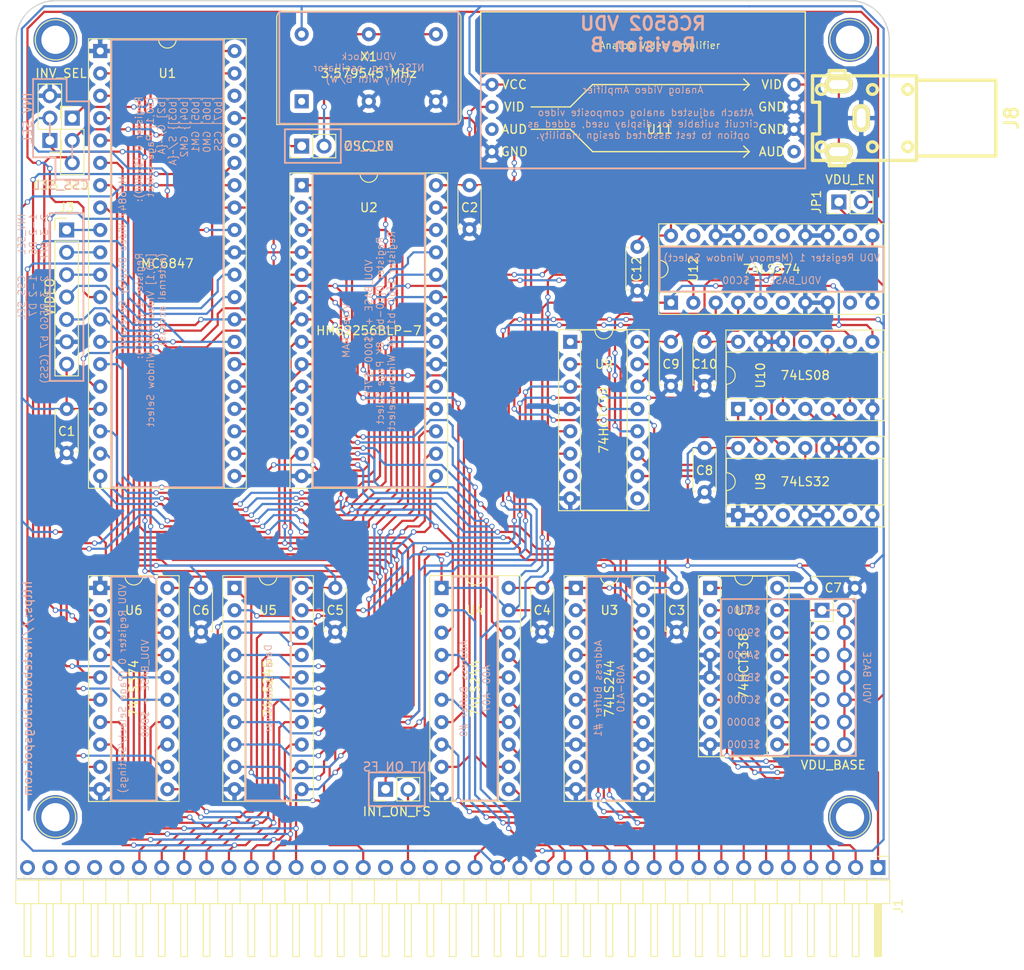
<source format=kicad_pcb>
(kicad_pcb (version 4) (host pcbnew 4.0.7)
  (layers (0 F.Cu signal) (31 B.Cu signal) (34 B.Paste user) (35 F.Paste user) (36 B.SilkS user) (37 F.SilkS user) (38 B.Mask user) (39 F.Mask user) (44 Edge.Cuts user))
  (net 0 "")
  (net 1 VCC)
  (net 2 A15)
  (net 3 A14)
  (net 4 A13)
  (net 5 A12)
  (net 6 A11)
  (net 7 A10)
  (net 8 A9)
  (net 9 A8)
  (net 10 A7)
  (net 11 A6)
  (net 12 A5)
  (net 13 A4)
  (net 14 A3)
  (net 15 A2)
  (net 16 A1)
  (net 17 A0)
  (net 18 PHI2)
  (net 19 "Net-(J1-Pad22)")
  (net 20 R/~W)
  (net 21 D0)
  (net 22 D1)
  (net 23 D2)
  (net 24 D3)
  (net 25 D4)
  (net 26 D5)
  (net 27 D6)
  (net 28 D7)
  (net 29 "Net-(J2-Pad1)")
  (net 30 VDU_BASE)
  (net 31 "Net-(J2-Pad3)")
  (net 32 "Net-(J2-Pad5)")
  (net 33 "Net-(J2-Pad7)")
  (net 34 "Net-(J2-Pad9)")
  (net 35 "Net-(J3-Pad1)")
  (net 36 "Net-(J3-Pad2)")
  (net 37 "Net-(J3-Pad3)")
  (net 38 Y)
  (net 39 VDU_CLK)
  (net 40 "Net-(J8-Pad2)")
  (net 41 ~VDU_DISABLE)
  (net 42 ~FS)
  (net 43 VA12)
  (net 44 VD6)
  (net 45 VA0)
  (net 46 VD0)
  (net 47 VA1)
  (net 48 VD1)
  (net 49 VA2)
  (net 50 VD2)
  (net 51 VA3)
  (net 52 VD3)
  (net 53 VA4)
  (net 54 VD4)
  (net 55 GM2)
  (net 56 VD5)
  (net 57 GM1)
  (net 58 GM0)
  (net 59 VD7)
  (net 60 VA5)
  (net 61 VA6)
  (net 62 S/~A)
  (net 63 VA7)
  (net 64 G/~A)
  (net 65 VA8)
  (net 66 VA9)
  (net 67 VA10)
  (net 68 CSS)
  (net 69 VA11)
  (net 70 VA14)
  (net 71 VA13)
  (net 72 RAM_RW)
  (net 73 ~CS_RAM_EXT)
  (net 74 "Net-(U10-Pad2)")
  (net 75 "Net-(U10-Pad1)")
  (net 76 GND)
  (net 77 ~REG0)
  (net 78 "Net-(U10-Pad5)")
  (net 79 ~REG1)
  (net 80 "Net-(U10-Pad3)")
  (net 81 "Net-(U10-Pad4)")
  (net 82 "Net-(J2-Pad11)")
  (net 83 "Net-(J2-Pad13)")
  (net 84 "Net-(JP2-Pad2)")
  (net 85 "Net-(JP4-Pad2)")
  (net 86 "Net-(JP5-Pad2)")
  (net 87 "Net-(U10-Pad10)")
  (module Capacitors_THT:C_Disc_D4.7mm_W2.5mm_P5.00mm (layer F.Cu) (at 58.42 90.805 270)
    (fp_text reference C1 (at 2.54 0 360) (layer F.SilkS))
    (fp_text value 100nF)
    (pad 1 thru_hole circle (at 0 0 270) (size 1.6 1.6) (drill 0.8) (layers *.Cu *.Mask) (net 1 VCC))
    (pad 2 thru_hole circle (at 5 0 270) (size 1.6 1.6) (drill 0.8) (layers *.Cu *.Mask) (net 76 GND))
  )
  (module Capacitors_THT:C_Disc_D4.7mm_W2.5mm_P5.00mm (layer F.Cu) (at 104.14 65.405 270)
    (fp_text reference C2 (at 2.54 0 360) (layer F.SilkS))
    (fp_text value 100nF)
    (pad 1 thru_hole circle (at 0 0 270) (size 1.6 1.6) (drill 0.8) (layers *.Cu *.Mask) (net 1 VCC))
    (pad 2 thru_hole circle (at 5 0 270) (size 1.6 1.6) (drill 0.8) (layers *.Cu *.Mask) (net 76 GND))
  )
  (module Capacitors_THT:C_Disc_D4.7mm_W2.5mm_P5.00mm (layer F.Cu) (at 127.635 111.125 270)
    (fp_text reference C3 (at 2.54 0 360) (layer F.SilkS))
    (fp_text value 100nF)
    (pad 1 thru_hole circle (at 0 0 270) (size 1.6 1.6) (drill 0.8) (layers *.Cu *.Mask) (net 1 VCC))
    (pad 2 thru_hole circle (at 5 0 270) (size 1.6 1.6) (drill 0.8) (layers *.Cu *.Mask) (net 76 GND))
  )
  (module Capacitors_THT:C_Disc_D4.7mm_W2.5mm_P5.00mm (layer F.Cu) (at 112.395 111.125 270)
    (fp_text reference C4 (at 2.54 0 360) (layer F.SilkS))
    (fp_text value 100nF)
    (pad 1 thru_hole circle (at 0 0 270) (size 1.6 1.6) (drill 0.8) (layers *.Cu *.Mask) (net 1 VCC))
    (pad 2 thru_hole circle (at 5 0 270) (size 1.6 1.6) (drill 0.8) (layers *.Cu *.Mask) (net 76 GND))
  )
  (module Capacitors_THT:C_Disc_D4.7mm_W2.5mm_P5.00mm (layer F.Cu) (at 88.9 111.125 270)
    (fp_text reference C5 (at 2.54 0 360) (layer F.SilkS))
    (fp_text value 100nF)
    (pad 1 thru_hole circle (at 0 0 270) (size 1.6 1.6) (drill 0.8) (layers *.Cu *.Mask) (net 1 VCC))
    (pad 2 thru_hole circle (at 5 0 270) (size 1.6 1.6) (drill 0.8) (layers *.Cu *.Mask) (net 76 GND))
  )
  (module Capacitors_THT:C_Disc_D4.7mm_W2.5mm_P5.00mm (layer F.Cu) (at 73.66 111.125 270)
    (fp_text reference C6 (at 2.54 0 360) (layer F.SilkS))
    (fp_text value 100nF)
    (pad 1 thru_hole circle (at 0 0 270) (size 1.6 1.6) (drill 0.8) (layers *.Cu *.Mask) (net 1 VCC))
    (pad 2 thru_hole circle (at 5 0 270) (size 1.6 1.6) (drill 0.8) (layers *.Cu *.Mask) (net 76 GND))
  )
  (module Capacitors_THT:C_Disc_D4.7mm_W2.5mm_P5.00mm (layer F.Cu) (at 142.875 111.125)
    (fp_text reference C7 (at 2.54 0) (layer F.SilkS))
    (fp_text value 100nF)
    (pad 1 thru_hole circle (at 0 0) (size 1.6 1.6) (drill 0.8) (layers *.Cu *.Mask) (net 1 VCC))
    (pad 2 thru_hole circle (at 5 0) (size 1.6 1.6) (drill 0.8) (layers *.Cu *.Mask) (net 76 GND))
  )
  (module Capacitors_THT:C_Disc_D4.7mm_W2.5mm_P5.00mm (layer F.Cu) (at 130.81 95.25 270)
    (fp_text reference C8 (at 2.54 0 360) (layer F.SilkS))
    (fp_text value 100nF)
    (pad 1 thru_hole circle (at 0 0 270) (size 1.6 1.6) (drill 0.8) (layers *.Cu *.Mask) (net 1 VCC))
    (pad 2 thru_hole circle (at 5 0 270) (size 1.6 1.6) (drill 0.8) (layers *.Cu *.Mask) (net 76 GND))
  )
  (module Capacitors_THT:C_Disc_D4.7mm_W2.5mm_P5.00mm (layer F.Cu) (at 127 83.185 270)
    (fp_text reference C9 (at 2.54 0 360) (layer F.SilkS))
    (fp_text value 100nF)
    (pad 1 thru_hole circle (at 0 0 270) (size 1.6 1.6) (drill 0.8) (layers *.Cu *.Mask) (net 1 VCC))
    (pad 2 thru_hole circle (at 5 0 270) (size 1.6 1.6) (drill 0.8) (layers *.Cu *.Mask) (net 76 GND))
  )
  (module Capacitors_THT:C_Disc_D4.7mm_W2.5mm_P5.00mm (layer F.Cu) (at 130.81 83.185 270)
    (fp_text reference C10 (at 2.54 0 360) (layer F.SilkS))
    (fp_text value 100nF)
    (pad 1 thru_hole circle (at 0 0 270) (size 1.6 1.6) (drill 0.8) (layers *.Cu *.Mask) (net 1 VCC))
    (pad 2 thru_hole circle (at 5 0 270) (size 1.6 1.6) (drill 0.8) (layers *.Cu *.Mask) (net 76 GND))
  )
  (module Pin_Headers:Pin_Header_Angled_1x39_Pitch2.54mm (layer F.Cu) (at 150.495 142.875 270)
    (fp_text reference J1 (at 4.385 -2.27 270) (layer F.SilkS))
    (fp_text value RC6502_Backplane)
    (pad 1 thru_hole rect (at 0 0 270) (size 1.7 1.7) (drill 1) (layers *.Cu *.Mask) (net 2 A15))
    (pad 2 thru_hole oval (at 0 2.54 270) (size 1.7 1.7) (drill 1) (layers *.Cu *.Mask) (net 3 A14))
    (pad 3 thru_hole oval (at 0 5.08 270) (size 1.7 1.7) (drill 1) (layers *.Cu *.Mask) (net 4 A13))
    (pad 4 thru_hole oval (at 0 7.62 270) (size 1.7 1.7) (drill 1) (layers *.Cu *.Mask) (net 5 A12))
    (pad 5 thru_hole oval (at 0 10.16 270) (size 1.7 1.7) (drill 1) (layers *.Cu *.Mask) (net 6 A11))
    (pad 6 thru_hole oval (at 0 12.7 270) (size 1.7 1.7) (drill 1) (layers *.Cu *.Mask) (net 7 A10))
    (pad 7 thru_hole oval (at 0 15.24 270) (size 1.7 1.7) (drill 1) (layers *.Cu *.Mask) (net 8 A9))
    (pad 8 thru_hole oval (at 0 17.78 270) (size 1.7 1.7) (drill 1) (layers *.Cu *.Mask) (net 9 A8))
    (pad 9 thru_hole oval (at 0 20.32 270) (size 1.7 1.7) (drill 1) (layers *.Cu *.Mask) (net 10 A7))
    (pad 10 thru_hole oval (at 0 22.86 270) (size 1.7 1.7) (drill 1) (layers *.Cu *.Mask) (net 11 A6))
    (pad 11 thru_hole oval (at 0 25.4 270) (size 1.7 1.7) (drill 1) (layers *.Cu *.Mask) (net 12 A5))
    (pad 12 thru_hole oval (at 0 27.94 270) (size 1.7 1.7) (drill 1) (layers *.Cu *.Mask) (net 13 A4))
    (pad 13 thru_hole oval (at 0 30.48 270) (size 1.7 1.7) (drill 1) (layers *.Cu *.Mask) (net 14 A3))
    (pad 14 thru_hole oval (at 0 33.02 270) (size 1.7 1.7) (drill 1) (layers *.Cu *.Mask) (net 15 A2))
    (pad 15 thru_hole oval (at 0 35.56 270) (size 1.7 1.7) (drill 1) (layers *.Cu *.Mask) (net 16 A1))
    (pad 16 thru_hole oval (at 0 38.1 270) (size 1.7 1.7) (drill 1) (layers *.Cu *.Mask) (net 17 A0))
    (pad 17 thru_hole oval (at 0 40.64 270) (size 1.7 1.7) (drill 1) (layers *.Cu *.Mask) (net 76 GND))
    (pad 18 thru_hole oval (at 0 43.18 270) (size 1.7 1.7) (drill 1) (layers *.Cu *.Mask) (net 1 VCC))
    (pad 19 thru_hole oval (at 0 45.72 270) (size 1.7 1.7) (drill 1) (layers *.Cu *.Mask) (net 18 PHI2))
    (pad 20 thru_hole oval (at 0 48.26 270) (size 1.7 1.7) (drill 1) (layers *.Cu *.Mask))
    (pad 21 thru_hole oval (at 0 50.8 270) (size 1.7 1.7) (drill 1) (layers *.Cu *.Mask))
    (pad 22 thru_hole oval (at 0 53.34 270) (size 1.7 1.7) (drill 1) (layers *.Cu *.Mask) (net 19 "Net-(J1-Pad22)"))
    (pad 23 thru_hole oval (at 0 55.88 270) (size 1.7 1.7) (drill 1) (layers *.Cu *.Mask))
    (pad 24 thru_hole oval (at 0 58.42 270) (size 1.7 1.7) (drill 1) (layers *.Cu *.Mask) (net 20 R/~W))
    (pad 25 thru_hole oval (at 0 60.96 270) (size 1.7 1.7) (drill 1) (layers *.Cu *.Mask))
    (pad 26 thru_hole oval (at 0 63.5 270) (size 1.7 1.7) (drill 1) (layers *.Cu *.Mask))
    (pad 27 thru_hole oval (at 0 66.04 270) (size 1.7 1.7) (drill 1) (layers *.Cu *.Mask) (net 21 D0))
    (pad 28 thru_hole oval (at 0 68.58 270) (size 1.7 1.7) (drill 1) (layers *.Cu *.Mask) (net 22 D1))
    (pad 29 thru_hole oval (at 0 71.12 270) (size 1.7 1.7) (drill 1) (layers *.Cu *.Mask) (net 23 D2))
    (pad 30 thru_hole oval (at 0 73.66 270) (size 1.7 1.7) (drill 1) (layers *.Cu *.Mask) (net 24 D3))
    (pad 31 thru_hole oval (at 0 76.2 270) (size 1.7 1.7) (drill 1) (layers *.Cu *.Mask) (net 25 D4))
    (pad 32 thru_hole oval (at 0 78.74 270) (size 1.7 1.7) (drill 1) (layers *.Cu *.Mask) (net 26 D5))
    (pad 33 thru_hole oval (at 0 81.28 270) (size 1.7 1.7) (drill 1) (layers *.Cu *.Mask) (net 27 D6))
    (pad 34 thru_hole oval (at 0 83.82 270) (size 1.7 1.7) (drill 1) (layers *.Cu *.Mask) (net 28 D7))
    (pad 35 thru_hole oval (at 0 86.36 270) (size 1.7 1.7) (drill 1) (layers *.Cu *.Mask))
    (pad 36 thru_hole oval (at 0 88.9 270) (size 1.7 1.7) (drill 1) (layers *.Cu *.Mask))
    (pad 37 thru_hole oval (at 0 91.44 270) (size 1.7 1.7) (drill 1) (layers *.Cu *.Mask))
    (pad 38 thru_hole oval (at 0 93.98 270) (size 1.7 1.7) (drill 1) (layers *.Cu *.Mask))
    (pad 39 thru_hole oval (at 0 96.52 270) (size 1.7 1.7) (drill 1) (layers *.Cu *.Mask))
  )
  (module mounting:Mounting (layer F.Cu) (at 57.15 48.895)
    (fp_text reference J4 hide)
    (fp_text value Hole hide)
    (pad 1 thru_hole circle (at 0 0) (size 5 5) (drill 3.2) (layers *.Cu *.Mask))
  )
  (module mounting:Mounting (layer F.Cu) (at 57.15 137.16)
    (fp_text reference J5 hide)
    (fp_text value Hole hide)
    (pad 1 thru_hole circle (at 0 0) (size 5 5) (drill 3.2) (layers *.Cu *.Mask))
  )
  (module mounting:Mounting (layer F.Cu) (at 147.32 137.16)
    (fp_text reference J6 hide)
    (fp_text value Hole hide)
    (pad 1 thru_hole circle (at 0 0) (size 5 5) (drill 3.2) (layers *.Cu *.Mask))
  )
  (module mounting:Mounting (layer F.Cu) (at 147.32 48.895)
    (fp_text reference J7 hide)
    (fp_text value Hole hide)
    (pad 1 thru_hole circle (at 0 0) (size 5 5) (drill 3.2) (layers *.Cu *.Mask))
  )
  (module rca:rca_yellow (layer F.Cu) (at 149.86 57.785 90)
    (fp_text reference J8 (at 0 15.7988 90) (layer F.SilkS) (effects (font (thickness 0.3048))))
    (fp_text value RCA_PLUG)
    (pad 2 thru_hole oval (at 3.81 -3.81 90) (size 1.99898 3.19786) (drill oval 0.99568 2.1971) (layers *.Cu *.Mask F.SilkS) (net 40 "Net-(J8-Pad2)"))
    (pad 1 thru_hole oval (at 0 -1.27 90) (size 3.19786 1.99898) (drill oval 2.1971 0.99568) (layers *.Cu *.Mask F.SilkS) (net 76 GND))
    (pad 2 thru_hole oval (at -3.81 -3.81 90) (size 1.99898 3.19786) (drill oval 0.99568 2.1971) (layers *.Cu *.Mask F.SilkS) (net 40 "Net-(J8-Pad2)"))
  )
  (module Pin_Headers:Pin_Header_Straight_1x02_Pitch2.54mm (layer F.Cu) (at 146.05 67.31 90)
    (fp_text reference JP1 (at 0 -2.54 270) (layer F.SilkS))
    (fp_text value VDU_EN (at 2.54 1.27 180) (layer F.SilkS))
    (pad 1 thru_hole rect (at 0 0 90) (size 1.7 1.7) (drill 1) (layers *.Cu *.Mask) (net 30 VDU_BASE))
    (pad 2 thru_hole oval (at 0 2.54 90) (size 1.7 1.7) (drill 1) (layers *.Cu *.Mask) (net 41 ~VDU_DISABLE))
  )
  (module Pin_Headers:Pin_Header_Straight_1x02_Pitch2.54mm (layer F.Cu) (at 94.615 133.985 90)
    (fp_text reference JP3)
    (fp_text value INT_ON_FS (at -2.54 1.27 180) (layer F.SilkS))
    (pad 1 thru_hole rect (at 0 0 90) (size 1.7 1.7) (drill 1) (layers *.Cu *.Mask) (net 42 ~FS))
    (pad 2 thru_hole oval (at 0 2.54 90) (size 1.7 1.7) (drill 1) (layers *.Cu *.Mask) (net 19 "Net-(J1-Pad22)"))
  )
  (module Housings_DIP:DIP-40_W15.24mm_Socket (layer F.Cu) (at 62.23 50.165)
    (fp_text reference U1 (at 7.62 2.54) (layer F.SilkS))
    (fp_text value MC6847 (at 7.62 24.13) (layer F.SilkS))
    (pad 1 thru_hole rect (at 0 0) (size 1.6 1.6) (drill 0.8) (layers *.Cu *.Mask) (net 76 GND))
    (pad 21 thru_hole oval (at 15.24 48.26) (size 1.6 1.6) (drill 0.8) (layers *.Cu *.Mask) (net 43 VA12))
    (pad 2 thru_hole oval (at 0 2.54) (size 1.6 1.6) (drill 0.8) (layers *.Cu *.Mask) (net 44 VD6))
    (pad 22 thru_hole oval (at 15.24 45.72) (size 1.6 1.6) (drill 0.8) (layers *.Cu *.Mask) (net 45 VA0))
    (pad 3 thru_hole oval (at 0 5.08) (size 1.6 1.6) (drill 0.8) (layers *.Cu *.Mask) (net 46 VD0))
    (pad 23 thru_hole oval (at 15.24 43.18) (size 1.6 1.6) (drill 0.8) (layers *.Cu *.Mask) (net 47 VA1))
    (pad 4 thru_hole oval (at 0 7.62) (size 1.6 1.6) (drill 0.8) (layers *.Cu *.Mask) (net 48 VD1))
    (pad 24 thru_hole oval (at 15.24 40.64) (size 1.6 1.6) (drill 0.8) (layers *.Cu *.Mask) (net 49 VA2))
    (pad 5 thru_hole oval (at 0 10.16) (size 1.6 1.6) (drill 0.8) (layers *.Cu *.Mask) (net 50 VD2))
    (pad 25 thru_hole oval (at 15.24 38.1) (size 1.6 1.6) (drill 0.8) (layers *.Cu *.Mask) (net 51 VA3))
    (pad 6 thru_hole oval (at 0 12.7) (size 1.6 1.6) (drill 0.8) (layers *.Cu *.Mask) (net 52 VD3))
    (pad 26 thru_hole oval (at 15.24 35.56) (size 1.6 1.6) (drill 0.8) (layers *.Cu *.Mask) (net 53 VA4))
    (pad 7 thru_hole oval (at 0 15.24) (size 1.6 1.6) (drill 0.8) (layers *.Cu *.Mask) (net 54 VD4))
    (pad 27 thru_hole oval (at 15.24 33.02) (size 1.6 1.6) (drill 0.8) (layers *.Cu *.Mask) (net 55 GM2))
    (pad 8 thru_hole oval (at 0 17.78) (size 1.6 1.6) (drill 0.8) (layers *.Cu *.Mask) (net 56 VD5))
    (pad 28 thru_hole oval (at 15.24 30.48) (size 1.6 1.6) (drill 0.8) (layers *.Cu *.Mask) (net 38 Y))
    (pad 9 thru_hole oval (at 0 20.32) (size 1.6 1.6) (drill 0.8) (layers *.Cu *.Mask) (net 35 "Net-(J3-Pad1)"))
    (pad 29 thru_hole oval (at 15.24 27.94) (size 1.6 1.6) (drill 0.8) (layers *.Cu *.Mask) (net 57 GM1))
    (pad 10 thru_hole oval (at 0 22.86) (size 1.6 1.6) (drill 0.8) (layers *.Cu *.Mask) (net 36 "Net-(J3-Pad2)"))
    (pad 30 thru_hole oval (at 15.24 25.4) (size 1.6 1.6) (drill 0.8) (layers *.Cu *.Mask) (net 58 GM0))
    (pad 11 thru_hole oval (at 0 25.4) (size 1.6 1.6) (drill 0.8) (layers *.Cu *.Mask) (net 37 "Net-(J3-Pad3)"))
    (pad 31 thru_hole oval (at 15.24 22.86) (size 1.6 1.6) (drill 0.8) (layers *.Cu *.Mask) (net 76 GND))
    (pad 12 thru_hole oval (at 0 27.94) (size 1.6 1.6) (drill 0.8) (layers *.Cu *.Mask) (net 41 ~VDU_DISABLE))
    (pad 32 thru_hole oval (at 15.24 20.32) (size 1.6 1.6) (drill 0.8) (layers *.Cu *.Mask) (net 86 "Net-(JP5-Pad2)"))
    (pad 13 thru_hole oval (at 0 30.48) (size 1.6 1.6) (drill 0.8) (layers *.Cu *.Mask) (net 60 VA5))
    (pad 33 thru_hole oval (at 15.24 17.78) (size 1.6 1.6) (drill 0.8) (layers *.Cu *.Mask) (net 39 VDU_CLK))
    (pad 14 thru_hole oval (at 0 33.02) (size 1.6 1.6) (drill 0.8) (layers *.Cu *.Mask) (net 61 VA6))
    (pad 34 thru_hole oval (at 15.24 15.24) (size 1.6 1.6) (drill 0.8) (layers *.Cu *.Mask) (net 62 S/~A))
    (pad 15 thru_hole oval (at 0 35.56) (size 1.6 1.6) (drill 0.8) (layers *.Cu *.Mask) (net 63 VA7))
    (pad 35 thru_hole oval (at 15.24 12.7) (size 1.6 1.6) (drill 0.8) (layers *.Cu *.Mask) (net 64 G/~A))
    (pad 16 thru_hole oval (at 0 38.1) (size 1.6 1.6) (drill 0.8) (layers *.Cu *.Mask) (net 65 VA8))
    (pad 36 thru_hole oval (at 15.24 10.16) (size 1.6 1.6) (drill 0.8) (layers *.Cu *.Mask))
    (pad 17 thru_hole oval (at 0 40.64) (size 1.6 1.6) (drill 0.8) (layers *.Cu *.Mask) (net 1 VCC))
    (pad 37 thru_hole oval (at 15.24 7.62) (size 1.6 1.6) (drill 0.8) (layers *.Cu *.Mask) (net 42 ~FS))
    (pad 18 thru_hole oval (at 0 43.18) (size 1.6 1.6) (drill 0.8) (layers *.Cu *.Mask) (net 66 VA9))
    (pad 38 thru_hole oval (at 15.24 5.08) (size 1.6 1.6) (drill 0.8) (layers *.Cu *.Mask))
    (pad 19 thru_hole oval (at 0 45.72) (size 1.6 1.6) (drill 0.8) (layers *.Cu *.Mask) (net 67 VA10))
    (pad 39 thru_hole oval (at 15.24 2.54) (size 1.6 1.6) (drill 0.8) (layers *.Cu *.Mask) (net 85 "Net-(JP4-Pad2)"))
    (pad 20 thru_hole oval (at 0 48.26) (size 1.6 1.6) (drill 0.8) (layers *.Cu *.Mask) (net 69 VA11))
    (pad 40 thru_hole oval (at 15.24 0) (size 1.6 1.6) (drill 0.8) (layers *.Cu *.Mask) (net 59 VD7))
  )
  (module Housings_DIP:DIP-28_W15.24mm_Socket (layer F.Cu) (at 85.09 65.405)
    (fp_text reference U2 (at 7.62 2.54) (layer F.SilkS))
    (fp_text value HM62256BLP-7 (at 7.62 16.51) (layer F.SilkS))
    (pad 1 thru_hole rect (at 0 0) (size 1.6 1.6) (drill 0.8) (layers *.Cu *.Mask) (net 70 VA14))
    (pad 15 thru_hole oval (at 15.24 33.02) (size 1.6 1.6) (drill 0.8) (layers *.Cu *.Mask) (net 52 VD3))
    (pad 2 thru_hole oval (at 0 2.54) (size 1.6 1.6) (drill 0.8) (layers *.Cu *.Mask) (net 43 VA12))
    (pad 16 thru_hole oval (at 15.24 30.48) (size 1.6 1.6) (drill 0.8) (layers *.Cu *.Mask) (net 54 VD4))
    (pad 3 thru_hole oval (at 0 5.08) (size 1.6 1.6) (drill 0.8) (layers *.Cu *.Mask) (net 63 VA7))
    (pad 17 thru_hole oval (at 15.24 27.94) (size 1.6 1.6) (drill 0.8) (layers *.Cu *.Mask) (net 56 VD5))
    (pad 4 thru_hole oval (at 0 7.62) (size 1.6 1.6) (drill 0.8) (layers *.Cu *.Mask) (net 61 VA6))
    (pad 18 thru_hole oval (at 15.24 25.4) (size 1.6 1.6) (drill 0.8) (layers *.Cu *.Mask) (net 44 VD6))
    (pad 5 thru_hole oval (at 0 10.16) (size 1.6 1.6) (drill 0.8) (layers *.Cu *.Mask) (net 60 VA5))
    (pad 19 thru_hole oval (at 15.24 22.86) (size 1.6 1.6) (drill 0.8) (layers *.Cu *.Mask) (net 59 VD7))
    (pad 6 thru_hole oval (at 0 12.7) (size 1.6 1.6) (drill 0.8) (layers *.Cu *.Mask) (net 53 VA4))
    (pad 20 thru_hole oval (at 15.24 20.32) (size 1.6 1.6) (drill 0.8) (layers *.Cu *.Mask) (net 76 GND))
    (pad 7 thru_hole oval (at 0 15.24) (size 1.6 1.6) (drill 0.8) (layers *.Cu *.Mask) (net 51 VA3))
    (pad 21 thru_hole oval (at 15.24 17.78) (size 1.6 1.6) (drill 0.8) (layers *.Cu *.Mask) (net 67 VA10))
    (pad 8 thru_hole oval (at 0 17.78) (size 1.6 1.6) (drill 0.8) (layers *.Cu *.Mask) (net 49 VA2))
    (pad 22 thru_hole oval (at 15.24 15.24) (size 1.6 1.6) (drill 0.8) (layers *.Cu *.Mask) (net 76 GND))
    (pad 9 thru_hole oval (at 0 20.32) (size 1.6 1.6) (drill 0.8) (layers *.Cu *.Mask) (net 47 VA1))
    (pad 23 thru_hole oval (at 15.24 12.7) (size 1.6 1.6) (drill 0.8) (layers *.Cu *.Mask) (net 69 VA11))
    (pad 10 thru_hole oval (at 0 22.86) (size 1.6 1.6) (drill 0.8) (layers *.Cu *.Mask) (net 45 VA0))
    (pad 24 thru_hole oval (at 15.24 10.16) (size 1.6 1.6) (drill 0.8) (layers *.Cu *.Mask) (net 66 VA9))
    (pad 11 thru_hole oval (at 0 25.4) (size 1.6 1.6) (drill 0.8) (layers *.Cu *.Mask) (net 46 VD0))
    (pad 25 thru_hole oval (at 15.24 7.62) (size 1.6 1.6) (drill 0.8) (layers *.Cu *.Mask) (net 65 VA8))
    (pad 12 thru_hole oval (at 0 27.94) (size 1.6 1.6) (drill 0.8) (layers *.Cu *.Mask) (net 48 VD1))
    (pad 26 thru_hole oval (at 15.24 5.08) (size 1.6 1.6) (drill 0.8) (layers *.Cu *.Mask) (net 71 VA13))
    (pad 13 thru_hole oval (at 0 30.48) (size 1.6 1.6) (drill 0.8) (layers *.Cu *.Mask) (net 50 VD2))
    (pad 27 thru_hole oval (at 15.24 2.54) (size 1.6 1.6) (drill 0.8) (layers *.Cu *.Mask) (net 72 RAM_RW))
    (pad 14 thru_hole oval (at 0 33.02) (size 1.6 1.6) (drill 0.8) (layers *.Cu *.Mask) (net 76 GND))
    (pad 28 thru_hole oval (at 15.24 0) (size 1.6 1.6) (drill 0.8) (layers *.Cu *.Mask) (net 1 VCC))
  )
  (module Housings_DIP:DIP-16_W7.62mm_Socket (layer F.Cu) (at 131.445 111.125)
    (fp_text reference U7 (at 3.81 2.54) (layer F.SilkS))
    (fp_text value 74HCT138 (at 3.81 8.89 90) (layer F.SilkS))
    (pad 1 thru_hole rect (at 0 0) (size 1.6 1.6) (drill 0.8) (layers *.Cu *.Mask) (net 5 A12))
    (pad 9 thru_hole oval (at 7.62 17.78) (size 1.6 1.6) (drill 0.8) (layers *.Cu *.Mask) (net 83 "Net-(J2-Pad13)"))
    (pad 2 thru_hole oval (at 0 2.54) (size 1.6 1.6) (drill 0.8) (layers *.Cu *.Mask) (net 4 A13))
    (pad 10 thru_hole oval (at 7.62 15.24) (size 1.6 1.6) (drill 0.8) (layers *.Cu *.Mask) (net 82 "Net-(J2-Pad11)"))
    (pad 3 thru_hole oval (at 0 5.08) (size 1.6 1.6) (drill 0.8) (layers *.Cu *.Mask) (net 3 A14))
    (pad 11 thru_hole oval (at 7.62 12.7) (size 1.6 1.6) (drill 0.8) (layers *.Cu *.Mask) (net 34 "Net-(J2-Pad9)"))
    (pad 4 thru_hole oval (at 0 7.62) (size 1.6 1.6) (drill 0.8) (layers *.Cu *.Mask) (net 76 GND))
    (pad 12 thru_hole oval (at 7.62 10.16) (size 1.6 1.6) (drill 0.8) (layers *.Cu *.Mask) (net 33 "Net-(J2-Pad7)"))
    (pad 5 thru_hole oval (at 0 10.16) (size 1.6 1.6) (drill 0.8) (layers *.Cu *.Mask) (net 76 GND))
    (pad 13 thru_hole oval (at 7.62 7.62) (size 1.6 1.6) (drill 0.8) (layers *.Cu *.Mask) (net 32 "Net-(J2-Pad5)"))
    (pad 6 thru_hole oval (at 0 12.7) (size 1.6 1.6) (drill 0.8) (layers *.Cu *.Mask) (net 2 A15))
    (pad 14 thru_hole oval (at 7.62 5.08) (size 1.6 1.6) (drill 0.8) (layers *.Cu *.Mask) (net 31 "Net-(J2-Pad3)"))
    (pad 7 thru_hole oval (at 0 15.24) (size 1.6 1.6) (drill 0.8) (layers *.Cu *.Mask))
    (pad 15 thru_hole oval (at 7.62 2.54) (size 1.6 1.6) (drill 0.8) (layers *.Cu *.Mask) (net 29 "Net-(J2-Pad1)"))
    (pad 8 thru_hole oval (at 0 17.78) (size 1.6 1.6) (drill 0.8) (layers *.Cu *.Mask) (net 76 GND))
    (pad 16 thru_hole oval (at 7.62 0) (size 1.6 1.6) (drill 0.8) (layers *.Cu *.Mask) (net 1 VCC))
  )
  (module Pin_Headers:Pin_Header_Straight_1x07_Pitch2.54mm (layer F.Cu) (at 58.42 70.485)
    (fp_text reference J3 (at 0 -2.54) (layer F.SilkS))
    (fp_text value VIDEO (at -1.905 7.62 90) (layer F.SilkS))
    (pad 1 thru_hole rect (at 0 0) (size 1.7 1.7) (drill 1) (layers *.Cu *.Mask) (net 35 "Net-(J3-Pad1)"))
    (pad 2 thru_hole oval (at 0 2.54) (size 1.7 1.7) (drill 1) (layers *.Cu *.Mask) (net 36 "Net-(J3-Pad2)"))
    (pad 3 thru_hole oval (at 0 5.08) (size 1.7 1.7) (drill 1) (layers *.Cu *.Mask) (net 37 "Net-(J3-Pad3)"))
    (pad 4 thru_hole oval (at 0 7.62) (size 1.7 1.7) (drill 1) (layers *.Cu *.Mask) (net 38 Y))
    (pad 5 thru_hole oval (at 0 10.16) (size 1.7 1.7) (drill 1) (layers *.Cu *.Mask) (net 39 VDU_CLK))
    (pad 6 thru_hole oval (at 0 12.7) (size 1.7 1.7) (drill 1) (layers *.Cu *.Mask) (net 76 GND))
    (pad 7 thru_hole oval (at 0 15.24) (size 1.7 1.7) (drill 1) (layers *.Cu *.Mask) (net 1 VCC))
  )
  (module Capacitors_THT:C_Disc_D4.7mm_W2.5mm_P5.00mm (layer F.Cu) (at 123.19 72.39 270)
    (fp_text reference C12 (at 2.54 0.084999 270) (layer F.SilkS))
    (fp_text value 100nF)
    (pad 1 thru_hole circle (at 0 0 270) (size 1.6 1.6) (drill 0.8) (layers *.Cu *.Mask) (net 1 VCC))
    (pad 2 thru_hole circle (at 5 0 270) (size 1.6 1.6) (drill 0.8) (layers *.Cu *.Mask) (net 76 GND))
  )
  (module Housings_DIP:DIP-14_W7.62mm_Socket (layer F.Cu) (at 134.62 102.87 90)
    (fp_text reference U8 (at 3.81 2.54 90) (layer F.SilkS))
    (fp_text value 74LS32 (at 3.81 7.62 180) (layer F.SilkS))
    (pad 1 thru_hole rect (at 0 0 90) (size 1.6 1.6) (drill 0.8) (layers *.Cu *.Mask) (net 76 GND))
    (pad 8 thru_hole oval (at 7.62 15.24 90) (size 1.6 1.6) (drill 0.8) (layers *.Cu *.Mask))
    (pad 2 thru_hole oval (at 0 2.54 90) (size 1.6 1.6) (drill 0.8) (layers *.Cu *.Mask) (net 76 GND))
    (pad 9 thru_hole oval (at 7.62 12.7 90) (size 1.6 1.6) (drill 0.8) (layers *.Cu *.Mask) (net 76 GND))
    (pad 3 thru_hole oval (at 0 5.08 90) (size 1.6 1.6) (drill 0.8) (layers *.Cu *.Mask))
    (pad 10 thru_hole oval (at 7.62 10.16 90) (size 1.6 1.6) (drill 0.8) (layers *.Cu *.Mask) (net 76 GND))
    (pad 4 thru_hole oval (at 0 7.62 90) (size 1.6 1.6) (drill 0.8) (layers *.Cu *.Mask) (net 76 GND))
    (pad 11 thru_hole oval (at 7.62 7.62 90) (size 1.6 1.6) (drill 0.8) (layers *.Cu *.Mask) (net 72 RAM_RW))
    (pad 5 thru_hole oval (at 0 10.16 90) (size 1.6 1.6) (drill 0.8) (layers *.Cu *.Mask) (net 76 GND))
    (pad 12 thru_hole oval (at 7.62 5.08 90) (size 1.6 1.6) (drill 0.8) (layers *.Cu *.Mask) (net 73 ~CS_RAM_EXT))
    (pad 6 thru_hole oval (at 0 12.7 90) (size 1.6 1.6) (drill 0.8) (layers *.Cu *.Mask))
    (pad 13 thru_hole oval (at 7.62 2.54 90) (size 1.6 1.6) (drill 0.8) (layers *.Cu *.Mask) (net 20 R/~W))
    (pad 7 thru_hole oval (at 0 15.24 90) (size 1.6 1.6) (drill 0.8) (layers *.Cu *.Mask) (net 76 GND))
    (pad 14 thru_hole oval (at 7.62 0 90) (size 1.6 1.6) (drill 0.8) (layers *.Cu *.Mask) (net 1 VCC))
  )
  (module Housings_DIP:DIP-16_W7.62mm_Socket (layer F.Cu) (at 115.57 83.185)
    (fp_text reference U9 (at 3.81 2.54) (layer F.SilkS))
    (fp_text value 74HCT138 (at 3.81 8.89 90) (layer F.SilkS))
    (pad 1 thru_hole rect (at 0 0) (size 1.6 1.6) (drill 0.8) (layers *.Cu *.Mask) (net 7 A10))
    (pad 9 thru_hole oval (at 7.62 17.78) (size 1.6 1.6) (drill 0.8) (layers *.Cu *.Mask))
    (pad 2 thru_hole oval (at 0 2.54) (size 1.6 1.6) (drill 0.8) (layers *.Cu *.Mask) (net 6 A11))
    (pad 10 thru_hole oval (at 7.62 15.24) (size 1.6 1.6) (drill 0.8) (layers *.Cu *.Mask) (net 78 "Net-(U10-Pad5)"))
    (pad 3 thru_hole oval (at 0 5.08) (size 1.6 1.6) (drill 0.8) (layers *.Cu *.Mask) (net 20 R/~W))
    (pad 11 thru_hole oval (at 7.62 12.7) (size 1.6 1.6) (drill 0.8) (layers *.Cu *.Mask) (net 81 "Net-(U10-Pad4)"))
    (pad 4 thru_hole oval (at 0 7.62) (size 1.6 1.6) (drill 0.8) (layers *.Cu *.Mask) (net 76 GND))
    (pad 12 thru_hole oval (at 7.62 10.16) (size 1.6 1.6) (drill 0.8) (layers *.Cu *.Mask) (net 79 ~REG1))
    (pad 5 thru_hole oval (at 0 10.16) (size 1.6 1.6) (drill 0.8) (layers *.Cu *.Mask) (net 30 VDU_BASE))
    (pad 13 thru_hole oval (at 7.62 7.62) (size 1.6 1.6) (drill 0.8) (layers *.Cu *.Mask) (net 77 ~REG0))
    (pad 6 thru_hole oval (at 0 12.7) (size 1.6 1.6) (drill 0.8) (layers *.Cu *.Mask) (net 18 PHI2))
    (pad 14 thru_hole oval (at 7.62 5.08) (size 1.6 1.6) (drill 0.8) (layers *.Cu *.Mask) (net 74 "Net-(U10-Pad2)"))
    (pad 7 thru_hole oval (at 0 15.24) (size 1.6 1.6) (drill 0.8) (layers *.Cu *.Mask))
    (pad 15 thru_hole oval (at 7.62 2.54) (size 1.6 1.6) (drill 0.8) (layers *.Cu *.Mask) (net 75 "Net-(U10-Pad1)"))
    (pad 8 thru_hole oval (at 0 17.78) (size 1.6 1.6) (drill 0.8) (layers *.Cu *.Mask) (net 76 GND))
    (pad 16 thru_hole oval (at 7.62 0) (size 1.6 1.6) (drill 0.8) (layers *.Cu *.Mask) (net 1 VCC))
  )
  (module Oscillator:Oscillator_DIP-14 (layer F.Cu) (at 85.09 55.88)
    (fp_text reference X1 (at 7.62 -5.08) (layer F.SilkS))
    (fp_text value "3.579545 MHz" (at 7.62 -3.175) (layer F.SilkS))
    (pad 7 thru_hole circle (at 7.62 0) (size 1.6 1.6) (drill 0.8) (layers *.Cu *.Mask) (net 76 GND))
    (pad 8 thru_hole circle (at 7.62 -7.62) (size 1.6 1.6) (drill 0.8) (layers *.Cu *.Mask) (net 84 "Net-(JP2-Pad2)"))
    (pad 1 thru_hole rect (at 0 0) (size 1.6 1.6) (drill 0.8) (layers *.Cu *.Mask))
    (pad 14 thru_hole circle (at 0 -7.62) (size 1.6 1.6) (drill 0.8) (layers *.Cu *.Mask) (net 1 VCC))
    (pad 8 thru_hole circle (at 15.24 -7.62) (size 1.6 1.6) (drill 0.8) (layers *.Cu *.Mask) (net 84 "Net-(JP2-Pad2)"))
    (pad 7 thru_hole circle (at 15.24 0) (size 1.6 1.6) (drill 0.8) (layers *.Cu *.Mask) (net 76 GND))
  )
  (module vdu_amplifier:Amplifier (layer F.Cu) (at 125.73 57.785)
    (fp_text reference U11 (at 0 1.27) (layer F.SilkS))
    (fp_text value VDU_Port)
    (fp_text user GND (at 12.7 -1.27) (layer F.SilkS))
    (fp_text user GND (at 12.7 1.27) (layer F.SilkS))
    (fp_text user AUD (at 12.7 3.81) (layer F.SilkS))
    (fp_text user VID (at 12.7 -3.81) (layer F.SilkS))
    (fp_text user AUD (at -16.51 1.27) (layer F.SilkS))
    (fp_text user VID (at -16.51 -1.27) (layer F.SilkS))
    (fp_text user GND (at -16.51 3.81) (layer F.SilkS))
    (fp_text user VCC (at -16.51 -3.81) (layer F.SilkS))
    (pad 1 thru_hole circle (at -19.05 -3.81) (size 1.524 1.524) (drill 0.762) (layers *.Cu *.Mask) (net 1 VCC))
    (pad 2 thru_hole circle (at -19.05 -1.27) (size 1.524 1.524) (drill 0.762) (layers *.Cu *.Mask) (net 38 Y))
    (pad 4 thru_hole circle (at -19.05 1.27) (size 1.524 1.524) (drill 0.762) (layers *.Cu *.Mask))
    (pad 6 thru_hole circle (at -19.05 3.81) (size 1.524 1.524) (drill 0.762) (layers *.Cu *.Mask) (net 76 GND))
    (pad 3 thru_hole circle (at 15.24 -3.81) (size 1.524 1.524) (drill 0.762) (layers *.Cu *.Mask) (net 40 "Net-(J8-Pad2)"))
    (pad 6 thru_hole circle (at 15.24 -1.27) (size 1.524 1.524) (drill 0.762) (layers *.Cu *.Mask) (net 76 GND))
    (pad 6 thru_hole circle (at 15.24 1.27) (size 1.524 1.524) (drill 0.762) (layers *.Cu *.Mask) (net 76 GND))
    (pad 5 thru_hole circle (at 15.24 3.81) (size 1.524 1.524) (drill 0.762) (layers *.Cu *.Mask))
  )
  (module Pin_Headers:Pin_Header_Straight_2x07_Pitch2.54mm (layer F.Cu) (at 144.145 113.665)
    (fp_text reference J2)
    (fp_text value VDU_BASE (at 1.27 17.57) (layer F.SilkS))
    (pad 1 thru_hole rect (at 0 0) (size 1.7 1.7) (drill 1) (layers *.Cu *.Mask) (net 29 "Net-(J2-Pad1)"))
    (pad 2 thru_hole oval (at 2.54 0) (size 1.7 1.7) (drill 1) (layers *.Cu *.Mask) (net 30 VDU_BASE))
    (pad 3 thru_hole oval (at 0 2.54) (size 1.7 1.7) (drill 1) (layers *.Cu *.Mask) (net 31 "Net-(J2-Pad3)"))
    (pad 4 thru_hole oval (at 2.54 2.54) (size 1.7 1.7) (drill 1) (layers *.Cu *.Mask) (net 30 VDU_BASE))
    (pad 5 thru_hole oval (at 0 5.08) (size 1.7 1.7) (drill 1) (layers *.Cu *.Mask) (net 32 "Net-(J2-Pad5)"))
    (pad 6 thru_hole oval (at 2.54 5.08) (size 1.7 1.7) (drill 1) (layers *.Cu *.Mask) (net 30 VDU_BASE))
    (pad 7 thru_hole oval (at 0 7.62) (size 1.7 1.7) (drill 1) (layers *.Cu *.Mask) (net 33 "Net-(J2-Pad7)"))
    (pad 8 thru_hole oval (at 2.54 7.62) (size 1.7 1.7) (drill 1) (layers *.Cu *.Mask) (net 30 VDU_BASE))
    (pad 9 thru_hole oval (at 0 10.16) (size 1.7 1.7) (drill 1) (layers *.Cu *.Mask) (net 34 "Net-(J2-Pad9)"))
    (pad 10 thru_hole oval (at 2.54 10.16) (size 1.7 1.7) (drill 1) (layers *.Cu *.Mask) (net 30 VDU_BASE))
    (pad 11 thru_hole oval (at 0 12.7) (size 1.7 1.7) (drill 1) (layers *.Cu *.Mask) (net 82 "Net-(J2-Pad11)"))
    (pad 12 thru_hole oval (at 2.54 12.7) (size 1.7 1.7) (drill 1) (layers *.Cu *.Mask) (net 30 VDU_BASE))
    (pad 13 thru_hole oval (at 0 15.24) (size 1.7 1.7) (drill 1) (layers *.Cu *.Mask) (net 83 "Net-(J2-Pad13)"))
    (pad 14 thru_hole oval (at 2.54 15.24) (size 1.7 1.7) (drill 1) (layers *.Cu *.Mask) (net 30 VDU_BASE))
  )
  (module Housings_DIP:DIP-20_W7.62mm_Socket (layer F.Cu) (at 116.205 111.125)
    (fp_text reference U3 (at 3.81 2.54) (layer F.SilkS))
    (fp_text value 74LS244 (at 3.81 11.43 90) (layer F.SilkS))
    (pad 1 thru_hole rect (at 0 0) (size 1.6 1.6) (drill 0.8) (layers *.Cu *.Mask) (net 73 ~CS_RAM_EXT))
    (pad 11 thru_hole oval (at 7.62 22.86) (size 1.6 1.6) (drill 0.8) (layers *.Cu *.Mask) (net 76 GND))
    (pad 2 thru_hole oval (at 0 2.54) (size 1.6 1.6) (drill 0.8) (layers *.Cu *.Mask) (net 9 A8))
    (pad 12 thru_hole oval (at 7.62 20.32) (size 1.6 1.6) (drill 0.8) (layers *.Cu *.Mask))
    (pad 3 thru_hole oval (at 0 5.08) (size 1.6 1.6) (drill 0.8) (layers *.Cu *.Mask))
    (pad 13 thru_hole oval (at 7.62 17.78) (size 1.6 1.6) (drill 0.8) (layers *.Cu *.Mask) (net 76 GND))
    (pad 4 thru_hole oval (at 0 7.62) (size 1.6 1.6) (drill 0.8) (layers *.Cu *.Mask) (net 8 A9))
    (pad 14 thru_hole oval (at 7.62 15.24) (size 1.6 1.6) (drill 0.8) (layers *.Cu *.Mask) (net 67 VA10))
    (pad 5 thru_hole oval (at 0 10.16) (size 1.6 1.6) (drill 0.8) (layers *.Cu *.Mask))
    (pad 15 thru_hole oval (at 7.62 12.7) (size 1.6 1.6) (drill 0.8) (layers *.Cu *.Mask) (net 76 GND))
    (pad 6 thru_hole oval (at 0 12.7) (size 1.6 1.6) (drill 0.8) (layers *.Cu *.Mask) (net 7 A10))
    (pad 16 thru_hole oval (at 7.62 10.16) (size 1.6 1.6) (drill 0.8) (layers *.Cu *.Mask) (net 66 VA9))
    (pad 7 thru_hole oval (at 0 15.24) (size 1.6 1.6) (drill 0.8) (layers *.Cu *.Mask))
    (pad 17 thru_hole oval (at 7.62 7.62) (size 1.6 1.6) (drill 0.8) (layers *.Cu *.Mask) (net 76 GND))
    (pad 8 thru_hole oval (at 0 17.78) (size 1.6 1.6) (drill 0.8) (layers *.Cu *.Mask) (net 76 GND))
    (pad 18 thru_hole oval (at 7.62 5.08) (size 1.6 1.6) (drill 0.8) (layers *.Cu *.Mask) (net 65 VA8))
    (pad 9 thru_hole oval (at 0 20.32) (size 1.6 1.6) (drill 0.8) (layers *.Cu *.Mask))
    (pad 19 thru_hole oval (at 7.62 2.54) (size 1.6 1.6) (drill 0.8) (layers *.Cu *.Mask) (net 73 ~CS_RAM_EXT))
    (pad 10 thru_hole oval (at 0 22.86) (size 1.6 1.6) (drill 0.8) (layers *.Cu *.Mask) (net 76 GND))
    (pad 20 thru_hole oval (at 7.62 0) (size 1.6 1.6) (drill 0.8) (layers *.Cu *.Mask) (net 1 VCC))
  )
  (module Housings_DIP:DIP-20_W7.62mm_Socket (layer F.Cu) (at 100.965 111.125)
    (fp_text reference U4 (at 3.81 2.54) (layer F.SilkS))
    (fp_text value 74LS244 (at 3.81 11.43 90) (layer F.SilkS))
    (pad 1 thru_hole rect (at 0 0) (size 1.6 1.6) (drill 0.8) (layers *.Cu *.Mask) (net 73 ~CS_RAM_EXT))
    (pad 11 thru_hole oval (at 7.62 22.86) (size 1.6 1.6) (drill 0.8) (layers *.Cu *.Mask) (net 13 A4))
    (pad 2 thru_hole oval (at 0 2.54) (size 1.6 1.6) (drill 0.8) (layers *.Cu *.Mask) (net 17 A0))
    (pad 12 thru_hole oval (at 7.62 20.32) (size 1.6 1.6) (drill 0.8) (layers *.Cu *.Mask) (net 51 VA3))
    (pad 3 thru_hole oval (at 0 5.08) (size 1.6 1.6) (drill 0.8) (layers *.Cu *.Mask) (net 63 VA7))
    (pad 13 thru_hole oval (at 7.62 17.78) (size 1.6 1.6) (drill 0.8) (layers *.Cu *.Mask) (net 12 A5))
    (pad 4 thru_hole oval (at 0 7.62) (size 1.6 1.6) (drill 0.8) (layers *.Cu *.Mask) (net 16 A1))
    (pad 14 thru_hole oval (at 7.62 15.24) (size 1.6 1.6) (drill 0.8) (layers *.Cu *.Mask) (net 49 VA2))
    (pad 5 thru_hole oval (at 0 10.16) (size 1.6 1.6) (drill 0.8) (layers *.Cu *.Mask) (net 61 VA6))
    (pad 15 thru_hole oval (at 7.62 12.7) (size 1.6 1.6) (drill 0.8) (layers *.Cu *.Mask) (net 11 A6))
    (pad 6 thru_hole oval (at 0 12.7) (size 1.6 1.6) (drill 0.8) (layers *.Cu *.Mask) (net 15 A2))
    (pad 16 thru_hole oval (at 7.62 10.16) (size 1.6 1.6) (drill 0.8) (layers *.Cu *.Mask) (net 47 VA1))
    (pad 7 thru_hole oval (at 0 15.24) (size 1.6 1.6) (drill 0.8) (layers *.Cu *.Mask) (net 60 VA5))
    (pad 17 thru_hole oval (at 7.62 7.62) (size 1.6 1.6) (drill 0.8) (layers *.Cu *.Mask) (net 10 A7))
    (pad 8 thru_hole oval (at 0 17.78) (size 1.6 1.6) (drill 0.8) (layers *.Cu *.Mask) (net 14 A3))
    (pad 18 thru_hole oval (at 7.62 5.08) (size 1.6 1.6) (drill 0.8) (layers *.Cu *.Mask) (net 45 VA0))
    (pad 9 thru_hole oval (at 0 20.32) (size 1.6 1.6) (drill 0.8) (layers *.Cu *.Mask) (net 53 VA4))
    (pad 19 thru_hole oval (at 7.62 2.54) (size 1.6 1.6) (drill 0.8) (layers *.Cu *.Mask) (net 73 ~CS_RAM_EXT))
    (pad 10 thru_hole oval (at 0 22.86) (size 1.6 1.6) (drill 0.8) (layers *.Cu *.Mask) (net 76 GND))
    (pad 20 thru_hole oval (at 7.62 0) (size 1.6 1.6) (drill 0.8) (layers *.Cu *.Mask) (net 1 VCC))
  )
  (module Housings_DIP:DIP-20_W7.62mm_Socket (layer F.Cu) (at 77.47 111.125)
    (fp_text reference U5 (at 3.81 2.54) (layer F.SilkS))
    (fp_text value 74LS245 (at 3.81 11.43 90) (layer F.SilkS))
    (pad 1 thru_hole rect (at 0 0) (size 1.6 1.6) (drill 0.8) (layers *.Cu *.Mask) (net 20 R/~W))
    (pad 11 thru_hole oval (at 7.62 22.86) (size 1.6 1.6) (drill 0.8) (layers *.Cu *.Mask) (net 21 D0))
    (pad 2 thru_hole oval (at 0 2.54) (size 1.6 1.6) (drill 0.8) (layers *.Cu *.Mask) (net 59 VD7))
    (pad 12 thru_hole oval (at 7.62 20.32) (size 1.6 1.6) (drill 0.8) (layers *.Cu *.Mask) (net 22 D1))
    (pad 3 thru_hole oval (at 0 5.08) (size 1.6 1.6) (drill 0.8) (layers *.Cu *.Mask) (net 44 VD6))
    (pad 13 thru_hole oval (at 7.62 17.78) (size 1.6 1.6) (drill 0.8) (layers *.Cu *.Mask) (net 23 D2))
    (pad 4 thru_hole oval (at 0 7.62) (size 1.6 1.6) (drill 0.8) (layers *.Cu *.Mask) (net 56 VD5))
    (pad 14 thru_hole oval (at 7.62 15.24) (size 1.6 1.6) (drill 0.8) (layers *.Cu *.Mask) (net 24 D3))
    (pad 5 thru_hole oval (at 0 10.16) (size 1.6 1.6) (drill 0.8) (layers *.Cu *.Mask) (net 54 VD4))
    (pad 15 thru_hole oval (at 7.62 12.7) (size 1.6 1.6) (drill 0.8) (layers *.Cu *.Mask) (net 25 D4))
    (pad 6 thru_hole oval (at 0 12.7) (size 1.6 1.6) (drill 0.8) (layers *.Cu *.Mask) (net 52 VD3))
    (pad 16 thru_hole oval (at 7.62 10.16) (size 1.6 1.6) (drill 0.8) (layers *.Cu *.Mask) (net 26 D5))
    (pad 7 thru_hole oval (at 0 15.24) (size 1.6 1.6) (drill 0.8) (layers *.Cu *.Mask) (net 50 VD2))
    (pad 17 thru_hole oval (at 7.62 7.62) (size 1.6 1.6) (drill 0.8) (layers *.Cu *.Mask) (net 27 D6))
    (pad 8 thru_hole oval (at 0 17.78) (size 1.6 1.6) (drill 0.8) (layers *.Cu *.Mask) (net 48 VD1))
    (pad 18 thru_hole oval (at 7.62 5.08) (size 1.6 1.6) (drill 0.8) (layers *.Cu *.Mask) (net 28 D7))
    (pad 9 thru_hole oval (at 0 20.32) (size 1.6 1.6) (drill 0.8) (layers *.Cu *.Mask) (net 46 VD0))
    (pad 19 thru_hole oval (at 7.62 2.54) (size 1.6 1.6) (drill 0.8) (layers *.Cu *.Mask) (net 73 ~CS_RAM_EXT))
    (pad 10 thru_hole oval (at 0 22.86) (size 1.6 1.6) (drill 0.8) (layers *.Cu *.Mask) (net 76 GND))
    (pad 20 thru_hole oval (at 7.62 0) (size 1.6 1.6) (drill 0.8) (layers *.Cu *.Mask) (net 1 VCC))
  )
  (module Housings_DIP:DIP-20_W7.62mm_Socket (layer F.Cu) (at 62.23 111.125)
    (fp_text reference U6 (at 3.81 2.54) (layer F.SilkS))
    (fp_text value 74LS374 (at 3.81 11.43 90) (layer F.SilkS))
    (pad 1 thru_hole rect (at 0 0) (size 1.6 1.6) (drill 0.8) (layers *.Cu *.Mask) (net 76 GND))
    (pad 11 thru_hole oval (at 7.62 22.86) (size 1.6 1.6) (drill 0.8) (layers *.Cu *.Mask) (net 77 ~REG0))
    (pad 2 thru_hole oval (at 0 2.54) (size 1.6 1.6) (drill 0.8) (layers *.Cu *.Mask) (net 71 VA13))
    (pad 12 thru_hole oval (at 7.62 20.32) (size 1.6 1.6) (drill 0.8) (layers *.Cu *.Mask) (net 55 GM2))
    (pad 3 thru_hole oval (at 0 5.08) (size 1.6 1.6) (drill 0.8) (layers *.Cu *.Mask) (net 21 D0))
    (pad 13 thru_hole oval (at 7.62 17.78) (size 1.6 1.6) (drill 0.8) (layers *.Cu *.Mask) (net 25 D4))
    (pad 4 thru_hole oval (at 0 7.62) (size 1.6 1.6) (drill 0.8) (layers *.Cu *.Mask) (net 22 D1))
    (pad 14 thru_hole oval (at 7.62 15.24) (size 1.6 1.6) (drill 0.8) (layers *.Cu *.Mask) (net 26 D5))
    (pad 5 thru_hole oval (at 0 10.16) (size 1.6 1.6) (drill 0.8) (layers *.Cu *.Mask) (net 70 VA14))
    (pad 15 thru_hole oval (at 7.62 12.7) (size 1.6 1.6) (drill 0.8) (layers *.Cu *.Mask) (net 57 GM1))
    (pad 6 thru_hole oval (at 0 12.7) (size 1.6 1.6) (drill 0.8) (layers *.Cu *.Mask) (net 64 G/~A))
    (pad 16 thru_hole oval (at 7.62 10.16) (size 1.6 1.6) (drill 0.8) (layers *.Cu *.Mask) (net 58 GM0))
    (pad 7 thru_hole oval (at 0 15.24) (size 1.6 1.6) (drill 0.8) (layers *.Cu *.Mask) (net 23 D2))
    (pad 17 thru_hole oval (at 7.62 7.62) (size 1.6 1.6) (drill 0.8) (layers *.Cu *.Mask) (net 27 D6))
    (pad 8 thru_hole oval (at 0 17.78) (size 1.6 1.6) (drill 0.8) (layers *.Cu *.Mask) (net 24 D3))
    (pad 18 thru_hole oval (at 7.62 5.08) (size 1.6 1.6) (drill 0.8) (layers *.Cu *.Mask) (net 28 D7))
    (pad 9 thru_hole oval (at 0 20.32) (size 1.6 1.6) (drill 0.8) (layers *.Cu *.Mask) (net 62 S/~A))
    (pad 19 thru_hole oval (at 7.62 2.54) (size 1.6 1.6) (drill 0.8) (layers *.Cu *.Mask) (net 68 CSS))
    (pad 10 thru_hole oval (at 0 22.86) (size 1.6 1.6) (drill 0.8) (layers *.Cu *.Mask) (net 76 GND))
    (pad 20 thru_hole oval (at 7.62 0) (size 1.6 1.6) (drill 0.8) (layers *.Cu *.Mask) (net 1 VCC))
  )
  (module Pin_Headers:Pin_Header_Straight_1x02_Pitch2.54mm (layer F.Cu) (at 85.09 60.96 90)
    (fp_text reference JP2)
    (fp_text value OSC_EN (at 0 7.62 180) (layer F.SilkS))
    (pad 1 thru_hole rect (at 0 0 90) (size 1.7 1.7) (drill 1) (layers *.Cu *.Mask) (net 39 VDU_CLK))
    (pad 2 thru_hole oval (at 0 2.54 90) (size 1.7 1.7) (drill 1) (layers *.Cu *.Mask) (net 84 "Net-(JP2-Pad2)"))
  )
  (module Pin_Headers:Pin_Header_Straight_1x03_Pitch2.54mm (layer F.Cu) (at 59.055 57.785)
    (fp_text reference JP4)
    (fp_text value CSS_SEL (at -1.27 7.62) (layer F.SilkS))
    (pad 1 thru_hole rect (at 0 0) (size 1.7 1.7) (drill 1) (layers *.Cu *.Mask) (net 59 VD7))
    (pad 2 thru_hole oval (at 0 2.54) (size 1.7 1.7) (drill 1) (layers *.Cu *.Mask) (net 85 "Net-(JP4-Pad2)"))
    (pad 3 thru_hole oval (at 0 5.08) (size 1.7 1.7) (drill 1) (layers *.Cu *.Mask) (net 68 CSS))
  )
  (module Pin_Headers:Pin_Header_Straight_1x03_Pitch2.54mm (layer F.Cu) (at 56.515 60.325 180)
    (fp_text reference JP5)
    (fp_text value INV_SEL (at -1.27 7.62 180) (layer F.SilkS))
    (pad 1 thru_hole rect (at 0 0 180) (size 1.7 1.7) (drill 1) (layers *.Cu *.Mask) (net 44 VD6))
    (pad 2 thru_hole oval (at 0 2.54 180) (size 1.7 1.7) (drill 1) (layers *.Cu *.Mask) (net 86 "Net-(JP5-Pad2)"))
    (pad 3 thru_hole oval (at 0 5.08 180) (size 1.7 1.7) (drill 1) (layers *.Cu *.Mask) (net 76 GND))
  )
  (module Housings_DIP:DIP-14_W7.62mm_Socket (layer F.Cu) (at 134.62 90.805 90)
    (fp_text reference U10 (at 3.81 2.54 90) (layer F.SilkS))
    (fp_text value 74LS08 (at 3.81 7.62 180) (layer F.SilkS))
    (pad 1 thru_hole rect (at 0 0 90) (size 1.6 1.6) (drill 0.8) (layers *.Cu *.Mask) (net 75 "Net-(U10-Pad1)"))
    (pad 8 thru_hole oval (at 7.62 15.24 90) (size 1.6 1.6) (drill 0.8) (layers *.Cu *.Mask) (net 73 ~CS_RAM_EXT))
    (pad 2 thru_hole oval (at 0 2.54 90) (size 1.6 1.6) (drill 0.8) (layers *.Cu *.Mask) (net 74 "Net-(U10-Pad2)"))
    (pad 9 thru_hole oval (at 7.62 12.7 90) (size 1.6 1.6) (drill 0.8) (layers *.Cu *.Mask) (net 80 "Net-(U10-Pad3)"))
    (pad 3 thru_hole oval (at 0 5.08 90) (size 1.6 1.6) (drill 0.8) (layers *.Cu *.Mask) (net 80 "Net-(U10-Pad3)"))
    (pad 10 thru_hole oval (at 7.62 10.16 90) (size 1.6 1.6) (drill 0.8) (layers *.Cu *.Mask) (net 87 "Net-(U10-Pad10)"))
    (pad 4 thru_hole oval (at 0 7.62 90) (size 1.6 1.6) (drill 0.8) (layers *.Cu *.Mask) (net 81 "Net-(U10-Pad4)"))
    (pad 11 thru_hole oval (at 7.62 7.62 90) (size 1.6 1.6) (drill 0.8) (layers *.Cu *.Mask))
    (pad 5 thru_hole oval (at 0 10.16 90) (size 1.6 1.6) (drill 0.8) (layers *.Cu *.Mask) (net 78 "Net-(U10-Pad5)"))
    (pad 12 thru_hole oval (at 7.62 5.08 90) (size 1.6 1.6) (drill 0.8) (layers *.Cu *.Mask) (net 76 GND))
    (pad 6 thru_hole oval (at 0 12.7 90) (size 1.6 1.6) (drill 0.8) (layers *.Cu *.Mask) (net 87 "Net-(U10-Pad10)"))
    (pad 13 thru_hole oval (at 7.62 2.54 90) (size 1.6 1.6) (drill 0.8) (layers *.Cu *.Mask) (net 76 GND))
    (pad 7 thru_hole oval (at 0 15.24 90) (size 1.6 1.6) (drill 0.8) (layers *.Cu *.Mask) (net 76 GND))
    (pad 14 thru_hole oval (at 7.62 0 90) (size 1.6 1.6) (drill 0.8) (layers *.Cu *.Mask) (net 1 VCC))
  )
  (module Housings_DIP:DIP-20_W7.62mm_Socket (layer F.Cu) (at 127 78.74 90)
    (fp_text reference U12 (at 3.81 2.54 90) (layer F.SilkS))
    (fp_text value 74LS374 (at 3.81 11.43 180) (layer F.SilkS))
    (pad 1 thru_hole rect (at 0 0 90) (size 1.6 1.6) (drill 0.8) (layers *.Cu *.Mask) (net 73 ~CS_RAM_EXT))
    (pad 11 thru_hole oval (at 7.62 22.86 90) (size 1.6 1.6) (drill 0.8) (layers *.Cu *.Mask) (net 79 ~REG1))
    (pad 2 thru_hole oval (at 0 2.54 90) (size 1.6 1.6) (drill 0.8) (layers *.Cu *.Mask) (net 69 VA11))
    (pad 12 thru_hole oval (at 7.62 20.32 90) (size 1.6 1.6) (drill 0.8) (layers *.Cu *.Mask))
    (pad 3 thru_hole oval (at 0 5.08 90) (size 1.6 1.6) (drill 0.8) (layers *.Cu *.Mask) (net 21 D0))
    (pad 13 thru_hole oval (at 7.62 17.78 90) (size 1.6 1.6) (drill 0.8) (layers *.Cu *.Mask) (net 76 GND))
    (pad 4 thru_hole oval (at 0 7.62 90) (size 1.6 1.6) (drill 0.8) (layers *.Cu *.Mask) (net 22 D1))
    (pad 14 thru_hole oval (at 7.62 15.24 90) (size 1.6 1.6) (drill 0.8) (layers *.Cu *.Mask) (net 76 GND))
    (pad 5 thru_hole oval (at 0 10.16 90) (size 1.6 1.6) (drill 0.8) (layers *.Cu *.Mask) (net 43 VA12))
    (pad 15 thru_hole oval (at 7.62 12.7 90) (size 1.6 1.6) (drill 0.8) (layers *.Cu *.Mask))
    (pad 6 thru_hole oval (at 0 12.7 90) (size 1.6 1.6) (drill 0.8) (layers *.Cu *.Mask))
    (pad 16 thru_hole oval (at 7.62 10.16 90) (size 1.6 1.6) (drill 0.8) (layers *.Cu *.Mask))
    (pad 7 thru_hole oval (at 0 15.24 90) (size 1.6 1.6) (drill 0.8) (layers *.Cu *.Mask) (net 76 GND))
    (pad 17 thru_hole oval (at 7.62 7.62 90) (size 1.6 1.6) (drill 0.8) (layers *.Cu *.Mask) (net 76 GND))
    (pad 8 thru_hole oval (at 0 17.78 90) (size 1.6 1.6) (drill 0.8) (layers *.Cu *.Mask) (net 76 GND))
    (pad 18 thru_hole oval (at 7.62 5.08 90) (size 1.6 1.6) (drill 0.8) (layers *.Cu *.Mask) (net 76 GND))
    (pad 9 thru_hole oval (at 0 20.32 90) (size 1.6 1.6) (drill 0.8) (layers *.Cu *.Mask))
    (pad 19 thru_hole oval (at 7.62 2.54 90) (size 1.6 1.6) (drill 0.8) (layers *.Cu *.Mask))
    (pad 10 thru_hole oval (at 0 22.86 90) (size 1.6 1.6) (drill 0.8) (layers *.Cu *.Mask) (net 76 GND))
    (pad 20 thru_hole oval (at 7.62 0 90) (size 1.6 1.6) (drill 0.8) (layers *.Cu *.Mask) (net 1 VCC))
  )
  (gr_line (start 52.705 48.895) (end 52.705 144.145) (angle 90) (layer Edge.Cuts) (width 0.15))
  (gr_line (start 151.765 48.895) (end 151.765 144.145) (angle 90) (layer Edge.Cuts) (width 0.15))
  (gr_line (start 147.32 44.45) (end 57.15 44.45) (angle 90) (layer Edge.Cuts) (width 0.15))
  (gr_arc (start 147.32 48.895) (end 147.32 44.45) (angle 90) (layer Edge.Cuts) (width 0.15))
  (gr_arc (start 57.15 48.895) (end 52.705 48.895) (angle 90) (layer Edge.Cuts) (width 0.15))
  (gr_line (start 56.515 87.63) (end 56.515 68.58) (angle 90) (layer B.SilkS) (width 0.2))
  (gr_line (start 60.325 87.63) (end 56.515 87.63) (angle 90) (layer B.SilkS) (width 0.2))
  (gr_line (start 60.325 68.58) (end 60.325 87.63) (angle 90) (layer B.SilkS) (width 0.2))
  (gr_line (start 56.515 68.58) (end 60.325 68.58) (angle 90) (layer B.SilkS) (width 0.2))
  (gr_text "INV_SEL\n1-2 D6\n2-3 OFF" (at 54.61 68.58 90) (layer B.SilkS) (effects (font (size 0.8 0.8) (thickness 0.1)) (justify left mirror)))
  (gr_text "CSS_SEL\n1-2 D7\n2-3 REG0 b7 (CSS)" (at 54.61 75.565 90) (layer B.SilkS) (effects (font (size 0.8 0.8) (thickness 0.1)) (justify left mirror)))
  (gr_line (start 144.145 113.665) (end 146.685 113.665) (angle 90) (layer B.SilkS) (width 0.2))
  (gr_text INT_ON_FS (at 95.885 131.445) (layer B.SilkS) (effects (font (size 1 1)) (justify mirror)))
  (gr_text CSS_SEL (at 57.785 65.405) (layer B.SilkS) (effects (font (size 1 1)) (justify mirror)))
  (gr_text INV_SEL (at 53.975 57.785 90) (layer B.SilkS) (effects (font (size 1 1)) (justify mirror)))
  (gr_text OSC_EN (at 92.71 60.96) (layer B.SilkS) (effects (font (size 1 1)) (justify mirror)))
  (gr_line (start 102.87 58.42) (end 102.87 45.72) (angle 90) (layer B.SilkS) (width 0.2))
  (gr_line (start 82.55 58.42) (end 102.87 58.42) (angle 90) (layer B.SilkS) (width 0.2))
  (gr_line (start 82.55 45.72) (end 82.55 58.42) (angle 90) (layer B.SilkS) (width 0.2))
  (gr_line (start 102.87 45.72) (end 82.55 45.72) (angle 90) (layer B.SilkS) (width 0.2))
  (gr_line (start 59.055 60.325) (end 59.055 62.865) (angle 90) (layer B.SilkS) (width 0.2))
  (gr_line (start 56.515 57.785) (end 56.515 60.325) (angle 90) (layer B.SilkS) (width 0.2))
  (gr_line (start 60.96 55.88) (end 58.42 55.88) (angle 90) (layer B.SilkS) (width 0.2))
  (gr_line (start 60.96 64.77) (end 60.96 55.88) (angle 90) (layer B.SilkS) (width 0.2))
  (gr_line (start 57.15 64.77) (end 60.96 64.77) (angle 90) (layer B.SilkS) (width 0.2))
  (gr_line (start 57.15 62.23) (end 57.15 64.77) (angle 90) (layer B.SilkS) (width 0.2))
  (gr_line (start 54.61 62.23) (end 57.15 62.23) (angle 90) (layer B.SilkS) (width 0.2))
  (gr_line (start 54.61 53.34) (end 54.61 62.23) (angle 90) (layer B.SilkS) (width 0.2))
  (gr_line (start 58.42 53.34) (end 54.61 53.34) (angle 90) (layer B.SilkS) (width 0.2))
  (gr_line (start 58.42 55.88) (end 58.42 53.34) (angle 90) (layer B.SilkS) (width 0.2))
  (gr_line (start 92.71 135.89) (end 92.71 132.08) (angle 90) (layer B.SilkS) (width 0.2))
  (gr_line (start 99.06 135.89) (end 92.71 135.89) (angle 90) (layer B.SilkS) (width 0.2))
  (gr_line (start 99.06 132.08) (end 99.06 135.89) (angle 90) (layer B.SilkS) (width 0.2))
  (gr_line (start 92.71 132.08) (end 99.06 132.08) (angle 90) (layer B.SilkS) (width 0.2))
  (gr_line (start 83.185 62.865) (end 83.185 59.055) (angle 90) (layer B.SilkS) (width 0.2))
  (gr_line (start 89.535 62.865) (end 83.185 62.865) (angle 90) (layer B.SilkS) (width 0.2))
  (gr_line (start 89.535 59.055) (end 89.535 62.865) (angle 90) (layer B.SilkS) (width 0.2))
  (gr_line (start 83.185 59.055) (end 89.535 59.055) (angle 90) (layer B.SilkS) (width 0.2))
  (gr_text "Analog Video Amplifier\n\nAttach adjusted analog composite video \ncircuit suitable for display used, added as\noption to test assorted design viability." (at 123.825 57.15) (layer B.SilkS) (effects (font (size 0.8 0.8) (thickness 0.1)) (justify mirror)))
  (gr_line (start 105.41 63.5) (end 105.41 52.705) (angle 90) (layer B.SilkS) (width 0.2))
  (gr_line (start 142.24 63.5) (end 105.41 63.5) (angle 90) (layer B.SilkS) (width 0.2))
  (gr_line (start 142.24 52.705) (end 142.24 63.5) (angle 90) (layer B.SilkS) (width 0.2))
  (gr_line (start 105.41 52.705) (end 142.24 52.705) (angle 90) (layer B.SilkS) (width 0.2))
  (gr_text "RC6502 VDU\nRevision B" (at 123.825 48.26) (layer B.SilkS) (effects (font (size 1.5 1.5) (thickness 0.3)) (justify mirror)))
  (gr_text "VDU Clock\nNTSC freq. oscillator\n(Only with B/W)" (at 92.71 52.07) (layer B.SilkS) (effects (font (size 0.8 0.8) (thickness 0.1)) (justify mirror)))
  (gr_text "Analog Video Amplifier" (at 125.73 49.53) (layer F.SilkS) (effects (font (size 0.8 0.8) (thickness 0.1))))
  (gr_text "Data Transceiver" (at 81.28 122.555 90) (layer B.SilkS) (effects (font (size 0.8 0.8) (thickness 0.1)) (justify mirror)))
  (gr_line (start 78.74 135.255) (end 78.74 109.855) (angle 90) (layer B.SilkS) (width 0.2))
  (gr_line (start 83.82 135.255) (end 78.74 135.255) (angle 90) (layer B.SilkS) (width 0.2))
  (gr_line (start 83.82 109.855) (end 83.82 135.255) (angle 90) (layer B.SilkS) (width 0.2))
  (gr_line (start 78.74 109.855) (end 83.82 109.855) (angle 90) (layer B.SilkS) (width 0.2))
  (gr_text "Address Buffer #0\n\nA00-A07" (at 104.775 122.555 90) (layer B.SilkS) (effects (font (size 0.8 0.8) (thickness 0.1)) (justify mirror)))
  (gr_text "Address Buffer #1\n\nA08-A10" (at 120.015 122.555 90) (layer B.SilkS) (effects (font (size 0.8 0.8) (thickness 0.1)) (justify mirror)))
  (gr_line (start 107.315 135.255) (end 107.315 109.855) (angle 90) (layer B.SilkS) (width 0.2))
  (gr_line (start 102.235 135.255) (end 107.315 135.255) (angle 90) (layer B.SilkS) (width 0.2))
  (gr_line (start 102.235 109.855) (end 102.235 135.255) (angle 90) (layer B.SilkS) (width 0.2))
  (gr_line (start 107.315 109.855) (end 102.235 109.855) (angle 90) (layer B.SilkS) (width 0.2))
  (gr_line (start 117.475 135.255) (end 117.475 109.855) (angle 90) (layer B.SilkS) (width 0.2))
  (gr_line (start 122.555 135.255) (end 117.475 135.255) (angle 90) (layer B.SilkS) (width 0.2))
  (gr_line (start 122.555 109.855) (end 122.555 135.255) (angle 90) (layer B.SilkS) (width 0.2))
  (gr_line (start 117.475 109.855) (end 122.555 109.855) (angle 90) (layer B.SilkS) (width 0.2))
  (gr_text "Register 1 ($xC00):\n[b0,1] Video RAM Window Select\n(external access)\n" (at 67.945 73.025 90) (layer B.SilkS) (effects (font (size 0.8 0.8) (thickness 0.1)) (justify left mirror)))
  (gr_text "Register 0 ($x800):\n[b0,1] Page select\n[b2] G/~A\n[b03] S/~A\n[b04] GM2\n[b05] GM1\n[b06] GM0\n[b07] CSS" (at 71.12 55.245 90) (layer B.SilkS) (effects (font (size 0.8 0.8) (thickness 0.1)) (justify left mirror)))
  (gr_text "MC6847 Video Display Generator" (at 64.77 74.295 90) (layer B.SilkS) (effects (font (size 0.8 0.8) (thickness 0.1)) (justify mirror)))
  (gr_line (start 63.5 48.895) (end 63.5 99.695) (angle 90) (layer B.SilkS) (width 0.2))
  (gr_line (start 76.2 48.895) (end 63.5 48.895) (angle 90) (layer B.SilkS) (width 0.2))
  (gr_line (start 76.2 99.695) (end 76.2 48.895) (angle 90) (layer B.SilkS) (width 0.2))
  (gr_line (start 63.5 99.695) (end 76.2 99.695) (angle 90) (layer B.SilkS) (width 0.2))
  (gr_line (start 86.36 99.695) (end 86.36 64.135) (angle 90) (layer B.SilkS) (width 0.2))
  (gr_line (start 99.06 99.695) (end 86.36 99.695) (angle 90) (layer B.SilkS) (width 0.2))
  (gr_line (start 99.06 64.135) (end 99.06 99.695) (angle 90) (layer B.SilkS) (width 0.2))
  (gr_line (start 86.36 64.135) (end 99.06 64.135) (angle 90) (layer B.SilkS) (width 0.2))
  (gr_line (start 147.955 130.175) (end 132.715 130.175) (angle 90) (layer B.SilkS) (width 0.2))
  (gr_line (start 147.955 112.395) (end 132.715 112.395) (angle 90) (layer B.SilkS) (width 0.2))
  (gr_line (start 147.955 130.175) (end 147.955 112.395) (angle 90) (layer B.SilkS) (width 0.2))
  (gr_line (start 132.715 112.395) (end 132.715 130.175) (angle 90) (layer B.SilkS) (width 0.2))
  (gr_text "VDU BASE" (at 149.225 121.285 270) (layer B.SilkS) (effects (font (size 0.8 0.8) (thickness 0.1)) (justify mirror)))
  (gr_text "Video RAM\n\nVDU_BASE + [$000-$7FF]\nRegister 0[b0-b1] 8K Page Select\nRegister 1[b0-b1] 2K Window Select" (at 92.71 81.915 90) (layer B.SilkS) (effects (font (size 0.8 0.8) (thickness 0.1)) (justify mirror)))
  (gr_text "VDU Register 0 (Page Select/Settings)\n\nVDU_BASE + $800" (at 66.04 122.555 90) (layer B.SilkS) (effects (font (size 0.8 0.8) (thickness 0.1)) (justify mirror)))
  (gr_text "VDU Register 1 (Memory Window Select)\n\nVDU_BASE + $C00" (at 138.43 74.93) (layer B.SilkS) (effects (font (size 0.8 0.8) (thickness 0.1)) (justify mirror)))
  (gr_line (start 63.5 135.255) (end 63.5 109.855) (angle 90) (layer B.SilkS) (width 0.2))
  (gr_line (start 68.58 135.255) (end 63.5 135.255) (angle 90) (layer B.SilkS) (width 0.2))
  (gr_line (start 68.58 109.855) (end 68.58 135.255) (angle 90) (layer B.SilkS) (width 0.2))
  (gr_line (start 63.5 109.855) (end 68.58 109.855) (angle 90) (layer B.SilkS) (width 0.2))
  (gr_line (start 125.73 77.47) (end 125.73 72.39) (angle 90) (layer B.SilkS) (width 0.2))
  (gr_line (start 151.13 77.47) (end 125.73 77.47) (angle 90) (layer B.SilkS) (width 0.2))
  (gr_line (start 151.13 72.39) (end 151.13 77.47) (angle 90) (layer B.SilkS) (width 0.2))
  (gr_line (start 125.73 72.39) (end 151.13 72.39) (angle 90) (layer B.SilkS) (width 0.2))
  (gr_text https://hvetebolle.blogspot.com (at 53.975 122.555 90) (layer B.SilkS) (effects (font (size 1 1)) (justify mirror)))
  (gr_text $E000 (at 135.255 128.905) (layer B.SilkS) (effects (font (size 0.8 0.8) (thickness 0.1)) (justify mirror)))
  (gr_text $D000 (at 135.255 126.365) (layer B.SilkS) (effects (font (size 0.8 0.8) (thickness 0.1)) (justify mirror)))
  (gr_text $C000 (at 135.255 123.825) (layer B.SilkS) (effects (font (size 0.8 0.8) (thickness 0.1)) (justify mirror)))
  (gr_text $A000 (at 135.255 118.745) (layer B.SilkS) (effects (font (size 0.8 0.8) (thickness 0.1)) (justify mirror)))
  (gr_text $9000 (at 135.255 116.205) (layer B.SilkS) (effects (font (size 0.8 0.8) (thickness 0.1)) (justify mirror)))
  (gr_text $8000 (at 135.255 113.665) (layer B.SilkS) (effects (font (size 0.8 0.8) (thickness 0.1)) (justify mirror)))
  (gr_text $B000 (at 135.255 121.285) (layer B.SilkS) (effects (font (size 0.8 0.8) (thickness 0.1)) (justify mirror)))
  (gr_line (start 151.765 144.145) (end 52.705 144.145) (angle 90) (layer Edge.Cuts) (width 0.15))
  (segment (start 148.59 45.085) (end 151.13 47.625) (width 0.25) (layer B.Cu) (net 1))
  (segment (start 53.34 47.625) (end 55.88 45.085) (width 0.25) (layer B.Cu) (net 1))
  (segment (start 130.81 83.185) (end 130.81 82.55) (width 0.25) (layer F.Cu) (net 1))
  (segment (start 130.81 82.55) (end 131.445 81.915) (width 0.25) (layer F.Cu) (net 1))
  (segment (start 104.14 65.405) (end 108.585 65.405) (width 0.25) (layer F.Cu) (net 1))
  (segment (start 109.22 54.61) (end 108.585 53.975) (width 0.25) (layer F.Cu) (net 1))
  (segment (start 109.22 62.865) (end 109.22 54.61) (width 0.25) (layer F.Cu) (net 1))
  (via (at 109.22 62.865) (size 0.6) (drill 0.4) (layers F.Cu B.Cu) (net 1))
  (segment (start 109.22 64.135) (end 109.22 62.865) (width 0.25) (layer B.Cu) (net 1))
  (via (at 109.22 64.135) (size 0.6) (drill 0.4) (layers F.Cu B.Cu) (net 1))
  (segment (start 109.22 64.77) (end 109.22 64.135) (width 0.25) (layer F.Cu) (net 1))
  (segment (start 108.585 65.405) (end 109.22 64.77) (width 0.25) (layer F.Cu) (net 1))
  (segment (start 141.605 108.585) (end 149.86 108.585) (width 0.25) (layer F.Cu) (net 1))
  (segment (start 149.86 108.585) (end 151.13 107.315) (width 0.25) (layer B.Cu) (net 1))
  (via (at 149.86 108.585) (size 0.6) (drill 0.4) (layers F.Cu B.Cu) (net 1))
  (via (at 141.605 108.585) (size 0.6) (drill 0.4) (layers F.Cu B.Cu) (net 1))
  (via (at 128.905 108.585) (size 0.6) (drill 0.4) (layers F.Cu B.Cu) (net 1))
  (segment (start 130.81 95.25) (end 129.54 95.25) (width 0.25) (layer B.Cu) (net 1))
  (segment (start 128.905 95.885) (end 129.54 95.25) (width 0.25) (layer B.Cu) (net 1))
  (segment (start 128.905 99.06) (end 128.905 95.885) (width 0.25) (layer B.Cu) (net 1))
  (via (at 128.905 99.06) (size 0.6) (drill 0.4) (layers F.Cu B.Cu) (net 1))
  (segment (start 128.905 99.06) (end 128.905 108.585) (width 0.25) (layer F.Cu) (net 1))
  (segment (start 114.935 108.585) (end 112.395 111.125) (width 0.25) (layer F.Cu) (net 1))
  (segment (start 85.09 48.26) (end 85.09 45.085) (width 0.25) (layer B.Cu) (net 1))
  (segment (start 63.5 108.585) (end 62.865 107.95) (width 0.25) (layer F.Cu) (net 1))
  (segment (start 62.865 107.95) (end 62.865 106.045) (width 0.25) (layer F.Cu) (net 1))
  (segment (start 62.865 106.045) (end 61.595 104.775) (width 0.25) (layer F.Cu) (net 1))
  (segment (start 61.595 104.775) (end 57.15 104.775) (width 0.25) (layer F.Cu) (net 1))
  (via (at 57.15 104.775) (size 0.6) (drill 0.4) (layers F.Cu B.Cu) (net 1))
  (segment (start 57.15 104.775) (end 54.61 104.775) (width 0.25) (layer B.Cu) (net 1))
  (segment (start 54.61 104.775) (end 53.34 103.505) (width 0.25) (layer B.Cu) (net 1))
  (segment (start 134.62 81.915) (end 131.445 81.915) (width 0.25) (layer F.Cu) (net 1))
  (segment (start 131.445 81.915) (end 128.27 81.915) (width 0.25) (layer F.Cu) (net 1))
  (segment (start 128.27 81.915) (end 127 83.185) (width 0.25) (layer F.Cu) (net 1))
  (via (at 150.495 80.645) (size 0.6) (drill 0.4) (layers F.Cu B.Cu) (net 1))
  (segment (start 150.495 80.645) (end 135.89 80.645) (width 0.25) (layer F.Cu) (net 1))
  (segment (start 135.89 80.645) (end 134.62 81.915) (width 0.25) (layer F.Cu) (net 1))
  (segment (start 127 83.185) (end 123.19 83.185) (width 0.25) (layer F.Cu) (net 1))
  (segment (start 130.81 83.185) (end 134.62 83.185) (width 0.25) (layer F.Cu) (net 1))
  (segment (start 119.38 108.585) (end 114.935 108.585) (width 0.25) (layer F.Cu) (net 1))
  (via (at 119.38 108.585) (size 0.6) (drill 0.4) (layers F.Cu B.Cu) (net 1))
  (segment (start 58.42 90.805) (end 62.23 90.805) (width 0.25) (layer F.Cu) (net 1))
  (segment (start 106.68 53.975) (end 108.585 53.975) (width 0.25) (layer F.Cu) (net 1))
  (segment (start 108.585 53.975) (end 124.46 53.975) (width 0.25) (layer F.Cu) (net 1))
  (segment (start 127 56.515) (end 127 71.12) (width 0.25) (layer F.Cu) (net 1))
  (segment (start 124.46 53.975) (end 127 56.515) (width 0.25) (layer F.Cu) (net 1))
  (segment (start 106.68 53.975) (end 105.41 53.975) (width 0.25) (layer B.Cu) (net 1))
  (segment (start 105.41 53.975) (end 104.14 52.705) (width 0.25) (layer B.Cu) (net 1))
  (segment (start 123.19 72.39) (end 123.19 71.755) (width 0.25) (layer F.Cu) (net 1))
  (segment (start 123.19 71.755) (end 123.825 71.12) (width 0.25) (layer F.Cu) (net 1))
  (segment (start 123.825 71.12) (end 127 71.12) (width 0.25) (layer F.Cu) (net 1))
  (segment (start 68.58 108.585) (end 63.5 108.585) (width 0.25) (layer F.Cu) (net 1))
  (via (at 68.58 108.585) (size 0.6) (drill 0.4) (layers F.Cu B.Cu) (net 1))
  (segment (start 58.42 85.725) (end 58.42 90.805) (width 0.25) (layer F.Cu) (net 1))
  (segment (start 139.065 111.125) (end 142.875 111.125) (width 0.25) (layer B.Cu) (net 1))
  (segment (start 123.825 111.125) (end 127.635 111.125) (width 0.25) (layer B.Cu) (net 1))
  (segment (start 150.495 80.645) (end 151.13 81.28) (width 0.25) (layer B.Cu) (net 1))
  (segment (start 130.81 95.25) (end 134.62 95.25) (width 0.25) (layer F.Cu) (net 1))
  (segment (start 118.745 140.97) (end 112.395 140.97) (width 0.25) (layer B.Cu) (net 1))
  (segment (start 109.22 140.97) (end 107.315 142.875) (width 0.25) (layer F.Cu) (net 1))
  (via (at 112.395 140.97) (size 0.6) (drill 0.4) (layers F.Cu B.Cu) (net 1))
  (segment (start 112.395 140.97) (end 109.22 140.97) (width 0.25) (layer F.Cu) (net 1))
  (segment (start 151.13 107.315) (end 151.13 139.7) (width 0.25) (layer B.Cu) (net 1))
  (segment (start 149.86 140.97) (end 118.745 140.97) (width 0.25) (layer B.Cu) (net 1))
  (segment (start 151.13 139.7) (end 149.86 140.97) (width 0.25) (layer B.Cu) (net 1))
  (segment (start 126.365 108.585) (end 119.38 108.585) (width 0.25) (layer B.Cu) (net 1))
  (segment (start 72.39 108.585) (end 73.66 109.855) (width 0.25) (layer B.Cu) (net 1))
  (segment (start 73.66 109.855) (end 73.66 111.125) (width 0.25) (layer B.Cu) (net 1))
  (segment (start 53.34 107.315) (end 53.34 139.7) (width 0.25) (layer B.Cu) (net 1))
  (segment (start 53.34 139.7) (end 54.61 140.97) (width 0.25) (layer B.Cu) (net 1))
  (segment (start 54.61 140.97) (end 99.06 140.97) (width 0.25) (layer B.Cu) (net 1))
  (segment (start 105.41 140.97) (end 107.315 142.875) (width 0.25) (layer B.Cu) (net 1))
  (segment (start 99.06 140.97) (end 105.41 140.97) (width 0.25) (layer B.Cu) (net 1))
  (segment (start 74.93 108.585) (end 72.39 108.585) (width 0.25) (layer B.Cu) (net 1))
  (segment (start 72.39 108.585) (end 68.58 108.585) (width 0.25) (layer B.Cu) (net 1))
  (segment (start 53.34 92.71) (end 53.34 89.535) (width 0.25) (layer B.Cu) (net 1))
  (segment (start 53.34 107.315) (end 53.34 103.505) (width 0.25) (layer B.Cu) (net 1))
  (segment (start 53.34 103.505) (end 53.34 92.71) (width 0.25) (layer B.Cu) (net 1))
  (segment (start 58.42 90.805) (end 54.61 90.805) (width 0.25) (layer B.Cu) (net 1))
  (segment (start 54.61 90.805) (end 53.34 89.535) (width 0.25) (layer B.Cu) (net 1))
  (segment (start 105.41 45.085) (end 85.09 45.085) (width 0.25) (layer B.Cu) (net 1))
  (segment (start 85.09 45.085) (end 55.88 45.085) (width 0.25) (layer B.Cu) (net 1))
  (segment (start 53.34 47.625) (end 53.34 89.535) (width 0.25) (layer B.Cu) (net 1))
  (segment (start 151.13 90.805) (end 151.13 84.455) (width 0.25) (layer B.Cu) (net 1))
  (segment (start 151.13 81.28) (end 151.13 84.455) (width 0.25) (layer B.Cu) (net 1))
  (segment (start 151.13 93.345) (end 151.13 90.805) (width 0.25) (layer B.Cu) (net 1))
  (segment (start 151.13 94.615) (end 151.13 93.345) (width 0.25) (layer B.Cu) (net 1))
  (segment (start 151.13 107.315) (end 151.13 94.615) (width 0.25) (layer B.Cu) (net 1))
  (segment (start 135.89 45.085) (end 148.59 45.085) (width 0.25) (layer B.Cu) (net 1))
  (segment (start 151.13 47.625) (end 151.13 81.28) (width 0.25) (layer B.Cu) (net 1))
  (segment (start 104.14 52.705) (end 104.14 46.99) (width 0.25) (layer B.Cu) (net 1))
  (segment (start 105.41 45.085) (end 135.89 45.085) (width 0.25) (layer B.Cu) (net 1))
  (segment (start 104.14 46.355) (end 105.41 45.085) (width 0.25) (layer B.Cu) (net 1))
  (segment (start 104.14 46.99) (end 104.14 46.355) (width 0.25) (layer B.Cu) (net 1))
  (segment (start 100.33 65.405) (end 104.14 65.405) (width 0.25) (layer F.Cu) (net 1))
  (segment (start 126.365 108.585) (end 128.905 108.585) (width 0.25) (layer B.Cu) (net 1))
  (segment (start 128.905 108.585) (end 141.605 108.585) (width 0.25) (layer B.Cu) (net 1))
  (segment (start 142.875 109.855) (end 142.875 111.125) (width 0.25) (layer B.Cu) (net 1))
  (segment (start 141.605 108.585) (end 142.875 109.855) (width 0.25) (layer B.Cu) (net 1))
  (segment (start 127.635 109.855) (end 127.635 111.125) (width 0.25) (layer B.Cu) (net 1))
  (segment (start 126.365 108.585) (end 127.635 109.855) (width 0.25) (layer B.Cu) (net 1))
  (segment (start 88.9 109.855) (end 88.9 111.125) (width 0.25) (layer B.Cu) (net 1))
  (segment (start 87.63 108.585) (end 88.9 109.855) (width 0.25) (layer B.Cu) (net 1))
  (segment (start 74.93 108.585) (end 87.63 108.585) (width 0.25) (layer B.Cu) (net 1))
  (segment (start 108.585 111.125) (end 112.395 111.125) (width 0.25) (layer F.Cu) (net 1))
  (segment (start 85.09 111.125) (end 88.9 111.125) (width 0.25) (layer F.Cu) (net 1))
  (segment (start 69.85 111.125) (end 73.66 111.125) (width 0.25) (layer F.Cu) (net 1))
  (segment (start 135.89 130.81) (end 133.985 130.81) (width 0.25) (layer B.Cu) (net 2))
  (segment (start 133.985 130.81) (end 133.35 130.175) (width 0.25) (layer B.Cu) (net 2))
  (via (at 133.35 130.175) (size 0.6) (drill 0.4) (layers F.Cu B.Cu) (net 2))
  (segment (start 133.35 130.175) (end 133.35 124.46) (width 0.25) (layer F.Cu) (net 2))
  (segment (start 133.35 124.46) (end 132.715 123.825) (width 0.25) (layer F.Cu) (net 2))
  (segment (start 132.715 123.825) (end 131.445 123.825) (width 0.25) (layer F.Cu) (net 2))
  (segment (start 139.7 130.81) (end 137.795 130.81) (width 0.25) (layer F.Cu) (net 2))
  (via (at 137.795 130.81) (size 0.6) (drill 0.4) (layers F.Cu B.Cu) (net 2))
  (segment (start 137.795 130.81) (end 135.89 130.81) (width 0.25) (layer B.Cu) (net 2))
  (segment (start 149.225 130.81) (end 139.7 130.81) (width 0.25) (layer F.Cu) (net 2))
  (segment (start 150.495 142.875) (end 150.495 132.08) (width 0.25) (layer F.Cu) (net 2))
  (segment (start 150.495 132.08) (end 149.225 130.81) (width 0.25) (layer F.Cu) (net 2))
  (segment (start 131.445 116.205) (end 133.35 116.205) (width 0.25) (layer F.Cu) (net 3))
  (segment (start 133.35 116.205) (end 133.985 116.84) (width 0.25) (layer F.Cu) (net 3))
  (segment (start 133.985 116.84) (end 133.985 130.81) (width 0.25) (layer F.Cu) (net 3))
  (segment (start 133.985 130.81) (end 134.62 131.445) (width 0.25) (layer F.Cu) (net 3))
  (via (at 134.62 131.445) (size 0.6) (drill 0.4) (layers F.Cu B.Cu) (net 3))
  (segment (start 134.62 131.445) (end 135.89 131.445) (width 0.25) (layer B.Cu) (net 3))
  (segment (start 142.875 131.445) (end 138.43 131.445) (width 0.25) (layer F.Cu) (net 3))
  (segment (start 144.145 132.715) (end 142.875 131.445) (width 0.25) (layer F.Cu) (net 3))
  (segment (start 147.955 142.875) (end 147.955 140.97) (width 0.25) (layer F.Cu) (net 3))
  (segment (start 146.05 140.335) (end 144.145 138.43) (width 0.25) (layer F.Cu) (net 3))
  (segment (start 147.32 140.335) (end 146.05 140.335) (width 0.25) (layer F.Cu) (net 3))
  (segment (start 147.955 140.97) (end 147.32 140.335) (width 0.25) (layer F.Cu) (net 3))
  (segment (start 144.145 138.43) (end 144.145 132.715) (width 0.25) (layer F.Cu) (net 3))
  (via (at 138.43 131.445) (size 0.6) (drill 0.4) (layers F.Cu B.Cu) (net 3))
  (segment (start 138.43 131.445) (end 135.89 131.445) (width 0.25) (layer B.Cu) (net 3))
  (segment (start 131.445 113.665) (end 133.985 113.665) (width 0.25) (layer F.Cu) (net 4))
  (segment (start 133.985 113.665) (end 134.62 114.3) (width 0.25) (layer F.Cu) (net 4))
  (segment (start 134.62 114.3) (end 134.62 130.175) (width 0.25) (layer F.Cu) (net 4))
  (segment (start 134.62 130.175) (end 136.525 132.08) (width 0.25) (layer F.Cu) (net 4))
  (via (at 136.525 132.08) (size 0.6) (drill 0.4) (layers F.Cu B.Cu) (net 4))
  (segment (start 136.525 132.08) (end 139.065 132.08) (width 0.25) (layer B.Cu) (net 4))
  (segment (start 142.24 132.08) (end 139.065 132.08) (width 0.25) (layer F.Cu) (net 4))
  (segment (start 142.875 132.715) (end 142.24 132.08) (width 0.25) (layer F.Cu) (net 4))
  (segment (start 145.415 140.97) (end 145.415 142.875) (width 0.25) (layer F.Cu) (net 4))
  (segment (start 145.415 140.97) (end 142.875 138.43) (width 0.25) (layer F.Cu) (net 4))
  (segment (start 142.875 138.43) (end 142.875 132.715) (width 0.25) (layer F.Cu) (net 4))
  (via (at 139.065 132.08) (size 0.6) (drill 0.4) (layers F.Cu B.Cu) (net 4))
  (segment (start 137.16 131.445) (end 135.255 129.54) (width 0.25) (layer F.Cu) (net 5))
  (segment (start 135.255 129.54) (end 135.255 111.76) (width 0.25) (layer F.Cu) (net 5))
  (segment (start 135.255 111.76) (end 134.62 111.125) (width 0.25) (layer F.Cu) (net 5))
  (segment (start 131.445 111.125) (end 134.62 111.125) (width 0.25) (layer F.Cu) (net 5))
  (segment (start 142.875 139.7) (end 142.875 142.875) (width 0.25) (layer F.Cu) (net 5))
  (segment (start 142.875 139.7) (end 141.605 138.43) (width 0.25) (layer F.Cu) (net 5))
  (segment (start 137.16 131.445) (end 137.16 132.08) (width 0.25) (layer F.Cu) (net 5))
  (segment (start 141.605 133.35) (end 140.97 132.715) (width 0.25) (layer F.Cu) (net 5))
  (segment (start 141.605 138.43) (end 141.605 133.35) (width 0.25) (layer F.Cu) (net 5))
  (segment (start 137.795 132.715) (end 140.97 132.715) (width 0.25) (layer F.Cu) (net 5))
  (segment (start 137.16 132.08) (end 137.795 132.715) (width 0.25) (layer F.Cu) (net 5))
  (segment (start 120.65 85.725) (end 115.57 85.725) (width 0.25) (layer F.Cu) (net 6))
  (segment (start 127 135.89) (end 130.81 135.89) (width 0.25) (layer F.Cu) (net 6))
  (segment (start 140.335 142.875) (end 140.335 136.525) (width 0.25) (layer F.Cu) (net 6))
  (segment (start 140.335 136.525) (end 139.7 135.89) (width 0.25) (layer F.Cu) (net 6))
  (segment (start 139.7 135.89) (end 130.81 135.89) (width 0.25) (layer F.Cu) (net 6))
  (segment (start 121.285 86.36) (end 120.65 85.725) (width 0.25) (layer F.Cu) (net 6))
  (segment (start 126.365 113.03) (end 126.365 107.315) (width 0.25) (layer F.Cu) (net 6))
  (segment (start 126.365 131.445) (end 126.365 135.255) (width 0.25) (layer F.Cu) (net 6))
  (segment (start 126.365 135.255) (end 127 135.89) (width 0.25) (layer F.Cu) (net 6))
  (segment (start 126.365 131.445) (end 126.365 113.03) (width 0.25) (layer F.Cu) (net 6))
  (segment (start 122.555 103.505) (end 125.73 103.505) (width 0.25) (layer F.Cu) (net 6))
  (segment (start 125.73 103.505) (end 126.365 104.14) (width 0.25) (layer F.Cu) (net 6))
  (segment (start 126.365 104.14) (end 126.365 107.315) (width 0.25) (layer F.Cu) (net 6))
  (segment (start 121.285 101.6) (end 121.285 102.235) (width 0.25) (layer F.Cu) (net 6))
  (segment (start 121.285 102.235) (end 122.555 103.505) (width 0.25) (layer F.Cu) (net 6))
  (segment (start 121.285 101.6) (end 121.285 86.36) (width 0.25) (layer F.Cu) (net 6))
  (segment (start 120.015 85.09) (end 120.015 83.82) (width 0.25) (layer F.Cu) (net 7))
  (segment (start 120.015 83.82) (end 119.38 83.185) (width 0.25) (layer F.Cu) (net 7))
  (segment (start 119.38 83.185) (end 115.57 83.185) (width 0.25) (layer F.Cu) (net 7))
  (segment (start 120.65 102.87) (end 120.015 102.235) (width 0.25) (layer F.Cu) (net 7))
  (segment (start 120.015 102.235) (end 120.015 86.36) (width 0.25) (layer F.Cu) (net 7))
  (segment (start 121.92 104.14) (end 125.095 104.14) (width 0.25) (layer F.Cu) (net 7))
  (segment (start 125.095 104.14) (end 125.73 104.775) (width 0.25) (layer F.Cu) (net 7))
  (segment (start 125.73 104.775) (end 125.73 107.95) (width 0.25) (layer F.Cu) (net 7))
  (segment (start 120.65 102.87) (end 121.92 104.14) (width 0.25) (layer F.Cu) (net 7))
  (via (at 120.015 86.36) (size 0.6) (drill 0.4) (layers F.Cu B.Cu) (net 7))
  (segment (start 120.015 86.36) (end 120.015 85.09) (width 0.25) (layer B.Cu) (net 7))
  (via (at 120.015 85.09) (size 0.6) (drill 0.4) (layers F.Cu B.Cu) (net 7))
  (segment (start 126.365 136.525) (end 125.73 135.89) (width 0.25) (layer F.Cu) (net 7))
  (segment (start 125.73 135.89) (end 125.73 107.95) (width 0.25) (layer F.Cu) (net 7))
  (segment (start 116.205 123.825) (end 118.11 123.825) (width 0.25) (layer F.Cu) (net 7))
  (segment (start 118.11 123.825) (end 118.745 124.46) (width 0.25) (layer F.Cu) (net 7))
  (segment (start 118.745 124.46) (end 118.745 134.62) (width 0.25) (layer F.Cu) (net 7))
  (via (at 118.745 134.62) (size 0.6) (drill 0.4) (layers F.Cu B.Cu) (net 7))
  (segment (start 118.745 134.62) (end 118.745 135.89) (width 0.25) (layer B.Cu) (net 7))
  (segment (start 137.795 137.16) (end 137.16 136.525) (width 0.25) (layer F.Cu) (net 7))
  (segment (start 137.16 136.525) (end 126.365 136.525) (width 0.25) (layer F.Cu) (net 7))
  (segment (start 126.365 136.525) (end 123.19 136.525) (width 0.25) (layer F.Cu) (net 7))
  (segment (start 137.795 137.16) (end 137.795 142.875) (width 0.25) (layer F.Cu) (net 7))
  (segment (start 119.38 136.525) (end 123.19 136.525) (width 0.25) (layer F.Cu) (net 7))
  (via (at 119.38 136.525) (size 0.6) (drill 0.4) (layers F.Cu B.Cu) (net 7))
  (segment (start 118.745 135.89) (end 119.38 136.525) (width 0.25) (layer B.Cu) (net 7))
  (segment (start 116.205 118.745) (end 118.11 118.745) (width 0.25) (layer F.Cu) (net 8))
  (segment (start 118.11 118.745) (end 119.38 120.015) (width 0.25) (layer F.Cu) (net 8))
  (segment (start 119.38 120.015) (end 119.38 135.255) (width 0.25) (layer F.Cu) (net 8))
  (via (at 119.38 135.255) (size 0.6) (drill 0.4) (layers F.Cu B.Cu) (net 8))
  (segment (start 135.255 137.795) (end 135.255 142.875) (width 0.25) (layer F.Cu) (net 8))
  (segment (start 135.255 137.795) (end 134.62 137.16) (width 0.25) (layer F.Cu) (net 8))
  (segment (start 123.19 137.16) (end 134.62 137.16) (width 0.25) (layer F.Cu) (net 8))
  (segment (start 121.285 137.16) (end 123.19 137.16) (width 0.25) (layer F.Cu) (net 8))
  (via (at 121.285 137.16) (size 0.6) (drill 0.4) (layers F.Cu B.Cu) (net 8))
  (segment (start 119.38 135.255) (end 121.285 137.16) (width 0.25) (layer B.Cu) (net 8))
  (segment (start 120.015 115.57) (end 120.015 114.3) (width 0.25) (layer F.Cu) (net 9))
  (segment (start 120.015 114.3) (end 119.38 113.665) (width 0.25) (layer F.Cu) (net 9))
  (segment (start 119.38 113.665) (end 116.205 113.665) (width 0.25) (layer F.Cu) (net 9))
  (segment (start 120.015 134.62) (end 120.015 115.57) (width 0.25) (layer F.Cu) (net 9))
  (via (at 120.015 134.62) (size 0.6) (drill 0.4) (layers F.Cu B.Cu) (net 9))
  (segment (start 132.715 138.43) (end 132.08 137.795) (width 0.25) (layer F.Cu) (net 9))
  (segment (start 132.08 137.795) (end 123.19 137.795) (width 0.25) (layer F.Cu) (net 9))
  (segment (start 132.715 142.875) (end 132.715 138.43) (width 0.25) (layer F.Cu) (net 9))
  (segment (start 120.015 134.62) (end 123.19 137.795) (width 0.25) (layer B.Cu) (net 9))
  (via (at 123.19 137.795) (size 0.6) (drill 0.4) (layers F.Cu B.Cu) (net 9))
  (segment (start 114.3 133.985) (end 113.665 133.35) (width 0.25) (layer F.Cu) (net 10))
  (segment (start 113.665 133.35) (end 112.395 133.35) (width 0.25) (layer F.Cu) (net 10))
  (segment (start 112.395 133.35) (end 111.76 132.715) (width 0.25) (layer F.Cu) (net 10))
  (segment (start 111.76 132.715) (end 111.76 121.92) (width 0.25) (layer F.Cu) (net 10))
  (segment (start 111.76 121.92) (end 108.585 118.745) (width 0.25) (layer F.Cu) (net 10))
  (segment (start 130.175 139.065) (end 130.175 142.875) (width 0.25) (layer F.Cu) (net 10))
  (segment (start 118.745 137.16) (end 117.475 135.89) (width 0.25) (layer F.Cu) (net 10))
  (segment (start 120.015 137.16) (end 118.745 137.16) (width 0.25) (layer F.Cu) (net 10))
  (segment (start 120.65 137.795) (end 120.015 137.16) (width 0.25) (layer F.Cu) (net 10))
  (segment (start 121.92 137.795) (end 120.65 137.795) (width 0.25) (layer F.Cu) (net 10))
  (segment (start 122.555 138.43) (end 121.92 137.795) (width 0.25) (layer F.Cu) (net 10))
  (segment (start 129.54 138.43) (end 122.555 138.43) (width 0.25) (layer F.Cu) (net 10))
  (segment (start 130.175 139.065) (end 129.54 138.43) (width 0.25) (layer F.Cu) (net 10))
  (segment (start 116.205 135.89) (end 117.475 135.89) (width 0.25) (layer F.Cu) (net 10))
  (segment (start 114.935 135.89) (end 116.205 135.89) (width 0.25) (layer F.Cu) (net 10))
  (segment (start 114.3 135.255) (end 114.935 135.89) (width 0.25) (layer F.Cu) (net 10))
  (segment (start 114.3 133.985) (end 114.3 135.255) (width 0.25) (layer F.Cu) (net 10))
  (segment (start 113.665 134.62) (end 113.03 133.985) (width 0.25) (layer F.Cu) (net 11))
  (segment (start 113.03 133.985) (end 111.76 133.985) (width 0.25) (layer F.Cu) (net 11))
  (segment (start 111.76 133.985) (end 111.125 133.35) (width 0.25) (layer F.Cu) (net 11))
  (segment (start 111.125 133.35) (end 111.125 126.365) (width 0.25) (layer F.Cu) (net 11))
  (segment (start 111.125 126.365) (end 108.585 123.825) (width 0.25) (layer F.Cu) (net 11))
  (segment (start 115.57 136.525) (end 114.3 136.525) (width 0.25) (layer F.Cu) (net 11))
  (segment (start 127.635 139.7) (end 127 139.065) (width 0.25) (layer F.Cu) (net 11))
  (segment (start 127 139.065) (end 121.92 139.065) (width 0.25) (layer F.Cu) (net 11))
  (segment (start 121.92 139.065) (end 121.285 138.43) (width 0.25) (layer F.Cu) (net 11))
  (segment (start 121.285 138.43) (end 120.015 138.43) (width 0.25) (layer F.Cu) (net 11))
  (segment (start 120.015 138.43) (end 119.38 137.795) (width 0.25) (layer F.Cu) (net 11))
  (segment (start 119.38 137.795) (end 118.11 137.795) (width 0.25) (layer F.Cu) (net 11))
  (segment (start 118.11 137.795) (end 116.84 136.525) (width 0.25) (layer F.Cu) (net 11))
  (segment (start 116.84 136.525) (end 115.57 136.525) (width 0.25) (layer F.Cu) (net 11))
  (segment (start 127.635 142.875) (end 127.635 139.7) (width 0.25) (layer F.Cu) (net 11))
  (segment (start 113.665 135.89) (end 113.665 134.62) (width 0.25) (layer F.Cu) (net 11))
  (segment (start 114.3 136.525) (end 113.665 135.89) (width 0.25) (layer F.Cu) (net 11))
  (segment (start 113.03 135.255) (end 112.395 134.62) (width 0.25) (layer F.Cu) (net 12))
  (segment (start 112.395 134.62) (end 111.125 134.62) (width 0.25) (layer F.Cu) (net 12))
  (segment (start 111.125 134.62) (end 110.49 133.985) (width 0.25) (layer F.Cu) (net 12))
  (segment (start 110.49 133.985) (end 110.49 130.81) (width 0.25) (layer F.Cu) (net 12))
  (segment (start 110.49 130.81) (end 108.585 128.905) (width 0.25) (layer F.Cu) (net 12))
  (segment (start 125.095 140.335) (end 124.46 139.7) (width 0.25) (layer F.Cu) (net 12))
  (segment (start 124.46 139.7) (end 121.285 139.7) (width 0.25) (layer F.Cu) (net 12))
  (segment (start 121.285 139.7) (end 120.65 139.065) (width 0.25) (layer F.Cu) (net 12))
  (segment (start 120.65 139.065) (end 119.38 139.065) (width 0.25) (layer F.Cu) (net 12))
  (segment (start 119.38 139.065) (end 118.745 138.43) (width 0.25) (layer F.Cu) (net 12))
  (segment (start 118.745 138.43) (end 117.475 138.43) (width 0.25) (layer F.Cu) (net 12))
  (segment (start 117.475 138.43) (end 116.205 137.16) (width 0.25) (layer F.Cu) (net 12))
  (segment (start 116.205 137.16) (end 114.935 137.16) (width 0.25) (layer F.Cu) (net 12))
  (segment (start 125.095 141.605) (end 125.095 142.875) (width 0.25) (layer F.Cu) (net 12))
  (segment (start 125.095 141.605) (end 125.095 140.335) (width 0.25) (layer F.Cu) (net 12))
  (segment (start 113.665 137.16) (end 114.935 137.16) (width 0.25) (layer F.Cu) (net 12))
  (segment (start 113.03 136.525) (end 113.665 137.16) (width 0.25) (layer F.Cu) (net 12))
  (segment (start 113.03 135.255) (end 113.03 136.525) (width 0.25) (layer F.Cu) (net 12))
  (segment (start 112.395 135.89) (end 111.76 135.255) (width 0.25) (layer F.Cu) (net 13))
  (segment (start 111.76 135.255) (end 110.49 135.255) (width 0.25) (layer F.Cu) (net 13))
  (segment (start 110.49 135.255) (end 109.22 133.985) (width 0.25) (layer F.Cu) (net 13))
  (segment (start 109.22 133.985) (end 108.585 133.985) (width 0.25) (layer F.Cu) (net 13))
  (segment (start 112.395 137.16) (end 112.395 135.89) (width 0.25) (layer F.Cu) (net 13))
  (segment (start 120.65 140.335) (end 120.015 139.7) (width 0.25) (layer F.Cu) (net 13))
  (segment (start 120.015 139.7) (end 118.745 139.7) (width 0.25) (layer F.Cu) (net 13))
  (segment (start 118.745 139.7) (end 118.11 139.065) (width 0.25) (layer F.Cu) (net 13))
  (segment (start 118.11 139.065) (end 116.84 139.065) (width 0.25) (layer F.Cu) (net 13))
  (segment (start 116.84 139.065) (end 115.57 137.795) (width 0.25) (layer F.Cu) (net 13))
  (segment (start 115.57 137.795) (end 113.03 137.795) (width 0.25) (layer F.Cu) (net 13))
  (segment (start 113.03 137.795) (end 112.395 137.16) (width 0.25) (layer F.Cu) (net 13))
  (segment (start 122.555 142.875) (end 122.555 140.97) (width 0.25) (layer F.Cu) (net 13))
  (segment (start 121.92 140.335) (end 121.285 140.335) (width 0.25) (layer F.Cu) (net 13))
  (segment (start 122.555 140.97) (end 121.92 140.335) (width 0.25) (layer F.Cu) (net 13))
  (segment (start 121.285 140.335) (end 120.65 140.335) (width 0.25) (layer F.Cu) (net 13))
  (segment (start 113.03 138.43) (end 112.395 138.43) (width 0.25) (layer F.Cu) (net 14))
  (via (at 102.87 135.255) (size 0.6) (drill 0.4) (layers F.Cu B.Cu) (net 14))
  (segment (start 102.87 130.175) (end 102.87 135.255) (width 0.25) (layer B.Cu) (net 14))
  (segment (start 101.6 128.905) (end 102.87 130.175) (width 0.25) (layer B.Cu) (net 14))
  (segment (start 102.87 135.255) (end 103.505 135.89) (width 0.25) (layer F.Cu) (net 14))
  (segment (start 120.015 140.97) (end 119.38 140.335) (width 0.25) (layer F.Cu) (net 14))
  (segment (start 119.38 140.335) (end 118.11 140.335) (width 0.25) (layer F.Cu) (net 14))
  (segment (start 118.11 140.335) (end 117.475 139.7) (width 0.25) (layer F.Cu) (net 14))
  (segment (start 117.475 139.7) (end 116.205 139.7) (width 0.25) (layer F.Cu) (net 14))
  (segment (start 116.205 139.7) (end 114.935 138.43) (width 0.25) (layer F.Cu) (net 14))
  (segment (start 114.935 138.43) (end 113.03 138.43) (width 0.25) (layer F.Cu) (net 14))
  (segment (start 120.015 140.97) (end 120.015 142.875) (width 0.25) (layer F.Cu) (net 14))
  (segment (start 111.125 135.89) (end 103.505 135.89) (width 0.25) (layer F.Cu) (net 14))
  (segment (start 111.76 136.525) (end 111.125 135.89) (width 0.25) (layer F.Cu) (net 14))
  (segment (start 111.76 137.795) (end 111.76 136.525) (width 0.25) (layer F.Cu) (net 14))
  (segment (start 112.395 138.43) (end 111.76 137.795) (width 0.25) (layer F.Cu) (net 14))
  (segment (start 100.965 128.905) (end 101.6 128.905) (width 0.25) (layer B.Cu) (net 14))
  (segment (start 104.14 136.525) (end 110.49 136.525) (width 0.25) (layer F.Cu) (net 15))
  (segment (start 103.505 135.89) (end 104.14 136.525) (width 0.25) (layer B.Cu) (net 15))
  (via (at 104.14 136.525) (size 0.6) (drill 0.4) (layers F.Cu B.Cu) (net 15))
  (segment (start 103.505 135.89) (end 103.505 132.715) (width 0.25) (layer B.Cu) (net 15))
  (segment (start 100.965 123.825) (end 102.235 123.825) (width 0.25) (layer B.Cu) (net 15))
  (segment (start 103.505 125.095) (end 103.505 132.715) (width 0.25) (layer B.Cu) (net 15))
  (segment (start 102.235 123.825) (end 103.505 125.095) (width 0.25) (layer B.Cu) (net 15))
  (segment (start 117.475 140.97) (end 116.84 140.335) (width 0.25) (layer F.Cu) (net 15))
  (segment (start 116.84 140.335) (end 115.57 140.335) (width 0.25) (layer F.Cu) (net 15))
  (segment (start 115.57 140.335) (end 114.3 139.065) (width 0.25) (layer F.Cu) (net 15))
  (segment (start 114.3 139.065) (end 112.395 139.065) (width 0.25) (layer F.Cu) (net 15))
  (segment (start 117.475 140.97) (end 117.475 142.875) (width 0.25) (layer F.Cu) (net 15))
  (segment (start 111.76 139.065) (end 112.395 139.065) (width 0.25) (layer F.Cu) (net 15))
  (segment (start 111.125 138.43) (end 111.76 139.065) (width 0.25) (layer F.Cu) (net 15))
  (segment (start 111.125 137.16) (end 111.125 138.43) (width 0.25) (layer F.Cu) (net 15))
  (segment (start 110.49 136.525) (end 111.125 137.16) (width 0.25) (layer F.Cu) (net 15))
  (segment (start 111.76 139.7) (end 111.125 139.7) (width 0.25) (layer F.Cu) (net 16))
  (segment (start 104.14 135.255) (end 106.045 137.16) (width 0.25) (layer B.Cu) (net 16))
  (via (at 106.045 137.16) (size 0.6) (drill 0.4) (layers F.Cu B.Cu) (net 16))
  (segment (start 100.965 118.745) (end 102.87 118.745) (width 0.25) (layer B.Cu) (net 16))
  (segment (start 104.14 120.015) (end 104.14 132.08) (width 0.25) (layer B.Cu) (net 16))
  (segment (start 102.87 118.745) (end 104.14 120.015) (width 0.25) (layer B.Cu) (net 16))
  (segment (start 104.14 132.08) (end 104.14 135.255) (width 0.25) (layer B.Cu) (net 16))
  (segment (start 114.935 140.97) (end 114.935 142.875) (width 0.25) (layer F.Cu) (net 16))
  (segment (start 114.935 140.97) (end 113.665 139.7) (width 0.25) (layer F.Cu) (net 16))
  (segment (start 111.76 139.7) (end 113.665 139.7) (width 0.25) (layer F.Cu) (net 16))
  (segment (start 109.855 137.16) (end 106.045 137.16) (width 0.25) (layer F.Cu) (net 16))
  (segment (start 110.49 137.795) (end 109.855 137.16) (width 0.25) (layer F.Cu) (net 16))
  (segment (start 110.49 139.065) (end 110.49 137.795) (width 0.25) (layer F.Cu) (net 16))
  (segment (start 111.125 139.7) (end 110.49 139.065) (width 0.25) (layer F.Cu) (net 16))
  (segment (start 111.76 140.335) (end 113.03 140.335) (width 0.25) (layer F.Cu) (net 17))
  (segment (start 113.03 140.335) (end 113.665 140.97) (width 0.25) (layer F.Cu) (net 17))
  (segment (start 113.665 140.97) (end 113.665 141.605) (width 0.25) (layer F.Cu) (net 17))
  (segment (start 113.665 141.605) (end 112.395 142.875) (width 0.25) (layer F.Cu) (net 17))
  (segment (start 110.49 140.335) (end 109.855 139.7) (width 0.25) (layer F.Cu) (net 17))
  (via (at 107.95 137.795) (size 0.6) (drill 0.4) (layers F.Cu B.Cu) (net 17))
  (segment (start 107.95 137.795) (end 104.775 134.62) (width 0.25) (layer B.Cu) (net 17))
  (segment (start 100.965 113.665) (end 103.505 113.665) (width 0.25) (layer B.Cu) (net 17))
  (segment (start 104.775 114.935) (end 104.775 132.08) (width 0.25) (layer B.Cu) (net 17))
  (segment (start 103.505 113.665) (end 104.775 114.935) (width 0.25) (layer B.Cu) (net 17))
  (segment (start 104.775 132.08) (end 104.775 134.62) (width 0.25) (layer B.Cu) (net 17))
  (segment (start 111.76 140.335) (end 110.49 140.335) (width 0.25) (layer F.Cu) (net 17))
  (segment (start 109.22 137.795) (end 107.95 137.795) (width 0.25) (layer F.Cu) (net 17))
  (segment (start 109.855 138.43) (end 109.22 137.795) (width 0.25) (layer F.Cu) (net 17))
  (segment (start 109.855 139.7) (end 109.855 138.43) (width 0.25) (layer F.Cu) (net 17))
  (segment (start 113.03 97.155) (end 113.03 96.52) (width 0.25) (layer F.Cu) (net 18))
  (segment (start 113.665 95.885) (end 114.3 95.885) (width 0.25) (layer F.Cu) (net 18))
  (segment (start 113.03 96.52) (end 113.665 95.885) (width 0.25) (layer F.Cu) (net 18))
  (segment (start 115.57 95.885) (end 114.3 95.885) (width 0.25) (layer F.Cu) (net 18))
  (segment (start 112.395 109.855) (end 113.03 109.22) (width 0.25) (layer B.Cu) (net 18))
  (segment (start 113.03 109.22) (end 113.03 106.045) (width 0.25) (layer B.Cu) (net 18))
  (via (at 113.03 106.045) (size 0.6) (drill 0.4) (layers F.Cu B.Cu) (net 18))
  (segment (start 110.49 110.49) (end 111.125 109.855) (width 0.25) (layer B.Cu) (net 18))
  (segment (start 110.49 114.3) (end 110.49 110.49) (width 0.25) (layer B.Cu) (net 18))
  (segment (start 109.855 114.935) (end 110.49 114.3) (width 0.25) (layer B.Cu) (net 18))
  (segment (start 109.22 139.065) (end 108.585 138.43) (width 0.25) (layer F.Cu) (net 18))
  (via (at 108.585 138.43) (size 0.6) (drill 0.4) (layers F.Cu B.Cu) (net 18))
  (segment (start 108.585 138.43) (end 108.585 137.16) (width 0.25) (layer B.Cu) (net 18))
  (segment (start 108.585 137.16) (end 105.41 133.985) (width 0.25) (layer B.Cu) (net 18))
  (segment (start 105.41 133.985) (end 105.41 116.84) (width 0.25) (layer B.Cu) (net 18))
  (segment (start 105.41 116.84) (end 107.315 114.935) (width 0.25) (layer B.Cu) (net 18))
  (segment (start 107.315 114.935) (end 109.855 114.935) (width 0.25) (layer B.Cu) (net 18))
  (segment (start 104.775 141.605) (end 104.775 142.875) (width 0.25) (layer F.Cu) (net 18))
  (segment (start 104.775 141.605) (end 106.045 140.335) (width 0.25) (layer F.Cu) (net 18))
  (segment (start 106.045 140.335) (end 108.585 140.335) (width 0.25) (layer F.Cu) (net 18))
  (segment (start 108.585 140.335) (end 109.22 139.7) (width 0.25) (layer F.Cu) (net 18))
  (segment (start 109.22 139.7) (end 109.22 139.065) (width 0.25) (layer F.Cu) (net 18))
  (segment (start 111.125 109.855) (end 112.395 109.855) (width 0.25) (layer B.Cu) (net 18))
  (segment (start 113.03 97.155) (end 113.03 106.045) (width 0.25) (layer F.Cu) (net 18))
  (segment (start 97.155 142.875) (end 97.155 133.985) (width 0.25) (layer F.Cu) (net 19))
  (segment (start 109.22 106.68) (end 109.855 106.045) (width 0.25) (layer B.Cu) (net 20))
  (segment (start 109.855 93.345) (end 110.49 92.71) (width 0.25) (layer F.Cu) (net 20))
  (segment (start 109.855 102.87) (end 109.855 93.345) (width 0.25) (layer F.Cu) (net 20))
  (via (at 109.855 102.87) (size 0.6) (drill 0.4) (layers F.Cu B.Cu) (net 20))
  (segment (start 109.855 106.045) (end 109.855 102.87) (width 0.25) (layer B.Cu) (net 20))
  (segment (start 98.425 125.095) (end 97.79 125.73) (width 0.25) (layer F.Cu) (net 20))
  (segment (start 87.63 133.35) (end 87.63 133.985) (width 0.25) (layer F.Cu) (net 20))
  (segment (start 88.265 132.715) (end 87.63 133.35) (width 0.25) (layer F.Cu) (net 20))
  (segment (start 88.265 131.445) (end 88.265 132.715) (width 0.25) (layer F.Cu) (net 20))
  (segment (start 88.9 130.81) (end 88.265 131.445) (width 0.25) (layer F.Cu) (net 20))
  (segment (start 88.9 129.54) (end 88.9 130.81) (width 0.25) (layer F.Cu) (net 20))
  (segment (start 89.535 128.905) (end 88.9 129.54) (width 0.25) (layer F.Cu) (net 20))
  (segment (start 89.535 127.635) (end 89.535 128.905) (width 0.25) (layer F.Cu) (net 20))
  (segment (start 90.17 127) (end 89.535 127.635) (width 0.25) (layer F.Cu) (net 20))
  (segment (start 90.17 126.365) (end 90.17 127) (width 0.25) (layer F.Cu) (net 20))
  (segment (start 90.805 125.73) (end 90.17 126.365) (width 0.25) (layer F.Cu) (net 20))
  (segment (start 97.79 125.73) (end 90.805 125.73) (width 0.25) (layer F.Cu) (net 20))
  (segment (start 98.425 108.585) (end 98.425 107.315) (width 0.25) (layer F.Cu) (net 20))
  (segment (start 98.425 107.315) (end 99.06 106.68) (width 0.25) (layer F.Cu) (net 20))
  (segment (start 109.22 106.68) (end 102.235 106.68) (width 0.25) (layer B.Cu) (net 20))
  (segment (start 102.235 106.68) (end 99.06 106.68) (width 0.25) (layer B.Cu) (net 20))
  (segment (start 79.375 113.03) (end 77.47 111.125) (width 0.25) (layer F.Cu) (net 20))
  (segment (start 79.375 114.3) (end 79.375 113.03) (width 0.25) (layer F.Cu) (net 20))
  (segment (start 83.82 135.255) (end 83.185 134.62) (width 0.25) (layer B.Cu) (net 20))
  (segment (start 83.185 134.62) (end 83.185 133.35) (width 0.25) (layer B.Cu) (net 20))
  (segment (start 83.185 133.35) (end 82.55 132.715) (width 0.25) (layer B.Cu) (net 20))
  (segment (start 82.55 132.715) (end 80.01 132.715) (width 0.25) (layer B.Cu) (net 20))
  (segment (start 80.01 132.715) (end 79.375 132.08) (width 0.25) (layer B.Cu) (net 20))
  (via (at 79.375 132.08) (size 0.6) (drill 0.4) (layers F.Cu B.Cu) (net 20))
  (segment (start 124.46 89.535) (end 120.015 89.535) (width 0.25) (layer B.Cu) (net 20))
  (segment (start 120.015 89.535) (end 119.38 88.9) (width 0.25) (layer B.Cu) (net 20))
  (segment (start 110.49 92.71) (end 110.49 88.9) (width 0.25) (layer F.Cu) (net 20))
  (via (at 110.49 88.9) (size 0.6) (drill 0.4) (layers F.Cu B.Cu) (net 20))
  (segment (start 110.49 88.9) (end 111.125 88.265) (width 0.25) (layer B.Cu) (net 20))
  (segment (start 111.125 88.265) (end 115.57 88.265) (width 0.25) (layer B.Cu) (net 20))
  (segment (start 79.375 132.08) (end 79.375 114.3) (width 0.25) (layer F.Cu) (net 20))
  (segment (start 98.425 110.49) (end 98.425 108.585) (width 0.25) (layer F.Cu) (net 20))
  (via (at 99.06 106.68) (size 0.6) (drill 0.4) (layers F.Cu B.Cu) (net 20))
  (segment (start 137.16 95.25) (end 137.16 94.615) (width 0.25) (layer F.Cu) (net 20))
  (segment (start 137.16 94.615) (end 136.525 93.98) (width 0.25) (layer F.Cu) (net 20))
  (segment (start 136.525 93.98) (end 128.905 93.98) (width 0.25) (layer F.Cu) (net 20))
  (segment (start 128.905 93.98) (end 128.27 93.345) (width 0.25) (layer F.Cu) (net 20))
  (segment (start 128.27 93.345) (end 128.27 90.17) (width 0.25) (layer F.Cu) (net 20))
  (segment (start 128.27 90.17) (end 127.635 89.535) (width 0.25) (layer F.Cu) (net 20))
  (segment (start 127.635 89.535) (end 124.46 89.535) (width 0.25) (layer F.Cu) (net 20))
  (via (at 124.46 89.535) (size 0.6) (drill 0.4) (layers F.Cu B.Cu) (net 20))
  (via (at 119.38 88.9) (size 0.6) (drill 0.4) (layers F.Cu B.Cu) (net 20))
  (segment (start 119.38 88.9) (end 118.745 88.265) (width 0.25) (layer F.Cu) (net 20))
  (segment (start 118.745 88.265) (end 115.57 88.265) (width 0.25) (layer F.Cu) (net 20))
  (segment (start 87.63 135.89) (end 86.995 135.255) (width 0.25) (layer F.Cu) (net 20))
  (segment (start 86.995 135.255) (end 86.36 135.255) (width 0.25) (layer F.Cu) (net 20))
  (via (at 86.36 135.255) (size 0.6) (drill 0.4) (layers F.Cu B.Cu) (net 20))
  (segment (start 86.36 135.255) (end 83.82 135.255) (width 0.25) (layer B.Cu) (net 20))
  (segment (start 92.075 142.875) (end 92.075 140.97) (width 0.25) (layer F.Cu) (net 20))
  (segment (start 92.075 140.97) (end 91.44 140.335) (width 0.25) (layer F.Cu) (net 20))
  (segment (start 91.44 140.335) (end 88.265 140.335) (width 0.25) (layer F.Cu) (net 20))
  (segment (start 88.265 140.335) (end 87.63 139.7) (width 0.25) (layer F.Cu) (net 20))
  (segment (start 87.63 139.7) (end 87.63 135.89) (width 0.25) (layer F.Cu) (net 20))
  (segment (start 87.63 135.89) (end 87.63 133.985) (width 0.25) (layer F.Cu) (net 20))
  (segment (start 98.425 125.095) (end 98.425 110.49) (width 0.25) (layer F.Cu) (net 20))
  (segment (start 108.585 81.915) (end 108.585 81.28) (width 0.25) (layer F.Cu) (net 21))
  (segment (start 109.22 80.645) (end 109.855 80.645) (width 0.25) (layer F.Cu) (net 21))
  (segment (start 108.585 81.28) (end 109.22 80.645) (width 0.25) (layer F.Cu) (net 21))
  (via (at 121.92 80.645) (size 0.6) (drill 0.4) (layers F.Cu B.Cu) (net 21))
  (via (at 108.585 100.965) (size 0.6) (drill 0.4) (layers F.Cu B.Cu) (net 21))
  (segment (start 111.76 102.235) (end 111.125 101.6) (width 0.25) (layer B.Cu) (net 21))
  (segment (start 111.125 101.6) (end 109.22 101.6) (width 0.25) (layer B.Cu) (net 21))
  (segment (start 108.585 100.965) (end 109.22 101.6) (width 0.25) (layer B.Cu) (net 21))
  (segment (start 109.22 108.585) (end 111.125 108.585) (width 0.25) (layer B.Cu) (net 21))
  (via (at 98.425 126.365) (size 0.6) (drill 0.4) (layers F.Cu B.Cu) (net 21))
  (segment (start 98.425 126.365) (end 99.06 125.73) (width 0.25) (layer B.Cu) (net 21))
  (segment (start 99.06 125.73) (end 99.06 109.855) (width 0.25) (layer B.Cu) (net 21))
  (segment (start 99.06 109.855) (end 99.695 109.22) (width 0.25) (layer B.Cu) (net 21))
  (segment (start 99.695 109.22) (end 102.235 109.22) (width 0.25) (layer B.Cu) (net 21))
  (segment (start 88.9 132.08) (end 90.805 130.175) (width 0.25) (layer F.Cu) (net 21))
  (segment (start 86.995 133.985) (end 88.9 132.08) (width 0.25) (layer B.Cu) (net 21))
  (via (at 88.9 132.08) (size 0.6) (drill 0.4) (layers F.Cu B.Cu) (net 21))
  (segment (start 85.09 133.985) (end 86.995 133.985) (width 0.25) (layer B.Cu) (net 21))
  (segment (start 92.075 127) (end 97.79 127) (width 0.25) (layer F.Cu) (net 21))
  (segment (start 91.44 127.635) (end 92.075 127) (width 0.25) (layer F.Cu) (net 21))
  (segment (start 91.44 128.27) (end 91.44 127.635) (width 0.25) (layer F.Cu) (net 21))
  (segment (start 90.805 128.905) (end 91.44 128.27) (width 0.25) (layer F.Cu) (net 21))
  (segment (start 90.805 130.175) (end 90.805 128.905) (width 0.25) (layer F.Cu) (net 21))
  (segment (start 97.79 127) (end 98.425 126.365) (width 0.25) (layer F.Cu) (net 21))
  (segment (start 102.87 108.585) (end 109.22 108.585) (width 0.25) (layer B.Cu) (net 21))
  (segment (start 102.235 109.22) (end 102.87 108.585) (width 0.25) (layer B.Cu) (net 21))
  (segment (start 111.76 107.95) (end 111.76 104.775) (width 0.25) (layer B.Cu) (net 21))
  (segment (start 111.125 108.585) (end 111.76 107.95) (width 0.25) (layer B.Cu) (net 21))
  (segment (start 111.76 104.775) (end 111.76 102.235) (width 0.25) (layer B.Cu) (net 21))
  (segment (start 108.585 86.36) (end 108.585 100.965) (width 0.25) (layer F.Cu) (net 21))
  (segment (start 132.08 80.01) (end 131.445 80.645) (width 0.25) (layer F.Cu) (net 21))
  (segment (start 131.445 80.645) (end 121.92 80.645) (width 0.25) (layer F.Cu) (net 21))
  (segment (start 132.08 80.01) (end 132.08 78.74) (width 0.25) (layer F.Cu) (net 21))
  (segment (start 108.585 81.915) (end 108.585 86.36) (width 0.25) (layer F.Cu) (net 21))
  (via (at 109.855 80.645) (size 0.6) (drill 0.4) (layers F.Cu B.Cu) (net 21))
  (segment (start 113.665 80.645) (end 109.855 80.645) (width 0.25) (layer B.Cu) (net 21))
  (via (at 113.665 80.645) (size 0.6) (drill 0.4) (layers F.Cu B.Cu) (net 21))
  (segment (start 120.015 80.645) (end 113.665 80.645) (width 0.25) (layer F.Cu) (net 21))
  (via (at 120.015 80.645) (size 0.6) (drill 0.4) (layers F.Cu B.Cu) (net 21))
  (segment (start 121.92 80.645) (end 120.015 80.645) (width 0.25) (layer B.Cu) (net 21))
  (segment (start 66.04 137.16) (end 66.04 137.795) (width 0.25) (layer F.Cu) (net 21))
  (segment (start 65.405 116.205) (end 66.04 116.84) (width 0.25) (layer F.Cu) (net 21))
  (segment (start 66.04 116.84) (end 66.04 137.16) (width 0.25) (layer F.Cu) (net 21))
  (segment (start 62.23 116.205) (end 65.405 116.205) (width 0.25) (layer F.Cu) (net 21))
  (via (at 84.455 138.43) (size 0.6) (drill 0.4) (layers F.Cu B.Cu) (net 21))
  (segment (start 71.755 138.43) (end 84.455 138.43) (width 0.25) (layer B.Cu) (net 21))
  (via (at 71.755 138.43) (size 0.6) (drill 0.4) (layers F.Cu B.Cu) (net 21))
  (segment (start 66.675 138.43) (end 71.755 138.43) (width 0.25) (layer F.Cu) (net 21))
  (segment (start 66.04 137.795) (end 66.675 138.43) (width 0.25) (layer F.Cu) (net 21))
  (segment (start 84.455 142.875) (end 84.455 138.43) (width 0.25) (layer F.Cu) (net 21))
  (segment (start 84.455 138.43) (end 84.455 134.62) (width 0.25) (layer F.Cu) (net 21))
  (segment (start 84.455 134.62) (end 85.09 133.985) (width 0.25) (layer F.Cu) (net 21))
  (segment (start 122.555 81.28) (end 121.285 81.28) (width 0.25) (layer F.Cu) (net 22))
  (via (at 107.95 101.6) (size 0.6) (drill 0.4) (layers F.Cu B.Cu) (net 22))
  (segment (start 111.125 102.87) (end 110.49 102.235) (width 0.25) (layer B.Cu) (net 22))
  (segment (start 110.49 102.235) (end 108.585 102.235) (width 0.25) (layer B.Cu) (net 22))
  (segment (start 107.95 101.6) (end 108.585 102.235) (width 0.25) (layer B.Cu) (net 22))
  (segment (start 110.49 107.95) (end 111.125 107.315) (width 0.25) (layer B.Cu) (net 22))
  (segment (start 111.125 107.315) (end 111.125 104.14) (width 0.25) (layer B.Cu) (net 22))
  (segment (start 101.6 108.585) (end 102.235 107.95) (width 0.25) (layer B.Cu) (net 22))
  (segment (start 102.235 107.95) (end 110.49 107.95) (width 0.25) (layer B.Cu) (net 22))
  (via (at 97.155 126.365) (size 0.6) (drill 0.4) (layers F.Cu B.Cu) (net 22))
  (segment (start 90.17 129.54) (end 90.17 128.27) (width 0.25) (layer F.Cu) (net 22))
  (segment (start 90.17 128.27) (end 90.805 127.635) (width 0.25) (layer F.Cu) (net 22))
  (segment (start 90.805 127.635) (end 90.805 127) (width 0.25) (layer F.Cu) (net 22))
  (segment (start 90.805 127) (end 91.44 126.365) (width 0.25) (layer F.Cu) (net 22))
  (segment (start 91.44 126.365) (end 97.155 126.365) (width 0.25) (layer F.Cu) (net 22))
  (segment (start 85.09 131.445) (end 88.265 131.445) (width 0.25) (layer B.Cu) (net 22))
  (via (at 89.535 130.175) (size 0.6) (drill 0.4) (layers F.Cu B.Cu) (net 22))
  (segment (start 88.265 131.445) (end 89.535 130.175) (width 0.25) (layer B.Cu) (net 22))
  (segment (start 89.535 130.175) (end 90.17 129.54) (width 0.25) (layer F.Cu) (net 22))
  (segment (start 99.06 108.585) (end 101.6 108.585) (width 0.25) (layer B.Cu) (net 22))
  (segment (start 98.425 109.22) (end 99.06 108.585) (width 0.25) (layer B.Cu) (net 22))
  (segment (start 98.425 125.095) (end 98.425 109.22) (width 0.25) (layer B.Cu) (net 22))
  (segment (start 97.155 126.365) (end 98.425 125.095) (width 0.25) (layer B.Cu) (net 22))
  (segment (start 111.125 104.14) (end 111.125 102.87) (width 0.25) (layer B.Cu) (net 22))
  (segment (start 107.95 85.725) (end 107.95 101.6) (width 0.25) (layer F.Cu) (net 22))
  (segment (start 134.62 80.645) (end 133.985 81.28) (width 0.25) (layer F.Cu) (net 22))
  (segment (start 133.985 81.28) (end 122.555 81.28) (width 0.25) (layer F.Cu) (net 22))
  (segment (start 134.62 80.645) (end 134.62 78.74) (width 0.25) (layer F.Cu) (net 22))
  (segment (start 107.95 81.915) (end 107.95 85.725) (width 0.25) (layer F.Cu) (net 22))
  (via (at 107.95 81.915) (size 0.6) (drill 0.4) (layers F.Cu B.Cu) (net 22))
  (segment (start 108.585 81.28) (end 107.95 81.915) (width 0.25) (layer B.Cu) (net 22))
  (segment (start 109.22 81.28) (end 108.585 81.28) (width 0.25) (layer B.Cu) (net 22))
  (segment (start 114.3 81.28) (end 109.22 81.28) (width 0.25) (layer B.Cu) (net 22))
  (via (at 114.3 81.28) (size 0.6) (drill 0.4) (layers F.Cu B.Cu) (net 22))
  (segment (start 119.38 81.28) (end 114.3 81.28) (width 0.25) (layer F.Cu) (net 22))
  (via (at 119.38 81.28) (size 0.6) (drill 0.4) (layers F.Cu B.Cu) (net 22))
  (segment (start 121.285 81.28) (end 119.38 81.28) (width 0.25) (layer B.Cu) (net 22))
  (via (at 121.285 81.28) (size 0.6) (drill 0.4) (layers F.Cu B.Cu) (net 22))
  (segment (start 65.405 136.525) (end 65.405 138.43) (width 0.25) (layer F.Cu) (net 22))
  (segment (start 64.77 118.745) (end 65.405 119.38) (width 0.25) (layer F.Cu) (net 22))
  (segment (start 65.405 119.38) (end 65.405 136.525) (width 0.25) (layer F.Cu) (net 22))
  (segment (start 62.23 118.745) (end 64.77 118.745) (width 0.25) (layer F.Cu) (net 22))
  (via (at 83.82 139.065) (size 0.6) (drill 0.4) (layers F.Cu B.Cu) (net 22))
  (segment (start 69.85 139.065) (end 83.82 139.065) (width 0.25) (layer B.Cu) (net 22))
  (via (at 69.85 139.065) (size 0.6) (drill 0.4) (layers F.Cu B.Cu) (net 22))
  (segment (start 66.04 139.065) (end 69.85 139.065) (width 0.25) (layer F.Cu) (net 22))
  (segment (start 65.405 138.43) (end 66.04 139.065) (width 0.25) (layer F.Cu) (net 22))
  (segment (start 83.82 132.715) (end 83.82 132.08) (width 0.25) (layer F.Cu) (net 22))
  (segment (start 81.915 141.605) (end 81.915 140.97) (width 0.25) (layer F.Cu) (net 22))
  (segment (start 81.915 140.97) (end 82.55 140.335) (width 0.25) (layer F.Cu) (net 22))
  (segment (start 82.55 140.335) (end 83.185 140.335) (width 0.25) (layer F.Cu) (net 22))
  (segment (start 83.185 140.335) (end 83.82 139.7) (width 0.25) (layer F.Cu) (net 22))
  (segment (start 83.82 139.7) (end 83.82 139.065) (width 0.25) (layer F.Cu) (net 22))
  (segment (start 83.82 139.065) (end 83.82 132.715) (width 0.25) (layer F.Cu) (net 22))
  (segment (start 81.915 142.875) (end 81.915 141.605) (width 0.25) (layer F.Cu) (net 22))
  (segment (start 83.82 132.08) (end 84.455 131.445) (width 0.25) (layer F.Cu) (net 22))
  (segment (start 84.455 131.445) (end 85.09 131.445) (width 0.25) (layer F.Cu) (net 22))
  (segment (start 64.77 135.89) (end 64.77 139.065) (width 0.25) (layer F.Cu) (net 23))
  (segment (start 64.319998 126.365) (end 64.77 126.815002) (width 0.25) (layer F.Cu) (net 23))
  (segment (start 64.77 126.815002) (end 64.77 135.89) (width 0.25) (layer F.Cu) (net 23))
  (segment (start 62.23 126.365) (end 64.319998 126.365) (width 0.25) (layer F.Cu) (net 23))
  (via (at 81.915 139.7) (size 0.6) (drill 0.4) (layers F.Cu B.Cu) (net 23))
  (segment (start 67.945 139.7) (end 81.915 139.7) (width 0.25) (layer B.Cu) (net 23))
  (via (at 67.945 139.7) (size 0.6) (drill 0.4) (layers F.Cu B.Cu) (net 23))
  (segment (start 65.405 139.7) (end 67.945 139.7) (width 0.25) (layer F.Cu) (net 23))
  (segment (start 64.77 139.065) (end 65.405 139.7) (width 0.25) (layer F.Cu) (net 23))
  (segment (start 79.375 140.97) (end 80.01 140.335) (width 0.25) (layer F.Cu) (net 23))
  (segment (start 83.185 129.54) (end 83.82 128.905) (width 0.25) (layer F.Cu) (net 23))
  (segment (start 83.185 139.065) (end 83.185 129.54) (width 0.25) (layer F.Cu) (net 23))
  (segment (start 82.55 139.7) (end 83.185 139.065) (width 0.25) (layer F.Cu) (net 23))
  (segment (start 83.82 128.905) (end 85.09 128.905) (width 0.25) (layer F.Cu) (net 23))
  (segment (start 79.375 142.875) (end 79.375 140.97) (width 0.25) (layer F.Cu) (net 23))
  (segment (start 80.01 140.335) (end 81.28 140.335) (width 0.25) (layer F.Cu) (net 23))
  (segment (start 81.28 140.335) (end 81.915 139.7) (width 0.25) (layer F.Cu) (net 23))
  (segment (start 81.915 139.7) (end 82.55 139.7) (width 0.25) (layer F.Cu) (net 23))
  (segment (start 64.135 137.16) (end 64.135 139.7) (width 0.25) (layer F.Cu) (net 24))
  (segment (start 63.5 128.905) (end 64.135 129.54) (width 0.25) (layer F.Cu) (net 24))
  (segment (start 64.135 129.54) (end 64.135 137.16) (width 0.25) (layer F.Cu) (net 24))
  (segment (start 62.23 128.905) (end 63.5 128.905) (width 0.25) (layer F.Cu) (net 24))
  (via (at 77.47 140.335) (size 0.6) (drill 0.4) (layers F.Cu B.Cu) (net 24))
  (segment (start 66.04 140.335) (end 77.47 140.335) (width 0.25) (layer B.Cu) (net 24))
  (via (at 66.04 140.335) (size 0.6) (drill 0.4) (layers F.Cu B.Cu) (net 24))
  (segment (start 64.77 140.335) (end 66.04 140.335) (width 0.25) (layer F.Cu) (net 24))
  (segment (start 64.135 139.7) (end 64.77 140.335) (width 0.25) (layer F.Cu) (net 24))
  (segment (start 79.375 139.7) (end 78.74 140.335) (width 0.25) (layer F.Cu) (net 24))
  (segment (start 81.28 139.065) (end 81.915 139.065) (width 0.25) (layer F.Cu) (net 24))
  (segment (start 81.915 139.065) (end 82.55 138.43) (width 0.25) (layer F.Cu) (net 24))
  (segment (start 82.55 138.43) (end 82.55 127) (width 0.25) (layer F.Cu) (net 24))
  (segment (start 82.55 127) (end 83.185 126.365) (width 0.25) (layer F.Cu) (net 24))
  (segment (start 83.185 126.365) (end 85.09 126.365) (width 0.25) (layer F.Cu) (net 24))
  (segment (start 76.835 142.875) (end 76.835 140.97) (width 0.25) (layer F.Cu) (net 24))
  (segment (start 80.645 139.7) (end 79.375 139.7) (width 0.25) (layer F.Cu) (net 24))
  (segment (start 81.28 139.065) (end 80.645 139.7) (width 0.25) (layer F.Cu) (net 24))
  (segment (start 78.74 140.335) (end 77.47 140.335) (width 0.25) (layer F.Cu) (net 24))
  (segment (start 77.47 140.335) (end 76.835 140.97) (width 0.25) (layer F.Cu) (net 24))
  (segment (start 73.66 135.89) (end 74.295 136.525) (width 0.25) (layer F.Cu) (net 25))
  (via (at 74.295 136.525) (size 0.6) (drill 0.4) (layers F.Cu B.Cu) (net 25))
  (segment (start 74.295 136.525) (end 78.105 136.525) (width 0.25) (layer B.Cu) (net 25))
  (segment (start 78.105 136.525) (end 78.74 137.16) (width 0.25) (layer B.Cu) (net 25))
  (segment (start 78.74 137.16) (end 81.28 137.16) (width 0.25) (layer B.Cu) (net 25))
  (segment (start 81.28 137.16) (end 81.915 137.795) (width 0.25) (layer B.Cu) (net 25))
  (via (at 81.915 137.795) (size 0.6) (drill 0.4) (layers F.Cu B.Cu) (net 25))
  (segment (start 68.58 135.255) (end 69.215 135.89) (width 0.25) (layer F.Cu) (net 25))
  (segment (start 69.215 135.89) (end 73.66 135.89) (width 0.25) (layer F.Cu) (net 25))
  (segment (start 68.58 130.175) (end 68.58 129.54) (width 0.25) (layer F.Cu) (net 25))
  (segment (start 68.58 129.54) (end 69.215 128.905) (width 0.25) (layer F.Cu) (net 25))
  (segment (start 69.215 128.905) (end 69.85 128.905) (width 0.25) (layer F.Cu) (net 25))
  (segment (start 68.58 130.175) (end 68.58 135.255) (width 0.25) (layer F.Cu) (net 25))
  (segment (start 76.835 139.7) (end 76.2 140.335) (width 0.25) (layer F.Cu) (net 25))
  (segment (start 81.915 129.54) (end 81.915 135.89) (width 0.25) (layer F.Cu) (net 25))
  (segment (start 82.55 123.825) (end 81.915 124.46) (width 0.25) (layer F.Cu) (net 25))
  (segment (start 81.915 124.46) (end 81.915 129.54) (width 0.25) (layer F.Cu) (net 25))
  (segment (start 85.09 123.825) (end 82.55 123.825) (width 0.25) (layer F.Cu) (net 25))
  (segment (start 81.915 135.89) (end 81.915 136.525) (width 0.25) (layer F.Cu) (net 25))
  (segment (start 81.915 136.525) (end 81.915 137.795) (width 0.25) (layer F.Cu) (net 25))
  (segment (start 81.915 137.795) (end 81.28 138.43) (width 0.25) (layer F.Cu) (net 25))
  (segment (start 81.28 138.43) (end 80.645 138.43) (width 0.25) (layer F.Cu) (net 25))
  (segment (start 74.295 140.97) (end 74.295 142.875) (width 0.25) (layer F.Cu) (net 25))
  (segment (start 80.01 139.065) (end 78.105 139.065) (width 0.25) (layer F.Cu) (net 25))
  (segment (start 80.645 138.43) (end 80.01 139.065) (width 0.25) (layer F.Cu) (net 25))
  (segment (start 77.47 139.7) (end 76.835 139.7) (width 0.25) (layer F.Cu) (net 25))
  (segment (start 78.105 139.065) (end 77.47 139.7) (width 0.25) (layer F.Cu) (net 25))
  (segment (start 76.2 140.335) (end 74.93 140.335) (width 0.25) (layer F.Cu) (net 25))
  (segment (start 74.93 140.335) (end 74.295 140.97) (width 0.25) (layer F.Cu) (net 25))
  (segment (start 73.025 136.525) (end 73.66 137.16) (width 0.25) (layer F.Cu) (net 26))
  (via (at 73.66 137.16) (size 0.6) (drill 0.4) (layers F.Cu B.Cu) (net 26))
  (segment (start 73.66 137.16) (end 77.47 137.16) (width 0.25) (layer B.Cu) (net 26))
  (segment (start 77.47 137.16) (end 78.105 137.795) (width 0.25) (layer B.Cu) (net 26))
  (segment (start 78.105 137.795) (end 80.01 137.795) (width 0.25) (layer B.Cu) (net 26))
  (via (at 80.01 137.795) (size 0.6) (drill 0.4) (layers F.Cu B.Cu) (net 26))
  (segment (start 81.28 136.525) (end 81.28 137.16) (width 0.25) (layer F.Cu) (net 26))
  (segment (start 81.28 137.16) (end 80.645 137.795) (width 0.25) (layer F.Cu) (net 26))
  (segment (start 67.945 135.255) (end 67.945 135.89) (width 0.25) (layer F.Cu) (net 26))
  (segment (start 68.58 136.525) (end 73.025 136.525) (width 0.25) (layer F.Cu) (net 26))
  (segment (start 67.945 135.89) (end 68.58 136.525) (width 0.25) (layer F.Cu) (net 26))
  (segment (start 69.85 126.365) (end 68.58 126.365) (width 0.25) (layer F.Cu) (net 26))
  (segment (start 67.945 127) (end 67.945 135.255) (width 0.25) (layer F.Cu) (net 26))
  (segment (start 68.58 126.365) (end 67.945 127) (width 0.25) (layer F.Cu) (net 26))
  (segment (start 80.01 137.795) (end 79.375 138.43) (width 0.25) (layer F.Cu) (net 26))
  (segment (start 81.28 127) (end 81.28 136.525) (width 0.25) (layer F.Cu) (net 26))
  (segment (start 81.915 121.285) (end 81.28 121.92) (width 0.25) (layer F.Cu) (net 26))
  (segment (start 81.28 121.92) (end 81.28 127) (width 0.25) (layer F.Cu) (net 26))
  (segment (start 85.09 121.285) (end 81.915 121.285) (width 0.25) (layer F.Cu) (net 26))
  (segment (start 81.28 136.525) (end 81.28 136.709998) (width 0.25) (layer F.Cu) (net 26))
  (segment (start 80.645 137.795) (end 80.01 137.795) (width 0.25) (layer F.Cu) (net 26))
  (segment (start 71.755 140.97) (end 71.755 142.875) (width 0.25) (layer F.Cu) (net 26))
  (segment (start 79.375 138.43) (end 77.47 138.43) (width 0.25) (layer F.Cu) (net 26))
  (segment (start 77.47 138.43) (end 76.835 139.065) (width 0.25) (layer F.Cu) (net 26))
  (segment (start 76.835 139.065) (end 76.2 139.065) (width 0.25) (layer F.Cu) (net 26))
  (segment (start 76.2 139.065) (end 75.565 139.7) (width 0.25) (layer F.Cu) (net 26))
  (segment (start 75.565 139.7) (end 74.295 139.7) (width 0.25) (layer F.Cu) (net 26))
  (segment (start 74.295 139.7) (end 73.66 140.335) (width 0.25) (layer F.Cu) (net 26))
  (segment (start 73.66 140.335) (end 72.39 140.335) (width 0.25) (layer F.Cu) (net 26))
  (segment (start 72.39 140.335) (end 71.755 140.97) (width 0.25) (layer F.Cu) (net 26))
  (segment (start 72.39 137.16) (end 73.025 137.795) (width 0.25) (layer B.Cu) (net 27))
  (segment (start 73.025 137.795) (end 73.66 137.795) (width 0.25) (layer B.Cu) (net 27))
  (via (at 76.835 137.795) (size 0.6) (drill 0.4) (layers F.Cu B.Cu) (net 27))
  (segment (start 76.835 137.795) (end 73.66 137.795) (width 0.25) (layer B.Cu) (net 27))
  (via (at 72.39 137.16) (size 0.6) (drill 0.4) (layers F.Cu B.Cu) (net 27))
  (segment (start 80.645 136.525) (end 80.01 137.16) (width 0.25) (layer F.Cu) (net 27))
  (segment (start 76.835 137.795) (end 78.74 137.795) (width 0.25) (layer F.Cu) (net 27))
  (segment (start 78.74 137.795) (end 79.375 137.16) (width 0.25) (layer F.Cu) (net 27))
  (segment (start 67.31 135.89) (end 67.31 136.525) (width 0.25) (layer F.Cu) (net 27))
  (segment (start 67.31 136.525) (end 67.945 137.16) (width 0.25) (layer F.Cu) (net 27))
  (segment (start 67.945 137.16) (end 72.39 137.16) (width 0.25) (layer F.Cu) (net 27))
  (segment (start 69.85 118.745) (end 67.945 118.745) (width 0.25) (layer F.Cu) (net 27))
  (segment (start 67.31 119.38) (end 67.31 135.89) (width 0.25) (layer F.Cu) (net 27))
  (segment (start 67.945 118.745) (end 67.31 119.38) (width 0.25) (layer F.Cu) (net 27))
  (segment (start 80.01 137.16) (end 79.375 137.16) (width 0.25) (layer F.Cu) (net 27))
  (segment (start 80.645 119.38) (end 80.645 136.525) (width 0.25) (layer F.Cu) (net 27))
  (segment (start 69.215 140.97) (end 69.215 142.875) (width 0.25) (layer F.Cu) (net 27))
  (segment (start 76.835 137.795) (end 76.2 138.43) (width 0.25) (layer F.Cu) (net 27))
  (segment (start 76.2 138.43) (end 75.565 138.43) (width 0.25) (layer F.Cu) (net 27))
  (segment (start 75.565 138.43) (end 74.93 139.065) (width 0.25) (layer F.Cu) (net 27))
  (segment (start 74.93 139.065) (end 73.66 139.065) (width 0.25) (layer F.Cu) (net 27))
  (segment (start 73.66 139.065) (end 73.025 139.7) (width 0.25) (layer F.Cu) (net 27))
  (segment (start 73.025 139.7) (end 71.755 139.7) (width 0.25) (layer F.Cu) (net 27))
  (segment (start 71.755 139.7) (end 71.12 140.335) (width 0.25) (layer F.Cu) (net 27))
  (segment (start 71.12 140.335) (end 69.85 140.335) (width 0.25) (layer F.Cu) (net 27))
  (segment (start 69.85 140.335) (end 69.215 140.97) (width 0.25) (layer F.Cu) (net 27))
  (segment (start 85.09 118.745) (end 81.28 118.745) (width 0.25) (layer F.Cu) (net 27))
  (segment (start 80.645 119.38) (end 80.645 119.38) (width 0.25) (layer F.Cu) (net 27))
  (segment (start 81.28 118.745) (end 80.645 119.38) (width 0.25) (layer F.Cu) (net 27))
  (segment (start 78.105 137.16) (end 76.2 137.16) (width 0.25) (layer F.Cu) (net 28))
  (segment (start 66.675 136.525) (end 66.675 137.16) (width 0.25) (layer F.Cu) (net 28))
  (segment (start 67.31 116.205) (end 66.675 116.84) (width 0.25) (layer F.Cu) (net 28))
  (segment (start 66.675 116.84) (end 66.675 136.525) (width 0.25) (layer F.Cu) (net 28))
  (segment (start 69.85 116.205) (end 67.31 116.205) (width 0.25) (layer F.Cu) (net 28))
  (segment (start 73.66 137.795) (end 74.295 138.43) (width 0.25) (layer F.Cu) (net 28))
  (segment (start 67.31 137.795) (end 73.66 137.795) (width 0.25) (layer F.Cu) (net 28))
  (segment (start 66.675 137.16) (end 67.31 137.795) (width 0.25) (layer F.Cu) (net 28))
  (segment (start 67.31 140.335) (end 66.675 140.97) (width 0.25) (layer F.Cu) (net 28))
  (segment (start 68.58 140.335) (end 67.31 140.335) (width 0.25) (layer F.Cu) (net 28))
  (segment (start 69.215 139.7) (end 68.58 140.335) (width 0.25) (layer F.Cu) (net 28))
  (segment (start 70.485 139.7) (end 69.215 139.7) (width 0.25) (layer F.Cu) (net 28))
  (segment (start 71.12 139.065) (end 70.485 139.7) (width 0.25) (layer F.Cu) (net 28))
  (segment (start 71.755 139.065) (end 71.12 139.065) (width 0.25) (layer F.Cu) (net 28))
  (segment (start 72.39 139.065) (end 71.755 139.065) (width 0.25) (layer F.Cu) (net 28))
  (segment (start 73.025 138.43) (end 72.39 139.065) (width 0.25) (layer F.Cu) (net 28))
  (segment (start 74.295 138.43) (end 73.025 138.43) (width 0.25) (layer F.Cu) (net 28))
  (segment (start 74.93 137.795) (end 74.295 138.43) (width 0.25) (layer F.Cu) (net 28))
  (segment (start 75.565 137.795) (end 74.93 137.795) (width 0.25) (layer F.Cu) (net 28))
  (segment (start 76.2 137.16) (end 75.565 137.795) (width 0.25) (layer F.Cu) (net 28))
  (segment (start 78.74 136.525) (end 78.105 137.16) (width 0.25) (layer F.Cu) (net 28))
  (segment (start 78.74 136.525) (end 79.559998 136.525) (width 0.25) (layer F.Cu) (net 28))
  (segment (start 79.559998 136.525) (end 80.01 136.074998) (width 0.25) (layer F.Cu) (net 28))
  (segment (start 80.01 136.074998) (end 80.01 117.475) (width 0.25) (layer F.Cu) (net 28))
  (segment (start 66.675 142.875) (end 66.675 140.97) (width 0.25) (layer F.Cu) (net 28))
  (segment (start 80.01 117.475) (end 80.01 116.84) (width 0.25) (layer F.Cu) (net 28))
  (segment (start 80.01 116.84) (end 80.645 116.205) (width 0.25) (layer F.Cu) (net 28))
  (segment (start 80.645 116.205) (end 85.09 116.205) (width 0.25) (layer F.Cu) (net 28))
  (segment (start 139.065 113.665) (end 144.145 113.665) (width 0.25) (layer F.Cu) (net 29))
  (segment (start 146.685 126.365) (end 146.685 128.905) (width 0.25) (layer F.Cu) (net 30))
  (segment (start 146.685 123.825) (end 146.685 126.365) (width 0.25) (layer F.Cu) (net 30))
  (segment (start 146.685 116.205) (end 146.685 118.745) (width 0.25) (layer F.Cu) (net 30))
  (segment (start 146.685 113.665) (end 146.685 116.205) (width 0.25) (layer F.Cu) (net 30))
  (segment (start 146.685 121.285) (end 146.685 118.745) (width 0.25) (layer F.Cu) (net 30))
  (segment (start 146.685 123.825) (end 146.685 121.285) (width 0.25) (layer F.Cu) (net 30))
  (segment (start 150.495 123.825) (end 146.685 123.825) (width 0.25) (layer F.Cu) (net 30))
  (segment (start 113.03 91.44) (end 113.03 92.71) (width 0.25) (layer F.Cu) (net 30))
  (segment (start 113.03 92.71) (end 113.665 93.345) (width 0.25) (layer F.Cu) (net 30))
  (segment (start 113.665 93.345) (end 115.57 93.345) (width 0.25) (layer F.Cu) (net 30))
  (segment (start 151.13 76.835) (end 150.495 76.2) (width 0.25) (layer F.Cu) (net 30))
  (segment (start 150.495 76.2) (end 149.86 75.565) (width 0.25) (layer F.Cu) (net 30))
  (segment (start 149.86 75.565) (end 113.665 75.565) (width 0.25) (layer F.Cu) (net 30))
  (segment (start 113.665 75.565) (end 113.03 76.2) (width 0.25) (layer F.Cu) (net 30))
  (segment (start 113.03 76.2) (end 113.03 78.105) (width 0.25) (layer F.Cu) (net 30))
  (via (at 113.03 78.105) (size 0.6) (drill 0.4) (layers F.Cu B.Cu) (net 30))
  (segment (start 113.03 78.105) (end 113.03 80.01) (width 0.25) (layer B.Cu) (net 30))
  (via (at 113.03 80.01) (size 0.6) (drill 0.4) (layers F.Cu B.Cu) (net 30))
  (segment (start 113.03 80.01) (end 113.03 91.44) (width 0.25) (layer F.Cu) (net 30))
  (segment (start 146.05 67.31) (end 146.05 67.945) (width 0.25) (layer F.Cu) (net 30))
  (segment (start 146.05 67.945) (end 147.32 69.215) (width 0.25) (layer F.Cu) (net 30))
  (segment (start 147.32 69.215) (end 150.495 69.215) (width 0.25) (layer F.Cu) (net 30))
  (segment (start 150.495 69.215) (end 151.13 69.85) (width 0.25) (layer F.Cu) (net 30))
  (segment (start 151.13 69.85) (end 151.13 76.835) (width 0.25) (layer F.Cu) (net 30))
  (segment (start 151.13 76.835) (end 151.13 123.19) (width 0.25) (layer F.Cu) (net 30))
  (segment (start 151.13 123.19) (end 150.495 123.825) (width 0.25) (layer F.Cu) (net 30))
  (segment (start 139.065 116.205) (end 144.145 116.205) (width 0.25) (layer F.Cu) (net 31))
  (segment (start 139.065 118.745) (end 144.145 118.745) (width 0.25) (layer F.Cu) (net 32))
  (segment (start 139.065 121.285) (end 144.145 121.285) (width 0.25) (layer F.Cu) (net 33))
  (segment (start 139.065 123.825) (end 144.145 123.825) (width 0.25) (layer F.Cu) (net 34))
  (segment (start 58.42 70.485) (end 62.23 70.485) (width 0.25) (layer B.Cu) (net 35))
  (segment (start 58.42 73.025) (end 62.23 73.025) (width 0.25) (layer B.Cu) (net 36))
  (segment (start 58.42 75.565) (end 62.23 75.565) (width 0.25) (layer B.Cu) (net 37))
  (segment (start 102.235 62.865) (end 103.505 62.865) (width 0.25) (layer F.Cu) (net 38))
  (segment (start 104.14 57.15) (end 104.775 56.515) (width 0.25) (layer F.Cu) (net 38))
  (via (at 104.14 57.15) (size 0.6) (drill 0.4) (layers F.Cu B.Cu) (net 38))
  (segment (start 104.14 59.055) (end 104.14 57.15) (width 0.25) (layer B.Cu) (net 38))
  (via (at 104.14 59.055) (size 0.6) (drill 0.4) (layers F.Cu B.Cu) (net 38))
  (segment (start 104.14 62.23) (end 104.14 59.055) (width 0.25) (layer F.Cu) (net 38))
  (segment (start 103.505 62.865) (end 104.14 62.23) (width 0.25) (layer F.Cu) (net 38))
  (segment (start 106.68 56.515) (end 104.775 56.515) (width 0.25) (layer F.Cu) (net 38))
  (segment (start 81.915 68.58) (end 81.915 64.135) (width 0.25) (layer F.Cu) (net 38))
  (segment (start 81.915 64.135) (end 83.185 62.865) (width 0.25) (layer F.Cu) (net 38))
  (segment (start 83.185 62.865) (end 102.235 62.865) (width 0.25) (layer F.Cu) (net 38))
  (segment (start 80.645 76.835) (end 80.645 76.2) (width 0.25) (layer F.Cu) (net 38))
  (segment (start 80.645 76.2) (end 81.915 74.93) (width 0.25) (layer F.Cu) (net 38))
  (segment (start 81.915 74.93) (end 81.915 73.66) (width 0.25) (layer F.Cu) (net 38))
  (via (at 81.915 73.66) (size 0.6) (drill 0.4) (layers F.Cu B.Cu) (net 38))
  (segment (start 81.915 73.66) (end 81.915 72.39) (width 0.25) (layer B.Cu) (net 38))
  (via (at 81.915 72.39) (size 0.6) (drill 0.4) (layers F.Cu B.Cu) (net 38))
  (segment (start 81.915 72.39) (end 81.915 68.58) (width 0.25) (layer F.Cu) (net 38))
  (segment (start 77.47 80.645) (end 79.375 80.645) (width 0.25) (layer F.Cu) (net 38))
  (segment (start 79.375 80.645) (end 80.645 79.375) (width 0.25) (layer F.Cu) (net 38))
  (segment (start 80.645 79.375) (end 80.645 76.835) (width 0.25) (layer F.Cu) (net 38))
  (segment (start 69.85 81.28) (end 73.025 81.28) (width 0.25) (layer F.Cu) (net 38))
  (segment (start 73.025 81.28) (end 73.66 80.645) (width 0.25) (layer F.Cu) (net 38))
  (segment (start 106.045 56.515) (end 106.68 56.515) (width 0.25) (layer F.Cu) (net 38))
  (segment (start 63.5 77.47) (end 64.135 78.105) (width 0.25) (layer B.Cu) (net 38))
  (segment (start 64.135 78.105) (end 64.135 79.375) (width 0.25) (layer B.Cu) (net 38))
  (segment (start 64.135 79.375) (end 66.04 81.28) (width 0.25) (layer B.Cu) (net 38))
  (segment (start 66.04 81.28) (end 68.58 81.28) (width 0.25) (layer B.Cu) (net 38))
  (via (at 68.58 81.28) (size 0.6) (drill 0.4) (layers F.Cu B.Cu) (net 38))
  (segment (start 68.58 81.28) (end 69.85 81.28) (width 0.25) (layer F.Cu) (net 38))
  (via (at 73.66 80.645) (size 0.6) (drill 0.4) (layers F.Cu B.Cu) (net 38))
  (segment (start 73.66 80.645) (end 74.295 80.645) (width 0.25) (layer B.Cu) (net 38))
  (segment (start 74.295 80.645) (end 77.47 80.645) (width 0.25) (layer B.Cu) (net 38))
  (segment (start 62.865 76.835) (end 63.5 77.47) (width 0.25) (layer B.Cu) (net 38))
  (segment (start 58.42 78.105) (end 59.69 76.835) (width 0.25) (layer B.Cu) (net 38))
  (segment (start 59.69 76.835) (end 62.865 76.835) (width 0.25) (layer B.Cu) (net 38))
  (segment (start 85.09 60.96) (end 81.28 60.96) (width 0.25) (layer F.Cu) (net 39))
  (segment (start 80.645 61.595) (end 80.645 67.31) (width 0.25) (layer F.Cu) (net 39))
  (segment (start 81.28 60.96) (end 80.645 61.595) (width 0.25) (layer F.Cu) (net 39))
  (segment (start 74.93 73.025) (end 74.93 68.58) (width 0.25) (layer F.Cu) (net 39))
  (segment (start 75.565 67.945) (end 77.47 67.945) (width 0.25) (layer F.Cu) (net 39))
  (segment (start 74.93 68.58) (end 75.565 67.945) (width 0.25) (layer F.Cu) (net 39))
  (segment (start 77.47 67.945) (end 80.01 67.945) (width 0.25) (layer F.Cu) (net 39))
  (segment (start 80.645 67.31) (end 80.01 67.945) (width 0.25) (layer F.Cu) (net 39))
  (segment (start 74.93 77.47) (end 74.93 73.025) (width 0.25) (layer F.Cu) (net 39))
  (segment (start 78.105 67.945) (end 77.47 67.945) (width 0.25) (layer F.Cu) (net 39))
  (segment (start 69.215 81.915) (end 73.66 81.915) (width 0.25) (layer F.Cu) (net 39))
  (segment (start 73.66 81.915) (end 74.295 81.28) (width 0.25) (layer F.Cu) (net 39))
  (segment (start 61.595 79.375) (end 62.865 79.375) (width 0.25) (layer B.Cu) (net 39))
  (segment (start 58.42 80.645) (end 60.325 80.645) (width 0.25) (layer B.Cu) (net 39))
  (via (at 69.215 81.915) (size 0.6) (drill 0.4) (layers F.Cu B.Cu) (net 39))
  (segment (start 65.405 81.915) (end 69.215 81.915) (width 0.25) (layer B.Cu) (net 39))
  (segment (start 62.865 79.375) (end 65.405 81.915) (width 0.25) (layer B.Cu) (net 39))
  (segment (start 74.93 79.375) (end 74.93 77.47) (width 0.25) (layer F.Cu) (net 39))
  (segment (start 74.93 80.645) (end 74.93 79.375) (width 0.25) (layer F.Cu) (net 39))
  (segment (start 74.295 81.28) (end 74.93 80.645) (width 0.25) (layer F.Cu) (net 39))
  (segment (start 60.325 80.645) (end 61.595 79.375) (width 0.25) (layer B.Cu) (net 39))
  (segment (start 146.05 53.975) (end 146.05 61.595) (width 0.25) (layer F.Cu) (net 40))
  (segment (start 140.97 53.975) (end 146.05 53.975) (width 0.25) (layer F.Cu) (net 40))
  (segment (start 148.59 45.72) (end 150.495 47.625) (width 0.25) (layer F.Cu) (net 41))
  (segment (start 53.975 47.625) (end 55.88 45.72) (width 0.25) (layer F.Cu) (net 41))
  (segment (start 56.515 63.5) (end 55.88 62.865) (width 0.25) (layer B.Cu) (net 41))
  (segment (start 60.325 77.47) (end 60.325 68.58) (width 0.25) (layer F.Cu) (net 41))
  (segment (start 60.96 78.105) (end 60.325 77.47) (width 0.25) (layer F.Cu) (net 41))
  (segment (start 62.23 78.105) (end 60.96 78.105) (width 0.25) (layer F.Cu) (net 41))
  (segment (start 149.86 67.31) (end 148.59 67.31) (width 0.25) (layer F.Cu) (net 41))
  (segment (start 150.495 66.675) (end 149.86 67.31) (width 0.25) (layer F.Cu) (net 41))
  (segment (start 150.495 47.625) (end 150.495 66.675) (width 0.25) (layer F.Cu) (net 41))
  (segment (start 55.88 45.72) (end 148.59 45.72) (width 0.25) (layer F.Cu) (net 41))
  (segment (start 53.975 60.96) (end 53.975 47.625) (width 0.25) (layer F.Cu) (net 41))
  (via (at 56.515 63.5) (size 0.6) (drill 0.4) (layers F.Cu B.Cu) (net 41))
  (segment (start 56.515 66.675) (end 56.515 63.5) (width 0.25) (layer F.Cu) (net 41))
  (segment (start 57.15 67.31) (end 56.515 66.675) (width 0.25) (layer F.Cu) (net 41))
  (segment (start 59.69 67.31) (end 57.15 67.31) (width 0.25) (layer F.Cu) (net 41))
  (segment (start 60.325 67.945) (end 59.69 67.31) (width 0.25) (layer F.Cu) (net 41))
  (segment (start 60.325 68.58) (end 60.325 67.945) (width 0.25) (layer F.Cu) (net 41))
  (segment (start 53.975 62.23) (end 53.975 60.96) (width 0.25) (layer F.Cu) (net 41))
  (segment (start 54.61 62.865) (end 53.975 62.23) (width 0.25) (layer F.Cu) (net 41))
  (segment (start 55.245 62.865) (end 54.61 62.865) (width 0.25) (layer F.Cu) (net 41))
  (via (at 55.245 62.865) (size 0.6) (drill 0.4) (layers F.Cu B.Cu) (net 41))
  (segment (start 55.88 62.865) (end 55.245 62.865) (width 0.25) (layer B.Cu) (net 41))
  (segment (start 62.23 78.105) (end 62.865 78.105) (width 0.25) (layer B.Cu) (net 41))
  (segment (start 109.855 107.315) (end 110.49 106.68) (width 0.25) (layer B.Cu) (net 42))
  (segment (start 110.49 93.98) (end 111.125 93.345) (width 0.25) (layer F.Cu) (net 42))
  (segment (start 110.49 103.505) (end 110.49 93.98) (width 0.25) (layer F.Cu) (net 42))
  (via (at 110.49 103.505) (size 0.6) (drill 0.4) (layers F.Cu B.Cu) (net 42))
  (segment (start 110.49 106.68) (end 110.49 103.505) (width 0.25) (layer B.Cu) (net 42))
  (segment (start 80.645 57.785) (end 104.14 57.785) (width 0.25) (layer F.Cu) (net 42))
  (segment (start 104.14 57.785) (end 104.775 58.42) (width 0.25) (layer F.Cu) (net 42))
  (segment (start 77.47 57.785) (end 80.645 57.785) (width 0.25) (layer F.Cu) (net 42))
  (segment (start 99.06 130.175) (end 99.06 110.49) (width 0.25) (layer F.Cu) (net 42))
  (segment (start 99.06 110.49) (end 99.06 109.855) (width 0.25) (layer F.Cu) (net 42))
  (segment (start 99.06 109.855) (end 99.06 109.22) (width 0.25) (layer F.Cu) (net 42))
  (segment (start 111.125 93.345) (end 111.125 74.93) (width 0.25) (layer F.Cu) (net 42))
  (segment (start 111.125 64.135) (end 111.125 74.93) (width 0.25) (layer F.Cu) (net 42))
  (segment (start 110.49 63.5) (end 111.125 64.135) (width 0.25) (layer F.Cu) (net 42))
  (segment (start 106.045 63.5) (end 110.49 63.5) (width 0.25) (layer F.Cu) (net 42))
  (segment (start 104.775 62.23) (end 106.045 63.5) (width 0.25) (layer F.Cu) (net 42))
  (segment (start 104.775 58.42) (end 104.775 62.23) (width 0.25) (layer F.Cu) (net 42))
  (segment (start 94.615 132.715) (end 94.615 133.985) (width 0.25) (layer F.Cu) (net 42))
  (segment (start 95.25 132.08) (end 94.615 132.715) (width 0.25) (layer F.Cu) (net 42))
  (segment (start 98.425 132.08) (end 95.25 132.08) (width 0.25) (layer F.Cu) (net 42))
  (segment (start 99.06 131.445) (end 98.425 132.08) (width 0.25) (layer F.Cu) (net 42))
  (segment (start 99.06 130.175) (end 99.06 131.445) (width 0.25) (layer F.Cu) (net 42))
  (segment (start 102.87 107.315) (end 109.855 107.315) (width 0.25) (layer B.Cu) (net 42))
  (segment (start 99.695 107.315) (end 101.6 107.315) (width 0.25) (layer F.Cu) (net 42))
  (segment (start 99.06 107.95) (end 99.695 107.315) (width 0.25) (layer F.Cu) (net 42))
  (segment (start 99.06 109.22) (end 99.06 107.95) (width 0.25) (layer F.Cu) (net 42))
  (via (at 101.6 107.315) (size 0.6) (drill 0.4) (layers F.Cu B.Cu) (net 42))
  (segment (start 102.87 107.315) (end 101.6 107.315) (width 0.25) (layer B.Cu) (net 42))
  (segment (start 137.16 78.74) (end 137.16 75.565) (width 0.25) (layer B.Cu) (net 43))
  (segment (start 137.16 75.565) (end 136.525 74.93) (width 0.25) (layer B.Cu) (net 43))
  (via (at 136.525 74.93) (size 0.6) (drill 0.4) (layers F.Cu B.Cu) (net 43))
  (segment (start 136.525 74.93) (end 114.935 74.93) (width 0.25) (layer F.Cu) (net 43))
  (segment (start 114.935 74.93) (end 113.03 74.93) (width 0.25) (layer F.Cu) (net 43))
  (segment (start 113.03 74.93) (end 112.395 75.565) (width 0.25) (layer F.Cu) (net 43))
  (via (at 112.395 75.565) (size 0.6) (drill 0.4) (layers F.Cu B.Cu) (net 43))
  (segment (start 112.395 75.565) (end 109.22 75.565) (width 0.25) (layer B.Cu) (net 43))
  (via (at 109.22 75.565) (size 0.6) (drill 0.4) (layers F.Cu B.Cu) (net 43))
  (segment (start 109.22 75.565) (end 104.14 75.565) (width 0.25) (layer F.Cu) (net 43))
  (segment (start 104.14 75.565) (end 102.87 76.835) (width 0.25) (layer F.Cu) (net 43))
  (segment (start 102.87 76.835) (end 97.155 76.835) (width 0.25) (layer F.Cu) (net 43))
  (via (at 97.155 76.835) (size 0.6) (drill 0.4) (layers F.Cu B.Cu) (net 43))
  (segment (start 97.155 76.835) (end 96.52 76.835) (width 0.25) (layer B.Cu) (net 43))
  (segment (start 96.52 76.835) (end 95.885 76.835) (width 0.25) (layer B.Cu) (net 43))
  (segment (start 95.885 76.835) (end 94.615 78.105) (width 0.25) (layer B.Cu) (net 43))
  (segment (start 94.615 78.105) (end 93.345 78.105) (width 0.25) (layer B.Cu) (net 43))
  (via (at 93.345 78.105) (size 0.6) (drill 0.4) (layers F.Cu B.Cu) (net 43))
  (segment (start 92.71 96.52) (end 92.71 97.155) (width 0.25) (layer F.Cu) (net 43))
  (segment (start 92.71 97.155) (end 92.075 97.79) (width 0.25) (layer F.Cu) (net 43))
  (segment (start 92.075 97.79) (end 86.995 97.79) (width 0.25) (layer F.Cu) (net 43))
  (segment (start 86.995 97.79) (end 86.36 97.155) (width 0.25) (layer F.Cu) (net 43))
  (segment (start 77.47 98.425) (end 80.645 98.425) (width 0.25) (layer F.Cu) (net 43))
  (segment (start 80.645 98.425) (end 81.915 97.155) (width 0.25) (layer F.Cu) (net 43))
  (via (at 81.915 97.155) (size 0.6) (drill 0.4) (layers F.Cu B.Cu) (net 43))
  (segment (start 81.915 97.155) (end 86.36 97.155) (width 0.25) (layer B.Cu) (net 43))
  (via (at 86.36 97.155) (size 0.6) (drill 0.4) (layers F.Cu B.Cu) (net 43))
  (segment (start 92.71 96.52) (end 92.71 81.915) (width 0.25) (layer F.Cu) (net 43))
  (segment (start 92.71 81.915) (end 93.345 81.28) (width 0.25) (layer F.Cu) (net 43))
  (segment (start 93.345 81.28) (end 93.345 78.105) (width 0.25) (layer F.Cu) (net 43))
  (segment (start 93.345 78.105) (end 93.345 76.835) (width 0.25) (layer F.Cu) (net 43))
  (segment (start 93.345 76.835) (end 93.98 76.2) (width 0.25) (layer F.Cu) (net 43))
  (segment (start 93.98 76.2) (end 93.98 74.93) (width 0.25) (layer F.Cu) (net 43))
  (segment (start 93.98 74.93) (end 94.615 74.295) (width 0.25) (layer F.Cu) (net 43))
  (segment (start 94.615 74.295) (end 94.615 71.755) (width 0.25) (layer F.Cu) (net 43))
  (via (at 94.615 71.755) (size 0.6) (drill 0.4) (layers F.Cu B.Cu) (net 43))
  (segment (start 94.615 71.755) (end 94.615 69.85) (width 0.25) (layer B.Cu) (net 43))
  (via (at 94.615 69.85) (size 0.6) (drill 0.4) (layers F.Cu B.Cu) (net 43))
  (segment (start 94.615 69.85) (end 94.615 68.58) (width 0.25) (layer F.Cu) (net 43))
  (segment (start 94.615 68.58) (end 93.98 67.945) (width 0.25) (layer F.Cu) (net 43))
  (segment (start 93.98 67.945) (end 85.09 67.945) (width 0.25) (layer F.Cu) (net 43))
  (segment (start 93.98 117.475) (end 93.98 118.745) (width 0.25) (layer F.Cu) (net 44))
  (segment (start 88.265 119.38) (end 86.995 118.11) (width 0.25) (layer F.Cu) (net 44))
  (segment (start 93.345 119.38) (end 88.265 119.38) (width 0.25) (layer F.Cu) (net 44))
  (segment (start 93.98 118.745) (end 93.345 119.38) (width 0.25) (layer F.Cu) (net 44))
  (segment (start 86.36 117.475) (end 86.995 118.11) (width 0.25) (layer F.Cu) (net 44))
  (via (at 83.82 117.475) (size 0.6) (drill 0.4) (layers F.Cu B.Cu) (net 44))
  (segment (start 83.82 117.475) (end 86.36 117.475) (width 0.25) (layer F.Cu) (net 44))
  (segment (start 93.98 117.659998) (end 93.98 117.475) (width 0.25) (layer F.Cu) (net 44))
  (segment (start 93.98 117.475) (end 93.98 116.84) (width 0.25) (layer F.Cu) (net 44))
  (segment (start 56.515 60.325) (end 56.515 60.96) (width 0.25) (layer F.Cu) (net 44))
  (segment (start 56.515 60.96) (end 57.15 61.595) (width 0.25) (layer F.Cu) (net 44))
  (segment (start 57.15 61.595) (end 64.77 61.595) (width 0.25) (layer F.Cu) (net 44))
  (via (at 64.77 61.595) (size 0.6) (drill 0.4) (layers F.Cu B.Cu) (net 44))
  (segment (start 64.77 61.595) (end 66.675 61.595) (width 0.25) (layer B.Cu) (net 44))
  (segment (start 66.675 61.595) (end 67.31 62.23) (width 0.25) (layer B.Cu) (net 44))
  (via (at 67.31 62.23) (size 0.6) (drill 0.4) (layers F.Cu B.Cu) (net 44))
  (segment (start 67.31 109.22) (end 67.31 103.505) (width 0.25) (layer B.Cu) (net 44))
  (segment (start 100.33 90.805) (end 98.425 90.805) (width 0.25) (layer F.Cu) (net 44))
  (segment (start 98.425 90.805) (end 97.79 91.44) (width 0.25) (layer F.Cu) (net 44))
  (segment (start 97.79 91.44) (end 97.79 102.235) (width 0.25) (layer F.Cu) (net 44))
  (segment (start 97.79 102.235) (end 97.155 102.87) (width 0.25) (layer F.Cu) (net 44))
  (segment (start 97.155 102.87) (end 95.885 102.87) (width 0.25) (layer F.Cu) (net 44))
  (segment (start 95.885 102.87) (end 93.98 104.775) (width 0.25) (layer F.Cu) (net 44))
  (via (at 93.98 104.775) (size 0.6) (drill 0.4) (layers F.Cu B.Cu) (net 44))
  (segment (start 93.98 104.775) (end 93.98 109.855) (width 0.25) (layer B.Cu) (net 44))
  (via (at 93.98 109.855) (size 0.6) (drill 0.4) (layers F.Cu B.Cu) (net 44))
  (segment (start 69.215 109.22) (end 67.31 109.22) (width 0.25) (layer F.Cu) (net 44))
  (via (at 67.31 109.22) (size 0.6) (drill 0.4) (layers F.Cu B.Cu) (net 44))
  (via (at 67.31 103.505) (size 0.6) (drill 0.4) (layers F.Cu B.Cu) (net 44))
  (segment (start 93.98 109.855) (end 93.345 109.22) (width 0.25) (layer F.Cu) (net 44))
  (segment (start 93.345 109.22) (end 69.215 109.22) (width 0.25) (layer F.Cu) (net 44))
  (segment (start 67.31 103.505) (end 67.31 100.965) (width 0.25) (layer F.Cu) (net 44))
  (segment (start 62.23 52.705) (end 66.675 52.705) (width 0.25) (layer F.Cu) (net 44))
  (segment (start 66.675 52.705) (end 67.31 53.34) (width 0.25) (layer F.Cu) (net 44))
  (segment (start 67.31 53.34) (end 67.31 62.23) (width 0.25) (layer F.Cu) (net 44))
  (segment (start 67.31 62.23) (end 67.31 100.965) (width 0.25) (layer F.Cu) (net 44))
  (segment (start 93.98 116.84) (end 93.98 109.855) (width 0.25) (layer F.Cu) (net 44))
  (segment (start 77.47 116.205) (end 82.55 116.205) (width 0.25) (layer B.Cu) (net 44))
  (segment (start 83.82 117.475) (end 83.82 117.475) (width 0.25) (layer B.Cu) (net 44))
  (segment (start 82.55 116.205) (end 83.82 117.475) (width 0.25) (layer B.Cu) (net 44))
  (segment (start 104.775 104.14) (end 106.045 104.14) (width 0.25) (layer B.Cu) (net 45))
  (segment (start 106.045 104.14) (end 106.68 104.14) (width 0.25) (layer B.Cu) (net 45))
  (segment (start 102.235 102.235) (end 104.14 104.14) (width 0.25) (layer B.Cu) (net 45))
  (segment (start 104.14 104.14) (end 104.775 104.14) (width 0.25) (layer B.Cu) (net 45))
  (via (at 106.68 104.14) (size 0.6) (drill 0.4) (layers F.Cu B.Cu) (net 45))
  (segment (start 106.68 104.14) (end 106.68 106.68) (width 0.25) (layer F.Cu) (net 45))
  (segment (start 85.09 88.265) (end 86.995 88.265) (width 0.25) (layer F.Cu) (net 45))
  (segment (start 86.995 88.265) (end 87.63 88.9) (width 0.25) (layer F.Cu) (net 45))
  (segment (start 87.63 88.9) (end 87.63 96.52) (width 0.25) (layer F.Cu) (net 45))
  (segment (start 87.63 96.52) (end 88.265 97.155) (width 0.25) (layer F.Cu) (net 45))
  (segment (start 88.265 97.155) (end 91.44 97.155) (width 0.25) (layer F.Cu) (net 45))
  (via (at 91.44 97.155) (size 0.6) (drill 0.4) (layers F.Cu B.Cu) (net 45))
  (segment (start 91.44 97.155) (end 92.075 97.79) (width 0.25) (layer B.Cu) (net 45))
  (segment (start 92.075 97.79) (end 92.075 100.33) (width 0.25) (layer B.Cu) (net 45))
  (segment (start 92.075 100.33) (end 92.71 100.965) (width 0.25) (layer B.Cu) (net 45))
  (segment (start 92.71 100.965) (end 100.965 100.965) (width 0.25) (layer B.Cu) (net 45))
  (segment (start 100.965 100.965) (end 102.235 102.235) (width 0.25) (layer B.Cu) (net 45))
  (segment (start 106.68 109.22) (end 106.68 106.68) (width 0.25) (layer F.Cu) (net 45))
  (segment (start 77.47 95.885) (end 81.28 95.885) (width 0.25) (layer F.Cu) (net 45))
  (segment (start 81.28 95.885) (end 81.915 95.25) (width 0.25) (layer F.Cu) (net 45))
  (segment (start 81.915 95.25) (end 81.915 90.805) (width 0.25) (layer F.Cu) (net 45))
  (segment (start 81.915 90.805) (end 84.455 88.265) (width 0.25) (layer F.Cu) (net 45))
  (segment (start 84.455 88.265) (end 85.09 88.265) (width 0.25) (layer F.Cu) (net 45))
  (segment (start 108.585 116.205) (end 107.95 116.205) (width 0.25) (layer F.Cu) (net 45))
  (segment (start 107.95 116.205) (end 106.68 114.935) (width 0.25) (layer F.Cu) (net 45))
  (segment (start 106.68 114.935) (end 106.68 109.22) (width 0.25) (layer F.Cu) (net 45))
  (segment (start 86.995 132.715) (end 87.63 132.08) (width 0.25) (layer F.Cu) (net 46))
  (segment (start 97.155 125.095) (end 97.79 124.46) (width 0.25) (layer F.Cu) (net 46))
  (segment (start 90.17 125.095) (end 97.155 125.095) (width 0.25) (layer F.Cu) (net 46))
  (segment (start 89.535 125.73) (end 90.17 125.095) (width 0.25) (layer F.Cu) (net 46))
  (segment (start 89.535 126.365) (end 89.535 125.73) (width 0.25) (layer F.Cu) (net 46))
  (segment (start 88.9 127) (end 89.535 126.365) (width 0.25) (layer F.Cu) (net 46))
  (segment (start 88.9 128.27) (end 88.9 127) (width 0.25) (layer F.Cu) (net 46))
  (segment (start 88.265 128.905) (end 88.9 128.27) (width 0.25) (layer F.Cu) (net 46))
  (segment (start 88.265 130.175) (end 88.265 128.905) (width 0.25) (layer F.Cu) (net 46))
  (segment (start 87.63 130.81) (end 88.265 130.175) (width 0.25) (layer F.Cu) (net 46))
  (segment (start 87.63 132.08) (end 87.63 130.81) (width 0.25) (layer F.Cu) (net 46))
  (segment (start 97.79 109.22) (end 97.79 106.045) (width 0.25) (layer F.Cu) (net 46))
  (segment (start 82.55 131.445) (end 83.82 132.715) (width 0.25) (layer B.Cu) (net 46))
  (segment (start 83.82 132.715) (end 86.995 132.715) (width 0.25) (layer B.Cu) (net 46))
  (via (at 86.995 132.715) (size 0.6) (drill 0.4) (layers F.Cu B.Cu) (net 46))
  (segment (start 77.47 131.445) (end 82.55 131.445) (width 0.25) (layer B.Cu) (net 46))
  (segment (start 97.79 124.46) (end 97.79 109.22) (width 0.25) (layer F.Cu) (net 46))
  (segment (start 97.155 105.41) (end 82.55 105.41) (width 0.25) (layer F.Cu) (net 46))
  (segment (start 97.79 106.045) (end 97.155 105.41) (width 0.25) (layer F.Cu) (net 46))
  (segment (start 85.09 90.805) (end 83.185 90.805) (width 0.25) (layer F.Cu) (net 46))
  (segment (start 83.185 90.805) (end 82.55 91.44) (width 0.25) (layer F.Cu) (net 46))
  (segment (start 82.55 91.44) (end 82.55 105.41) (width 0.25) (layer F.Cu) (net 46))
  (segment (start 68.58 104.775) (end 67.31 104.775) (width 0.25) (layer F.Cu) (net 46))
  (segment (start 67.31 104.775) (end 66.675 104.14) (width 0.25) (layer F.Cu) (net 46))
  (segment (start 66.675 104.14) (end 66.675 100.965) (width 0.25) (layer F.Cu) (net 46))
  (segment (start 82.55 105.41) (end 73.025 105.41) (width 0.25) (layer F.Cu) (net 46))
  (segment (start 73.025 105.41) (end 72.39 104.775) (width 0.25) (layer F.Cu) (net 46))
  (segment (start 72.39 104.775) (end 68.58 104.775) (width 0.25) (layer F.Cu) (net 46))
  (segment (start 62.23 55.245) (end 66.04 55.245) (width 0.25) (layer F.Cu) (net 46))
  (segment (start 66.04 55.245) (end 66.675 55.88) (width 0.25) (layer F.Cu) (net 46))
  (segment (start 66.675 55.88) (end 66.675 100.965) (width 0.25) (layer F.Cu) (net 46))
  (segment (start 105.41 103.505) (end 106.045 103.505) (width 0.25) (layer B.Cu) (net 47))
  (segment (start 104.775 103.505) (end 105.41 103.505) (width 0.25) (layer B.Cu) (net 47))
  (segment (start 104.775 103.505) (end 102.87 101.6) (width 0.25) (layer B.Cu) (net 47))
  (via (at 106.045 103.505) (size 0.6) (drill 0.4) (layers F.Cu B.Cu) (net 47))
  (segment (start 106.045 103.505) (end 106.045 106.045) (width 0.25) (layer F.Cu) (net 47))
  (segment (start 85.09 85.725) (end 87.63 85.725) (width 0.25) (layer F.Cu) (net 47))
  (segment (start 87.63 85.725) (end 88.265 86.36) (width 0.25) (layer F.Cu) (net 47))
  (segment (start 88.265 86.36) (end 88.265 95.885) (width 0.25) (layer F.Cu) (net 47))
  (segment (start 88.265 95.885) (end 88.9 96.52) (width 0.25) (layer F.Cu) (net 47))
  (segment (start 88.9 96.52) (end 92.075 96.52) (width 0.25) (layer F.Cu) (net 47))
  (via (at 92.075 96.52) (size 0.6) (drill 0.4) (layers F.Cu B.Cu) (net 47))
  (segment (start 92.075 96.52) (end 92.71 97.155) (width 0.25) (layer B.Cu) (net 47))
  (segment (start 92.71 97.155) (end 92.71 99.695) (width 0.25) (layer B.Cu) (net 47))
  (segment (start 92.71 99.695) (end 93.345 100.33) (width 0.25) (layer B.Cu) (net 47))
  (segment (start 93.345 100.33) (end 101.6 100.33) (width 0.25) (layer B.Cu) (net 47))
  (segment (start 101.6 100.33) (end 102.87 101.6) (width 0.25) (layer B.Cu) (net 47))
  (segment (start 106.045 108.585) (end 106.045 106.045) (width 0.25) (layer F.Cu) (net 47))
  (segment (start 85.09 85.725) (end 85.09 86.36) (width 0.25) (layer F.Cu) (net 47))
  (segment (start 85.09 86.36) (end 81.28 90.17) (width 0.25) (layer F.Cu) (net 47))
  (segment (start 81.28 90.17) (end 81.28 92.71) (width 0.25) (layer F.Cu) (net 47))
  (segment (start 81.28 92.71) (end 80.645 93.345) (width 0.25) (layer F.Cu) (net 47))
  (segment (start 80.645 93.345) (end 77.47 93.345) (width 0.25) (layer F.Cu) (net 47))
  (segment (start 108.585 121.285) (end 107.315 121.285) (width 0.25) (layer F.Cu) (net 47))
  (segment (start 106.045 120.015) (end 106.045 108.585) (width 0.25) (layer F.Cu) (net 47))
  (segment (start 107.315 121.285) (end 106.045 120.015) (width 0.25) (layer F.Cu) (net 47))
  (segment (start 86.995 130.175) (end 87.63 129.54) (width 0.25) (layer F.Cu) (net 48))
  (segment (start 96.52 124.46) (end 97.155 123.825) (width 0.25) (layer F.Cu) (net 48))
  (segment (start 89.535 124.46) (end 96.52 124.46) (width 0.25) (layer F.Cu) (net 48))
  (segment (start 88.9 125.095) (end 89.535 124.46) (width 0.25) (layer F.Cu) (net 48))
  (segment (start 88.9 125.73) (end 88.9 125.095) (width 0.25) (layer F.Cu) (net 48))
  (segment (start 88.265 126.365) (end 88.9 125.73) (width 0.25) (layer F.Cu) (net 48))
  (segment (start 88.265 127.635) (end 88.265 126.365) (width 0.25) (layer F.Cu) (net 48))
  (segment (start 87.63 128.27) (end 88.265 127.635) (width 0.25) (layer F.Cu) (net 48))
  (segment (start 87.63 129.54) (end 87.63 128.27) (width 0.25) (layer F.Cu) (net 48))
  (segment (start 85.09 93.345) (end 83.82 93.345) (width 0.25) (layer F.Cu) (net 48))
  (segment (start 83.82 93.345) (end 83.185 93.98) (width 0.25) (layer F.Cu) (net 48))
  (segment (start 83.185 93.98) (end 83.185 104.14) (width 0.25) (layer F.Cu) (net 48))
  (via (at 83.185 104.14) (size 0.6) (drill 0.4) (layers F.Cu B.Cu) (net 48))
  (segment (start 83.185 104.14) (end 83.185 106.045) (width 0.25) (layer B.Cu) (net 48))
  (via (at 83.185 106.045) (size 0.6) (drill 0.4) (layers F.Cu B.Cu) (net 48))
  (segment (start 71.12 105.41) (end 71.755 105.41) (width 0.25) (layer F.Cu) (net 48))
  (segment (start 71.755 105.41) (end 72.39 106.045) (width 0.25) (layer F.Cu) (net 48))
  (segment (start 68.58 105.41) (end 66.675 105.41) (width 0.25) (layer F.Cu) (net 48))
  (segment (start 97.155 109.22) (end 97.155 106.68) (width 0.25) (layer F.Cu) (net 48))
  (segment (start 97.155 106.68) (end 96.52 106.045) (width 0.25) (layer F.Cu) (net 48))
  (segment (start 96.52 106.045) (end 83.185 106.045) (width 0.25) (layer F.Cu) (net 48))
  (segment (start 83.185 106.045) (end 72.39 106.045) (width 0.25) (layer F.Cu) (net 48))
  (segment (start 71.12 105.41) (end 68.58 105.41) (width 0.25) (layer F.Cu) (net 48))
  (segment (start 66.675 105.41) (end 66.04 104.775) (width 0.25) (layer F.Cu) (net 48))
  (segment (start 66.04 104.775) (end 66.04 100.965) (width 0.25) (layer F.Cu) (net 48))
  (segment (start 62.23 57.785) (end 65.405 57.785) (width 0.25) (layer F.Cu) (net 48))
  (segment (start 65.405 57.785) (end 66.04 58.42) (width 0.25) (layer F.Cu) (net 48))
  (segment (start 66.04 58.42) (end 66.04 100.965) (width 0.25) (layer F.Cu) (net 48))
  (segment (start 97.155 123.825) (end 97.155 109.22) (width 0.25) (layer F.Cu) (net 48))
  (segment (start 82.55 128.905) (end 77.47 128.905) (width 0.25) (layer B.Cu) (net 48))
  (via (at 86.995 130.175) (size 0.6) (drill 0.4) (layers F.Cu B.Cu) (net 48))
  (segment (start 83.82 130.175) (end 86.995 130.175) (width 0.25) (layer B.Cu) (net 48))
  (segment (start 82.55 128.905) (end 83.82 130.175) (width 0.25) (layer B.Cu) (net 48))
  (segment (start 105.41 102.87) (end 105.41 102.87) (width 0.25) (layer B.Cu) (net 49))
  (segment (start 105.41 102.87) (end 103.505 100.965) (width 0.25) (layer B.Cu) (net 49))
  (segment (start 88.9 85.09) (end 88.9 83.82) (width 0.25) (layer F.Cu) (net 49))
  (segment (start 88.9 83.82) (end 88.265 83.185) (width 0.25) (layer F.Cu) (net 49))
  (segment (start 88.265 83.185) (end 86.995 83.185) (width 0.25) (layer F.Cu) (net 49))
  (segment (start 85.09 83.185) (end 86.995 83.185) (width 0.25) (layer F.Cu) (net 49))
  (segment (start 88.9 85.09) (end 88.9 95.25) (width 0.25) (layer F.Cu) (net 49))
  (segment (start 88.9 95.25) (end 89.535 95.885) (width 0.25) (layer F.Cu) (net 49))
  (segment (start 89.535 95.885) (end 91.44 95.885) (width 0.25) (layer F.Cu) (net 49))
  (via (at 91.44 95.885) (size 0.6) (drill 0.4) (layers F.Cu B.Cu) (net 49))
  (segment (start 91.44 95.885) (end 92.71 95.885) (width 0.25) (layer B.Cu) (net 49))
  (segment (start 92.71 95.885) (end 93.345 96.52) (width 0.25) (layer B.Cu) (net 49))
  (segment (start 93.345 96.52) (end 93.345 99.06) (width 0.25) (layer B.Cu) (net 49))
  (segment (start 93.345 99.06) (end 93.98 99.695) (width 0.25) (layer B.Cu) (net 49))
  (segment (start 93.98 99.695) (end 102.235 99.695) (width 0.25) (layer B.Cu) (net 49))
  (segment (start 102.235 99.695) (end 103.505 100.965) (width 0.25) (layer B.Cu) (net 49))
  (via (at 105.41 102.87) (size 0.6) (drill 0.4) (layers F.Cu B.Cu) (net 49))
  (segment (start 105.41 108.585) (end 105.41 102.87) (width 0.25) (layer F.Cu) (net 49))
  (segment (start 85.09 83.185) (end 84.455 83.185) (width 0.25) (layer F.Cu) (net 49))
  (segment (start 84.455 83.185) (end 83.82 83.82) (width 0.25) (layer F.Cu) (net 49))
  (segment (start 83.82 83.82) (end 83.82 86.36) (width 0.25) (layer F.Cu) (net 49))
  (segment (start 83.82 86.36) (end 80.645 89.535) (width 0.25) (layer F.Cu) (net 49))
  (segment (start 80.645 89.535) (end 80.645 90.17) (width 0.25) (layer F.Cu) (net 49))
  (segment (start 80.645 90.17) (end 80.01 90.805) (width 0.25) (layer F.Cu) (net 49))
  (segment (start 80.01 90.805) (end 77.47 90.805) (width 0.25) (layer F.Cu) (net 49))
  (segment (start 108.585 126.365) (end 106.68 126.365) (width 0.25) (layer F.Cu) (net 49))
  (segment (start 105.41 125.095) (end 105.41 108.585) (width 0.25) (layer F.Cu) (net 49))
  (segment (start 106.68 126.365) (end 105.41 125.095) (width 0.25) (layer F.Cu) (net 49))
  (segment (start 86.995 127.635) (end 87.63 127) (width 0.25) (layer F.Cu) (net 50))
  (segment (start 95.885 123.825) (end 96.52 123.19) (width 0.25) (layer F.Cu) (net 50))
  (segment (start 88.9 123.825) (end 95.885 123.825) (width 0.25) (layer F.Cu) (net 50))
  (segment (start 88.265 124.46) (end 88.9 123.825) (width 0.25) (layer F.Cu) (net 50))
  (segment (start 88.265 125.095) (end 88.265 124.46) (width 0.25) (layer F.Cu) (net 50))
  (segment (start 87.63 125.73) (end 88.265 125.095) (width 0.25) (layer F.Cu) (net 50))
  (segment (start 87.63 127) (end 87.63 125.73) (width 0.25) (layer F.Cu) (net 50))
  (segment (start 85.09 95.885) (end 84.455 95.885) (width 0.25) (layer F.Cu) (net 50))
  (segment (start 84.455 95.885) (end 83.82 96.52) (width 0.25) (layer F.Cu) (net 50))
  (segment (start 83.82 96.52) (end 83.82 104.775) (width 0.25) (layer F.Cu) (net 50))
  (via (at 83.82 104.775) (size 0.6) (drill 0.4) (layers F.Cu B.Cu) (net 50))
  (segment (start 83.82 104.775) (end 83.82 106.68) (width 0.25) (layer B.Cu) (net 50))
  (via (at 83.82 106.68) (size 0.6) (drill 0.4) (layers F.Cu B.Cu) (net 50))
  (segment (start 70.485 106.045) (end 71.12 106.045) (width 0.25) (layer F.Cu) (net 50))
  (segment (start 71.12 106.045) (end 71.755 106.68) (width 0.25) (layer F.Cu) (net 50))
  (segment (start 66.04 106.045) (end 69.215 106.045) (width 0.25) (layer F.Cu) (net 50))
  (segment (start 96.52 109.22) (end 96.52 107.315) (width 0.25) (layer F.Cu) (net 50))
  (segment (start 96.52 107.315) (end 95.885 106.68) (width 0.25) (layer F.Cu) (net 50))
  (segment (start 95.885 106.68) (end 83.82 106.68) (width 0.25) (layer F.Cu) (net 50))
  (segment (start 83.82 106.68) (end 71.755 106.68) (width 0.25) (layer F.Cu) (net 50))
  (segment (start 70.485 106.045) (end 69.215 106.045) (width 0.25) (layer F.Cu) (net 50))
  (segment (start 66.04 106.045) (end 65.405 105.41) (width 0.25) (layer F.Cu) (net 50))
  (segment (start 65.405 105.41) (end 65.405 100.965) (width 0.25) (layer F.Cu) (net 50))
  (segment (start 62.23 60.325) (end 64.77 60.325) (width 0.25) (layer F.Cu) (net 50))
  (segment (start 64.77 60.325) (end 65.405 60.96) (width 0.25) (layer F.Cu) (net 50))
  (segment (start 65.405 60.96) (end 65.405 100.965) (width 0.25) (layer F.Cu) (net 50))
  (segment (start 96.52 123.19) (end 96.52 109.22) (width 0.25) (layer F.Cu) (net 50))
  (segment (start 82.55 126.365) (end 77.47 126.365) (width 0.25) (layer B.Cu) (net 50))
  (via (at 86.995 127.635) (size 0.6) (drill 0.4) (layers F.Cu B.Cu) (net 50))
  (segment (start 83.82 127.635) (end 86.995 127.635) (width 0.25) (layer B.Cu) (net 50))
  (segment (start 82.55 126.365) (end 83.82 127.635) (width 0.25) (layer B.Cu) (net 50))
  (segment (start 104.775 104.775) (end 104.775 99.695) (width 0.25) (layer F.Cu) (net 51))
  (via (at 104.775 99.695) (size 0.6) (drill 0.4) (layers F.Cu B.Cu) (net 51))
  (segment (start 85.09 80.645) (end 88.265 80.645) (width 0.25) (layer F.Cu) (net 51))
  (segment (start 88.265 80.645) (end 88.9 81.28) (width 0.25) (layer F.Cu) (net 51))
  (via (at 88.9 81.28) (size 0.6) (drill 0.4) (layers F.Cu B.Cu) (net 51))
  (segment (start 88.9 81.28) (end 90.17 82.55) (width 0.25) (layer B.Cu) (net 51))
  (via (at 90.17 82.55) (size 0.6) (drill 0.4) (layers F.Cu B.Cu) (net 51))
  (segment (start 90.17 82.55) (end 90.17 93.98) (width 0.25) (layer F.Cu) (net 51))
  (segment (start 90.17 93.98) (end 90.805 94.615) (width 0.25) (layer F.Cu) (net 51))
  (segment (start 90.805 94.615) (end 91.44 94.615) (width 0.25) (layer F.Cu) (net 51))
  (via (at 91.44 94.615) (size 0.6) (drill 0.4) (layers F.Cu B.Cu) (net 51))
  (segment (start 91.44 94.615) (end 93.98 94.615) (width 0.25) (layer B.Cu) (net 51))
  (segment (start 93.98 94.615) (end 101.6 94.615) (width 0.25) (layer B.Cu) (net 51))
  (segment (start 101.6 94.615) (end 102.235 95.25) (width 0.25) (layer B.Cu) (net 51))
  (segment (start 102.235 95.25) (end 102.235 97.155) (width 0.25) (layer B.Cu) (net 51))
  (segment (start 102.235 97.155) (end 104.775 99.695) (width 0.25) (layer B.Cu) (net 51))
  (segment (start 104.775 108.585) (end 104.775 104.775) (width 0.25) (layer F.Cu) (net 51))
  (segment (start 85.09 80.645) (end 84.455 80.645) (width 0.25) (layer F.Cu) (net 51))
  (segment (start 84.455 80.645) (end 83.185 81.915) (width 0.25) (layer F.Cu) (net 51))
  (segment (start 83.185 81.915) (end 83.185 85.725) (width 0.25) (layer F.Cu) (net 51))
  (segment (start 83.185 85.725) (end 80.645 88.265) (width 0.25) (layer F.Cu) (net 51))
  (segment (start 80.645 88.265) (end 77.47 88.265) (width 0.25) (layer F.Cu) (net 51))
  (segment (start 108.585 131.445) (end 106.045 131.445) (width 0.25) (layer F.Cu) (net 51))
  (segment (start 104.775 130.175) (end 104.775 108.585) (width 0.25) (layer F.Cu) (net 51))
  (segment (start 106.045 131.445) (end 104.775 130.175) (width 0.25) (layer F.Cu) (net 51))
  (segment (start 86.995 125.095) (end 87.63 124.46) (width 0.25) (layer F.Cu) (net 52))
  (segment (start 95.25 123.19) (end 95.885 122.555) (width 0.25) (layer F.Cu) (net 52))
  (segment (start 88.265 123.19) (end 95.25 123.19) (width 0.25) (layer F.Cu) (net 52))
  (segment (start 87.63 123.825) (end 88.265 123.19) (width 0.25) (layer F.Cu) (net 52))
  (segment (start 87.63 124.46) (end 87.63 123.825) (width 0.25) (layer F.Cu) (net 52))
  (segment (start 100.33 98.425) (end 100.33 99.06) (width 0.25) (layer F.Cu) (net 52))
  (segment (start 100.33 99.06) (end 99.695 99.695) (width 0.25) (layer F.Cu) (net 52))
  (segment (start 99.695 99.695) (end 99.695 104.14) (width 0.25) (layer F.Cu) (net 52))
  (segment (start 99.695 104.14) (end 99.06 104.775) (width 0.25) (layer F.Cu) (net 52))
  (segment (start 99.06 104.775) (end 97.79 104.775) (width 0.25) (layer F.Cu) (net 52))
  (via (at 97.79 104.775) (size 0.6) (drill 0.4) (layers F.Cu B.Cu) (net 52))
  (segment (start 97.79 104.775) (end 95.885 106.68) (width 0.25) (layer B.Cu) (net 52))
  (segment (start 95.885 106.68) (end 95.885 107.95) (width 0.25) (layer B.Cu) (net 52))
  (via (at 95.885 107.95) (size 0.6) (drill 0.4) (layers F.Cu B.Cu) (net 52))
  (segment (start 69.85 106.68) (end 70.485 106.68) (width 0.25) (layer F.Cu) (net 52))
  (segment (start 70.485 106.68) (end 71.12 107.315) (width 0.25) (layer F.Cu) (net 52))
  (segment (start 69.85 106.68) (end 66.675 106.68) (width 0.25) (layer F.Cu) (net 52))
  (segment (start 95.885 109.22) (end 95.885 107.95) (width 0.25) (layer F.Cu) (net 52))
  (segment (start 95.885 107.95) (end 95.25 107.315) (width 0.25) (layer F.Cu) (net 52))
  (segment (start 95.25 107.315) (end 71.12 107.315) (width 0.25) (layer F.Cu) (net 52))
  (segment (start 66.675 106.68) (end 65.405 106.68) (width 0.25) (layer F.Cu) (net 52))
  (segment (start 65.405 106.68) (end 64.77 106.045) (width 0.25) (layer F.Cu) (net 52))
  (segment (start 64.77 106.045) (end 64.77 100.965) (width 0.25) (layer F.Cu) (net 52))
  (segment (start 62.23 62.865) (end 64.135 62.865) (width 0.25) (layer F.Cu) (net 52))
  (segment (start 64.135 62.865) (end 64.77 63.5) (width 0.25) (layer F.Cu) (net 52))
  (segment (start 64.77 63.5) (end 64.77 100.965) (width 0.25) (layer F.Cu) (net 52))
  (segment (start 95.885 122.555) (end 95.885 109.22) (width 0.25) (layer F.Cu) (net 52))
  (segment (start 82.55 123.825) (end 83.82 125.095) (width 0.25) (layer B.Cu) (net 52))
  (segment (start 83.82 125.095) (end 86.995 125.095) (width 0.25) (layer B.Cu) (net 52))
  (via (at 86.995 125.095) (size 0.6) (drill 0.4) (layers F.Cu B.Cu) (net 52))
  (segment (start 77.47 123.825) (end 82.55 123.825) (width 0.25) (layer B.Cu) (net 52))
  (segment (start 104.14 104.14) (end 104.14 97.79) (width 0.25) (layer F.Cu) (net 53))
  (via (at 104.14 97.79) (size 0.6) (drill 0.4) (layers F.Cu B.Cu) (net 53))
  (segment (start 104.14 108.585) (end 104.14 104.14) (width 0.25) (layer F.Cu) (net 53))
  (segment (start 85.09 78.105) (end 88.265 78.105) (width 0.25) (layer F.Cu) (net 53))
  (segment (start 88.265 78.105) (end 88.9 78.74) (width 0.25) (layer F.Cu) (net 53))
  (via (at 88.9 78.74) (size 0.6) (drill 0.4) (layers F.Cu B.Cu) (net 53))
  (segment (start 88.9 78.74) (end 90.17 80.01) (width 0.25) (layer B.Cu) (net 53))
  (via (at 90.17 80.01) (size 0.6) (drill 0.4) (layers F.Cu B.Cu) (net 53))
  (segment (start 90.17 80.01) (end 90.17 81.28) (width 0.25) (layer F.Cu) (net 53))
  (segment (start 90.17 81.28) (end 90.805 81.915) (width 0.25) (layer F.Cu) (net 53))
  (segment (start 90.805 81.915) (end 90.805 93.345) (width 0.25) (layer F.Cu) (net 53))
  (segment (start 90.805 93.345) (end 91.44 93.98) (width 0.25) (layer F.Cu) (net 53))
  (segment (start 91.44 93.98) (end 92.075 93.98) (width 0.25) (layer F.Cu) (net 53))
  (via (at 92.075 93.98) (size 0.6) (drill 0.4) (layers F.Cu B.Cu) (net 53))
  (segment (start 92.075 93.98) (end 97.79 93.98) (width 0.25) (layer B.Cu) (net 53))
  (segment (start 97.79 93.98) (end 99.695 92.075) (width 0.25) (layer B.Cu) (net 53))
  (segment (start 99.695 92.075) (end 101.6 92.075) (width 0.25) (layer B.Cu) (net 53))
  (segment (start 101.6 92.075) (end 102.235 92.71) (width 0.25) (layer B.Cu) (net 53))
  (segment (start 102.235 92.71) (end 102.235 93.98) (width 0.25) (layer B.Cu) (net 53))
  (segment (start 102.235 93.98) (end 102.87 94.615) (width 0.25) (layer B.Cu) (net 53))
  (segment (start 102.87 94.615) (end 102.87 96.52) (width 0.25) (layer B.Cu) (net 53))
  (segment (start 102.87 96.52) (end 104.14 97.79) (width 0.25) (layer B.Cu) (net 53))
  (segment (start 81.28 85.725) (end 81.915 85.725) (width 0.25) (layer F.Cu) (net 53))
  (segment (start 81.915 85.725) (end 82.55 85.09) (width 0.25) (layer F.Cu) (net 53))
  (segment (start 82.55 85.09) (end 82.55 84.455) (width 0.25) (layer F.Cu) (net 53))
  (segment (start 77.47 85.725) (end 81.28 85.725) (width 0.25) (layer F.Cu) (net 53))
  (segment (start 82.55 84.455) (end 82.55 81.28) (width 0.25) (layer F.Cu) (net 53))
  (segment (start 82.55 81.28) (end 83.82 80.01) (width 0.25) (layer F.Cu) (net 53))
  (segment (start 83.82 80.01) (end 83.82 79.375) (width 0.25) (layer F.Cu) (net 53))
  (segment (start 83.82 79.375) (end 85.09 78.105) (width 0.25) (layer F.Cu) (net 53))
  (segment (start 100.965 131.445) (end 102.87 131.445) (width 0.25) (layer F.Cu) (net 53))
  (segment (start 104.14 130.175) (end 104.14 108.585) (width 0.25) (layer F.Cu) (net 53))
  (segment (start 102.87 131.445) (end 104.14 130.175) (width 0.25) (layer F.Cu) (net 53))
  (segment (start 100.33 95.885) (end 99.695 95.885) (width 0.25) (layer F.Cu) (net 54))
  (segment (start 99.695 95.885) (end 99.06 96.52) (width 0.25) (layer F.Cu) (net 54))
  (segment (start 99.06 96.52) (end 99.06 103.505) (width 0.25) (layer F.Cu) (net 54))
  (segment (start 99.06 103.505) (end 98.425 104.14) (width 0.25) (layer F.Cu) (net 54))
  (segment (start 98.425 104.14) (end 97.155 104.14) (width 0.25) (layer F.Cu) (net 54))
  (segment (start 97.155 104.14) (end 96.52 104.775) (width 0.25) (layer F.Cu) (net 54))
  (via (at 96.52 104.775) (size 0.6) (drill 0.4) (layers F.Cu B.Cu) (net 54))
  (segment (start 96.52 104.775) (end 95.25 106.045) (width 0.25) (layer B.Cu) (net 54))
  (segment (start 95.25 106.045) (end 95.25 108.585) (width 0.25) (layer B.Cu) (net 54))
  (via (at 95.25 108.585) (size 0.6) (drill 0.4) (layers F.Cu B.Cu) (net 54))
  (segment (start 69.215 107.315) (end 69.85 107.315) (width 0.25) (layer F.Cu) (net 54))
  (segment (start 69.85 107.315) (end 70.485 107.95) (width 0.25) (layer F.Cu) (net 54))
  (segment (start 66.04 107.315) (end 69.215 107.315) (width 0.25) (layer F.Cu) (net 54))
  (segment (start 95.25 109.22) (end 95.25 108.585) (width 0.25) (layer F.Cu) (net 54))
  (segment (start 95.25 108.585) (end 94.615 107.95) (width 0.25) (layer F.Cu) (net 54))
  (segment (start 94.615 107.95) (end 70.485 107.95) (width 0.25) (layer F.Cu) (net 54))
  (segment (start 66.04 107.315) (end 64.77 107.315) (width 0.25) (layer F.Cu) (net 54))
  (segment (start 64.77 107.315) (end 64.135 106.68) (width 0.25) (layer F.Cu) (net 54))
  (segment (start 64.135 106.68) (end 64.135 100.965) (width 0.25) (layer F.Cu) (net 54))
  (segment (start 62.23 65.405) (end 63.5 65.405) (width 0.25) (layer F.Cu) (net 54))
  (segment (start 63.5 65.405) (end 64.135 66.04) (width 0.25) (layer F.Cu) (net 54))
  (segment (start 64.135 66.04) (end 64.135 100.965) (width 0.25) (layer F.Cu) (net 54))
  (segment (start 94.615 122.555) (end 95.25 121.92) (width 0.25) (layer F.Cu) (net 54))
  (segment (start 95.25 121.92) (end 95.25 109.22) (width 0.25) (layer F.Cu) (net 54))
  (segment (start 93.345 122.555) (end 94.615 122.555) (width 0.25) (layer F.Cu) (net 54))
  (segment (start 77.47 121.285) (end 82.55 121.285) (width 0.25) (layer B.Cu) (net 54))
  (via (at 86.995 122.555) (size 0.6) (drill 0.4) (layers F.Cu B.Cu) (net 54))
  (segment (start 83.82 122.555) (end 86.995 122.555) (width 0.25) (layer B.Cu) (net 54))
  (segment (start 82.55 121.285) (end 83.82 122.555) (width 0.25) (layer B.Cu) (net 54))
  (segment (start 86.995 122.555) (end 93.345 122.555) (width 0.25) (layer F.Cu) (net 54))
  (segment (start 64.77 77.47) (end 64.77 78.74) (width 0.25) (layer B.Cu) (net 55))
  (segment (start 64.77 78.74) (end 66.675 80.645) (width 0.25) (layer B.Cu) (net 55))
  (segment (start 66.675 80.645) (end 69.215 80.645) (width 0.25) (layer B.Cu) (net 55))
  (segment (start 69.215 80.645) (end 69.85 81.28) (width 0.25) (layer B.Cu) (net 55))
  (segment (start 70.485 81.915) (end 69.85 81.28) (width 0.25) (layer B.Cu) (net 55))
  (segment (start 63.5 74.295) (end 64.135 74.93) (width 0.25) (layer B.Cu) (net 55))
  (segment (start 64.135 74.93) (end 64.135 76.835) (width 0.25) (layer B.Cu) (net 55))
  (segment (start 64.135 76.835) (end 64.77 77.47) (width 0.25) (layer B.Cu) (net 55))
  (segment (start 77.47 83.185) (end 71.755 83.185) (width 0.25) (layer B.Cu) (net 55))
  (segment (start 71.755 83.185) (end 70.485 81.915) (width 0.25) (layer B.Cu) (net 55))
  (segment (start 63.5 74.295) (end 54.61 74.295) (width 0.25) (layer B.Cu) (net 55))
  (segment (start 54.61 74.295) (end 53.975 74.93) (width 0.25) (layer B.Cu) (net 55))
  (via (at 53.975 74.93) (size 0.6) (drill 0.4) (layers F.Cu B.Cu) (net 55))
  (segment (start 53.975 74.93) (end 53.975 85.725) (width 0.25) (layer F.Cu) (net 55))
  (segment (start 55.245 117.475) (end 55.245 115.57) (width 0.25) (layer F.Cu) (net 55))
  (segment (start 55.245 115.57) (end 53.975 114.3) (width 0.25) (layer F.Cu) (net 55))
  (segment (start 53.975 114.3) (end 53.975 85.725) (width 0.25) (layer F.Cu) (net 55))
  (segment (start 57.785 130.175) (end 56.515 130.175) (width 0.25) (layer F.Cu) (net 55))
  (segment (start 60.325 130.175) (end 57.785 130.175) (width 0.25) (layer F.Cu) (net 55))
  (via (at 60.325 130.175) (size 0.6) (drill 0.4) (layers F.Cu B.Cu) (net 55))
  (segment (start 67.945 130.175) (end 60.325 130.175) (width 0.25) (layer B.Cu) (net 55))
  (segment (start 69.215 131.445) (end 67.945 130.175) (width 0.25) (layer B.Cu) (net 55))
  (segment (start 55.245 128.905) (end 55.245 117.475) (width 0.25) (layer F.Cu) (net 55))
  (segment (start 56.515 130.175) (end 55.245 128.905) (width 0.25) (layer F.Cu) (net 55))
  (segment (start 69.85 131.445) (end 69.215 131.445) (width 0.25) (layer B.Cu) (net 55))
  (segment (start 100.33 93.345) (end 99.06 93.345) (width 0.25) (layer F.Cu) (net 56))
  (segment (start 99.06 93.345) (end 98.425 93.98) (width 0.25) (layer F.Cu) (net 56))
  (segment (start 98.425 93.98) (end 98.425 102.87) (width 0.25) (layer F.Cu) (net 56))
  (segment (start 98.425 102.87) (end 97.79 103.505) (width 0.25) (layer F.Cu) (net 56))
  (segment (start 97.79 103.505) (end 96.52 103.505) (width 0.25) (layer F.Cu) (net 56))
  (segment (start 96.52 103.505) (end 95.25 104.775) (width 0.25) (layer F.Cu) (net 56))
  (via (at 95.25 104.775) (size 0.6) (drill 0.4) (layers F.Cu B.Cu) (net 56))
  (segment (start 95.25 104.775) (end 94.615 105.41) (width 0.25) (layer B.Cu) (net 56))
  (segment (start 94.615 105.41) (end 94.615 109.22) (width 0.25) (layer B.Cu) (net 56))
  (via (at 94.615 109.22) (size 0.6) (drill 0.4) (layers F.Cu B.Cu) (net 56))
  (segment (start 68.58 107.95) (end 69.215 107.95) (width 0.25) (layer F.Cu) (net 56))
  (segment (start 69.215 107.95) (end 69.85 108.585) (width 0.25) (layer F.Cu) (net 56))
  (segment (start 68.58 107.95) (end 66.675 107.95) (width 0.25) (layer F.Cu) (net 56))
  (segment (start 94.615 109.22) (end 93.98 108.585) (width 0.25) (layer F.Cu) (net 56))
  (segment (start 93.98 108.585) (end 69.85 108.585) (width 0.25) (layer F.Cu) (net 56))
  (segment (start 66.675 107.95) (end 64.135 107.95) (width 0.25) (layer F.Cu) (net 56))
  (segment (start 64.135 107.95) (end 63.5 107.315) (width 0.25) (layer F.Cu) (net 56))
  (segment (start 63.5 107.315) (end 63.5 100.965) (width 0.25) (layer F.Cu) (net 56))
  (segment (start 62.23 67.945) (end 62.865 67.945) (width 0.25) (layer F.Cu) (net 56))
  (segment (start 62.865 67.945) (end 63.5 68.58) (width 0.25) (layer F.Cu) (net 56))
  (segment (start 63.5 68.58) (end 63.5 100.965) (width 0.25) (layer F.Cu) (net 56))
  (segment (start 93.98 120.015) (end 94.615 119.38) (width 0.25) (layer F.Cu) (net 56))
  (segment (start 94.615 119.38) (end 94.615 109.22) (width 0.25) (layer F.Cu) (net 56))
  (segment (start 92.71 120.015) (end 93.98 120.015) (width 0.25) (layer F.Cu) (net 56))
  (segment (start 77.47 118.745) (end 82.55 118.745) (width 0.25) (layer B.Cu) (net 56))
  (via (at 86.995 120.015) (size 0.6) (drill 0.4) (layers F.Cu B.Cu) (net 56))
  (segment (start 83.82 120.015) (end 86.995 120.015) (width 0.25) (layer B.Cu) (net 56))
  (segment (start 82.55 118.745) (end 83.82 120.015) (width 0.25) (layer B.Cu) (net 56))
  (segment (start 86.995 120.015) (end 92.71 120.015) (width 0.25) (layer F.Cu) (net 56))
  (segment (start 69.85 80.01) (end 73.025 80.01) (width 0.25) (layer B.Cu) (net 57))
  (segment (start 77.47 78.105) (end 76.2 78.105) (width 0.25) (layer B.Cu) (net 57))
  (segment (start 76.2 78.105) (end 74.295 80.01) (width 0.25) (layer B.Cu) (net 57))
  (segment (start 74.295 80.01) (end 73.025 80.01) (width 0.25) (layer B.Cu) (net 57))
  (segment (start 69.85 80.01) (end 67.31 80.01) (width 0.25) (layer B.Cu) (net 57))
  (segment (start 67.31 80.01) (end 65.405 78.105) (width 0.25) (layer B.Cu) (net 57))
  (segment (start 65.405 78.105) (end 65.405 76.835) (width 0.25) (layer B.Cu) (net 57))
  (segment (start 65.405 76.835) (end 64.77 76.2) (width 0.25) (layer B.Cu) (net 57))
  (segment (start 64.77 76.2) (end 64.77 72.39) (width 0.25) (layer B.Cu) (net 57))
  (segment (start 64.77 72.39) (end 64.135 71.755) (width 0.25) (layer B.Cu) (net 57))
  (segment (start 64.135 71.755) (end 55.88 71.755) (width 0.25) (layer B.Cu) (net 57))
  (segment (start 55.88 71.755) (end 55.245 72.39) (width 0.25) (layer B.Cu) (net 57))
  (via (at 55.245 72.39) (size 0.6) (drill 0.4) (layers F.Cu B.Cu) (net 57))
  (segment (start 55.245 72.39) (end 55.245 81.28) (width 0.25) (layer F.Cu) (net 57))
  (segment (start 56.515 115.57) (end 56.515 114.3) (width 0.25) (layer F.Cu) (net 57))
  (segment (start 56.515 114.3) (end 55.245 113.03) (width 0.25) (layer F.Cu) (net 57))
  (segment (start 55.245 113.03) (end 55.245 81.28) (width 0.25) (layer F.Cu) (net 57))
  (segment (start 60.325 122.555) (end 57.15 122.555) (width 0.25) (layer F.Cu) (net 57))
  (segment (start 64.77 123.825) (end 63.5 122.555) (width 0.25) (layer B.Cu) (net 57))
  (segment (start 63.5 122.555) (end 60.325 122.555) (width 0.25) (layer B.Cu) (net 57))
  (via (at 60.325 122.555) (size 0.6) (drill 0.4) (layers F.Cu B.Cu) (net 57))
  (segment (start 69.85 123.825) (end 64.77 123.825) (width 0.25) (layer B.Cu) (net 57))
  (segment (start 56.515 121.92) (end 56.515 115.57) (width 0.25) (layer F.Cu) (net 57))
  (segment (start 57.15 122.555) (end 56.515 121.92) (width 0.25) (layer F.Cu) (net 57))
  (segment (start 77.47 75.565) (end 76.2 75.565) (width 0.25) (layer B.Cu) (net 58))
  (segment (start 76.2 75.565) (end 75.565 76.2) (width 0.25) (layer B.Cu) (net 58))
  (segment (start 75.565 76.2) (end 75.565 77.47) (width 0.25) (layer B.Cu) (net 58))
  (segment (start 75.565 77.47) (end 73.66 79.375) (width 0.25) (layer B.Cu) (net 58))
  (segment (start 73.66 79.375) (end 67.945 79.375) (width 0.25) (layer B.Cu) (net 58))
  (segment (start 67.945 79.375) (end 66.04 77.47) (width 0.25) (layer B.Cu) (net 58))
  (segment (start 66.04 77.47) (end 66.04 76.2) (width 0.25) (layer B.Cu) (net 58))
  (segment (start 66.04 76.2) (end 65.405 75.565) (width 0.25) (layer B.Cu) (net 58))
  (segment (start 65.405 75.565) (end 65.405 69.85) (width 0.25) (layer B.Cu) (net 58))
  (segment (start 65.405 69.85) (end 64.77 69.215) (width 0.25) (layer B.Cu) (net 58))
  (segment (start 64.77 69.215) (end 60.325 69.215) (width 0.25) (layer B.Cu) (net 58))
  (segment (start 60.325 69.215) (end 59.69 68.58) (width 0.25) (layer B.Cu) (net 58))
  (segment (start 59.69 68.58) (end 57.15 68.58) (width 0.25) (layer B.Cu) (net 58))
  (segment (start 57.15 68.58) (end 56.515 69.215) (width 0.25) (layer B.Cu) (net 58))
  (via (at 56.515 69.215) (size 0.6) (drill 0.4) (layers F.Cu B.Cu) (net 58))
  (segment (start 56.515 69.215) (end 56.515 80.645) (width 0.25) (layer F.Cu) (net 58))
  (segment (start 57.785 114.935) (end 57.785 113.03) (width 0.25) (layer F.Cu) (net 58))
  (segment (start 57.785 113.03) (end 56.515 111.76) (width 0.25) (layer F.Cu) (net 58))
  (segment (start 56.515 111.76) (end 56.515 80.645) (width 0.25) (layer F.Cu) (net 58))
  (segment (start 59.055 120.015) (end 58.42 120.015) (width 0.25) (layer F.Cu) (net 58))
  (segment (start 64.77 121.285) (end 63.5 120.015) (width 0.25) (layer B.Cu) (net 58))
  (segment (start 63.5 120.015) (end 59.055 120.015) (width 0.25) (layer B.Cu) (net 58))
  (via (at 59.055 120.015) (size 0.6) (drill 0.4) (layers F.Cu B.Cu) (net 58))
  (segment (start 69.85 121.285) (end 64.77 121.285) (width 0.25) (layer B.Cu) (net 58))
  (segment (start 57.785 119.38) (end 57.785 114.935) (width 0.25) (layer F.Cu) (net 58))
  (segment (start 58.42 120.015) (end 57.785 119.38) (width 0.25) (layer F.Cu) (net 58))
  (segment (start 86.36 114.935) (end 86.995 115.57) (width 0.25) (layer F.Cu) (net 59))
  (segment (start 93.345 118.11) (end 93.345 114.935) (width 0.25) (layer F.Cu) (net 59))
  (segment (start 92.71 118.745) (end 93.345 118.11) (width 0.25) (layer F.Cu) (net 59))
  (segment (start 88.9 118.745) (end 92.71 118.745) (width 0.25) (layer F.Cu) (net 59))
  (segment (start 86.995 116.84) (end 88.9 118.745) (width 0.25) (layer F.Cu) (net 59))
  (segment (start 86.995 115.57) (end 86.995 116.84) (width 0.25) (layer F.Cu) (net 59))
  (segment (start 93.345 114.3) (end 93.345 114.935) (width 0.25) (layer F.Cu) (net 59))
  (segment (start 93.345 114.3) (end 93.345 110.49) (width 0.25) (layer F.Cu) (net 59))
  (segment (start 59.055 57.785) (end 60.325 56.515) (width 0.25) (layer F.Cu) (net 59))
  (via (at 67.945 55.88) (size 0.6) (drill 0.4) (layers F.Cu B.Cu) (net 59))
  (segment (start 67.31 56.515) (end 67.945 55.88) (width 0.25) (layer B.Cu) (net 59))
  (segment (start 66.04 56.515) (end 67.31 56.515) (width 0.25) (layer B.Cu) (net 59))
  (via (at 66.04 56.515) (size 0.6) (drill 0.4) (layers F.Cu B.Cu) (net 59))
  (segment (start 60.325 56.515) (end 66.04 56.515) (width 0.25) (layer F.Cu) (net 59))
  (segment (start 79.375 113.665) (end 77.47 113.665) (width 0.25) (layer B.Cu) (net 59))
  (segment (start 83.82 114.3) (end 84.455 114.935) (width 0.25) (layer F.Cu) (net 59))
  (segment (start 84.455 114.935) (end 86.36 114.935) (width 0.25) (layer F.Cu) (net 59))
  (via (at 80.01 114.3) (size 0.6) (drill 0.4) (layers F.Cu B.Cu) (net 59))
  (segment (start 83.82 114.3) (end 80.01 114.3) (width 0.25) (layer F.Cu) (net 59))
  (segment (start 80.01 114.3) (end 79.375 113.665) (width 0.25) (layer B.Cu) (net 59))
  (via (at 68.58 109.855) (size 0.6) (drill 0.4) (layers F.Cu B.Cu) (net 59))
  (segment (start 93.345 104.14) (end 95.25 102.235) (width 0.25) (layer F.Cu) (net 59))
  (segment (start 93.345 105.41) (end 93.345 104.14) (width 0.25) (layer B.Cu) (net 59))
  (segment (start 100.33 88.265) (end 97.79 88.265) (width 0.25) (layer F.Cu) (net 59))
  (segment (start 97.79 88.265) (end 97.155 88.9) (width 0.25) (layer F.Cu) (net 59))
  (segment (start 97.155 88.9) (end 97.155 101.6) (width 0.25) (layer F.Cu) (net 59))
  (segment (start 97.155 101.6) (end 96.52 102.235) (width 0.25) (layer F.Cu) (net 59))
  (segment (start 96.52 102.235) (end 95.25 102.235) (width 0.25) (layer F.Cu) (net 59))
  (via (at 93.345 104.14) (size 0.6) (drill 0.4) (layers F.Cu B.Cu) (net 59))
  (segment (start 93.345 105.41) (end 93.345 110.49) (width 0.25) (layer B.Cu) (net 59))
  (via (at 93.345 110.49) (size 0.6) (drill 0.4) (layers F.Cu B.Cu) (net 59))
  (segment (start 93.345 110.49) (end 92.71 109.855) (width 0.25) (layer F.Cu) (net 59))
  (segment (start 92.71 109.855) (end 68.58 109.855) (width 0.25) (layer F.Cu) (net 59))
  (segment (start 77.47 50.165) (end 68.58 50.165) (width 0.25) (layer F.Cu) (net 59))
  (segment (start 68.58 50.165) (end 67.945 50.8) (width 0.25) (layer F.Cu) (net 59))
  (segment (start 67.945 50.8) (end 67.945 55.88) (width 0.25) (layer F.Cu) (net 59))
  (segment (start 67.945 55.88) (end 67.945 70.485) (width 0.25) (layer F.Cu) (net 59))
  (segment (start 67.945 109.22) (end 67.945 104.14) (width 0.25) (layer B.Cu) (net 59))
  (segment (start 68.58 109.855) (end 67.945 109.22) (width 0.25) (layer B.Cu) (net 59))
  (segment (start 67.945 104.14) (end 67.945 104.14) (width 0.25) (layer F.Cu) (net 59))
  (via (at 67.945 104.14) (size 0.6) (drill 0.4) (layers F.Cu B.Cu) (net 59))
  (segment (start 67.945 104.14) (end 67.945 100.965) (width 0.25) (layer F.Cu) (net 59))
  (segment (start 67.945 70.485) (end 67.945 71.12) (width 0.25) (layer F.Cu) (net 59))
  (segment (start 67.945 71.12) (end 67.945 100.965) (width 0.25) (layer F.Cu) (net 59))
  (segment (start 81.28 80.01) (end 82.55 78.74) (width 0.25) (layer F.Cu) (net 60))
  (segment (start 82.55 78.74) (end 82.55 76.2) (width 0.25) (layer F.Cu) (net 60))
  (segment (start 75.565 82.55) (end 74.295 83.82) (width 0.25) (layer F.Cu) (net 60))
  (segment (start 103.505 103.505) (end 103.505 92.71) (width 0.25) (layer F.Cu) (net 60))
  (segment (start 103.505 92.71) (end 103.505 91.44) (width 0.25) (layer F.Cu) (net 60))
  (segment (start 103.505 91.44) (end 102.87 90.805) (width 0.25) (layer F.Cu) (net 60))
  (segment (start 102.87 90.805) (end 102.87 90.17) (width 0.25) (layer F.Cu) (net 60))
  (via (at 102.87 90.17) (size 0.6) (drill 0.4) (layers F.Cu B.Cu) (net 60))
  (segment (start 102.87 90.17) (end 102.235 89.535) (width 0.25) (layer B.Cu) (net 60))
  (segment (start 85.09 75.565) (end 89.535 75.565) (width 0.25) (layer F.Cu) (net 60))
  (segment (start 89.535 75.565) (end 90.17 76.2) (width 0.25) (layer F.Cu) (net 60))
  (segment (start 90.17 76.2) (end 90.17 78.74) (width 0.25) (layer F.Cu) (net 60))
  (segment (start 90.17 78.74) (end 90.805 79.375) (width 0.25) (layer F.Cu) (net 60))
  (segment (start 90.805 79.375) (end 90.805 80.645) (width 0.25) (layer F.Cu) (net 60))
  (segment (start 90.805 80.645) (end 91.44 81.28) (width 0.25) (layer F.Cu) (net 60))
  (segment (start 91.44 81.28) (end 91.44 88.9) (width 0.25) (layer F.Cu) (net 60))
  (segment (start 91.44 88.9) (end 92.075 89.535) (width 0.25) (layer F.Cu) (net 60))
  (via (at 92.075 89.535) (size 0.6) (drill 0.4) (layers F.Cu B.Cu) (net 60))
  (segment (start 92.075 89.535) (end 102.235 89.535) (width 0.25) (layer B.Cu) (net 60))
  (segment (start 103.505 121.285) (end 103.505 103.505) (width 0.25) (layer F.Cu) (net 60))
  (segment (start 103.505 125.095) (end 103.505 121.285) (width 0.25) (layer F.Cu) (net 60))
  (segment (start 68.58 82.55) (end 69.85 83.82) (width 0.25) (layer F.Cu) (net 60))
  (segment (start 69.85 83.82) (end 74.295 83.82) (width 0.25) (layer F.Cu) (net 60))
  (segment (start 75.565 82.55) (end 76.2 81.915) (width 0.25) (layer F.Cu) (net 60))
  (segment (start 76.2 81.915) (end 80.829998 81.915) (width 0.25) (layer F.Cu) (net 60))
  (segment (start 80.829998 81.915) (end 81.28 81.464998) (width 0.25) (layer F.Cu) (net 60))
  (segment (start 81.28 81.464998) (end 81.28 80.01) (width 0.25) (layer F.Cu) (net 60))
  (segment (start 82.55 76.2) (end 83.185 75.565) (width 0.25) (layer F.Cu) (net 60))
  (segment (start 83.185 75.565) (end 85.09 75.565) (width 0.25) (layer F.Cu) (net 60))
  (segment (start 62.23 80.645) (end 62.865 80.645) (width 0.25) (layer B.Cu) (net 60))
  (segment (start 62.865 80.645) (end 64.77 82.55) (width 0.25) (layer B.Cu) (net 60))
  (segment (start 64.77 82.55) (end 68.58 82.55) (width 0.25) (layer B.Cu) (net 60))
  (via (at 68.58 82.55) (size 0.6) (drill 0.4) (layers F.Cu B.Cu) (net 60))
  (segment (start 100.965 126.365) (end 102.235 126.365) (width 0.25) (layer F.Cu) (net 60))
  (segment (start 102.235 126.365) (end 103.505 125.095) (width 0.25) (layer F.Cu) (net 60))
  (segment (start 85.09 73.025) (end 80.01 73.025) (width 0.25) (layer F.Cu) (net 61))
  (segment (start 80.01 73.025) (end 79.375 73.66) (width 0.25) (layer F.Cu) (net 61))
  (segment (start 79.375 73.66) (end 79.375 78.74) (width 0.25) (layer F.Cu) (net 61))
  (segment (start 79.375 78.74) (end 78.74 79.375) (width 0.25) (layer F.Cu) (net 61))
  (segment (start 74.93 81.915) (end 73.66 83.185) (width 0.25) (layer F.Cu) (net 61))
  (segment (start 102.87 102.87) (end 102.87 93.345) (width 0.25) (layer F.Cu) (net 61))
  (segment (start 97.155 86.995) (end 101.6 86.995) (width 0.25) (layer F.Cu) (net 61))
  (segment (start 101.6 86.995) (end 102.235 87.63) (width 0.25) (layer F.Cu) (net 61))
  (segment (start 102.235 87.63) (end 102.235 91.44) (width 0.25) (layer F.Cu) (net 61))
  (segment (start 102.235 91.44) (end 102.87 92.075) (width 0.25) (layer F.Cu) (net 61))
  (segment (start 102.87 92.075) (end 102.87 93.345) (width 0.25) (layer F.Cu) (net 61))
  (segment (start 92.71 86.995) (end 97.155 86.995) (width 0.25) (layer B.Cu) (net 61))
  (via (at 97.155 86.995) (size 0.6) (drill 0.4) (layers F.Cu B.Cu) (net 61))
  (segment (start 85.09 73.025) (end 90.17 73.025) (width 0.25) (layer F.Cu) (net 61))
  (segment (start 90.17 73.025) (end 90.805 73.66) (width 0.25) (layer F.Cu) (net 61))
  (segment (start 90.805 73.66) (end 90.805 78.105) (width 0.25) (layer F.Cu) (net 61))
  (segment (start 90.805 78.105) (end 91.44 78.74) (width 0.25) (layer F.Cu) (net 61))
  (segment (start 91.44 78.74) (end 91.44 80.01) (width 0.25) (layer F.Cu) (net 61))
  (segment (start 91.44 80.01) (end 92.075 80.645) (width 0.25) (layer F.Cu) (net 61))
  (segment (start 92.075 80.645) (end 92.075 86.36) (width 0.25) (layer F.Cu) (net 61))
  (via (at 92.075 86.36) (size 0.6) (drill 0.4) (layers F.Cu B.Cu) (net 61))
  (segment (start 92.075 86.36) (end 92.71 86.995) (width 0.25) (layer B.Cu) (net 61))
  (segment (start 102.87 108.585) (end 102.87 102.87) (width 0.25) (layer F.Cu) (net 61))
  (segment (start 76.2 79.375) (end 75.565 80.01) (width 0.25) (layer F.Cu) (net 61))
  (segment (start 75.565 80.01) (end 75.565 81.28) (width 0.25) (layer F.Cu) (net 61))
  (segment (start 75.565 81.28) (end 74.93 81.915) (width 0.25) (layer F.Cu) (net 61))
  (segment (start 73.66 83.185) (end 70.485 83.185) (width 0.25) (layer F.Cu) (net 61))
  (segment (start 84.455 73.025) (end 85.09 73.025) (width 0.25) (layer F.Cu) (net 61))
  (segment (start 68.58 83.185) (end 70.485 83.185) (width 0.25) (layer B.Cu) (net 61))
  (via (at 70.485 83.185) (size 0.6) (drill 0.4) (layers F.Cu B.Cu) (net 61))
  (segment (start 76.2 79.375) (end 78.74 79.375) (width 0.25) (layer F.Cu) (net 61))
  (segment (start 62.23 83.185) (end 68.58 83.185) (width 0.25) (layer B.Cu) (net 61))
  (segment (start 100.965 121.285) (end 101.6 121.285) (width 0.25) (layer F.Cu) (net 61))
  (segment (start 101.6 121.285) (end 102.87 120.015) (width 0.25) (layer F.Cu) (net 61))
  (segment (start 102.87 120.015) (end 102.87 108.585) (width 0.25) (layer F.Cu) (net 61))
  (segment (start 70.485 65.405) (end 69.215 65.405) (width 0.25) (layer F.Cu) (net 62))
  (segment (start 64.77 65.405) (end 63.5 66.675) (width 0.25) (layer B.Cu) (net 62))
  (segment (start 68.58 65.405) (end 64.77 65.405) (width 0.25) (layer B.Cu) (net 62))
  (via (at 68.58 65.405) (size 0.6) (drill 0.4) (layers F.Cu B.Cu) (net 62))
  (segment (start 69.215 65.405) (end 68.58 65.405) (width 0.25) (layer F.Cu) (net 62))
  (segment (start 77.47 65.405) (end 70.485 65.405) (width 0.25) (layer F.Cu) (net 62))
  (segment (start 63.5 66.675) (end 54.61 66.675) (width 0.25) (layer B.Cu) (net 62))
  (segment (start 54.61 66.675) (end 53.975 67.31) (width 0.25) (layer B.Cu) (net 62))
  (via (at 53.975 67.31) (size 0.6) (drill 0.4) (layers F.Cu B.Cu) (net 62))
  (segment (start 53.975 67.31) (end 53.34 67.945) (width 0.25) (layer F.Cu) (net 62))
  (segment (start 54.61 120.015) (end 54.61 116.205) (width 0.25) (layer F.Cu) (net 62))
  (segment (start 54.61 116.205) (end 53.34 114.935) (width 0.25) (layer F.Cu) (net 62))
  (segment (start 53.34 114.935) (end 53.34 67.945) (width 0.25) (layer F.Cu) (net 62))
  (segment (start 54.61 120.015) (end 54.61 130.175) (width 0.25) (layer F.Cu) (net 62))
  (segment (start 55.88 131.445) (end 62.23 131.445) (width 0.25) (layer F.Cu) (net 62))
  (segment (start 55.88 131.445) (end 54.61 130.175) (width 0.25) (layer F.Cu) (net 62))
  (via (at 89.535 100.965) (size 0.6) (drill 0.4) (layers F.Cu B.Cu) (net 63))
  (segment (start 102.235 115.57) (end 102.235 107.95) (width 0.25) (layer F.Cu) (net 63))
  (segment (start 101.6 116.205) (end 102.235 115.57) (width 0.25) (layer F.Cu) (net 63))
  (segment (start 99.06 102.87) (end 90.17 102.87) (width 0.25) (layer B.Cu) (net 63))
  (segment (start 100.33 104.14) (end 99.06 102.87) (width 0.25) (layer B.Cu) (net 63))
  (via (at 100.33 104.14) (size 0.6) (drill 0.4) (layers F.Cu B.Cu) (net 63))
  (segment (start 102.235 106.045) (end 100.33 104.14) (width 0.25) (layer F.Cu) (net 63))
  (segment (start 102.235 107.95) (end 102.235 106.045) (width 0.25) (layer F.Cu) (net 63))
  (segment (start 89.535 102.235) (end 90.17 102.87) (width 0.25) (layer B.Cu) (net 63))
  (segment (start 89.535 102.235) (end 89.535 100.965) (width 0.25) (layer B.Cu) (net 63))
  (segment (start 90.805 99.06) (end 91.44 98.425) (width 0.25) (layer F.Cu) (net 63))
  (segment (start 89.535 100.33) (end 90.805 99.06) (width 0.25) (layer F.Cu) (net 63))
  (segment (start 89.535 100.965) (end 89.535 100.33) (width 0.25) (layer F.Cu) (net 63))
  (segment (start 94.615 70.485) (end 85.09 70.485) (width 0.25) (layer F.Cu) (net 63))
  (segment (start 95.25 71.12) (end 94.615 70.485) (width 0.25) (layer F.Cu) (net 63))
  (segment (start 95.25 74.93) (end 95.25 71.12) (width 0.25) (layer F.Cu) (net 63))
  (segment (start 94.615 75.565) (end 95.25 74.93) (width 0.25) (layer F.Cu) (net 63))
  (segment (start 94.615 76.835) (end 94.615 75.565) (width 0.25) (layer F.Cu) (net 63))
  (segment (start 93.98 77.47) (end 94.615 76.835) (width 0.25) (layer F.Cu) (net 63))
  (segment (start 93.98 81.915) (end 93.98 77.47) (width 0.25) (layer F.Cu) (net 63))
  (segment (start 93.345 82.55) (end 93.98 81.915) (width 0.25) (layer F.Cu) (net 63))
  (segment (start 93.345 97.79) (end 93.345 82.55) (width 0.25) (layer F.Cu) (net 63))
  (segment (start 92.71 98.425) (end 93.345 97.79) (width 0.25) (layer F.Cu) (net 63))
  (segment (start 91.44 98.425) (end 92.71 98.425) (width 0.25) (layer F.Cu) (net 63))
  (segment (start 84.455 100.33) (end 85.09 100.33) (width 0.25) (layer B.Cu) (net 63))
  (via (at 69.215 99.695) (size 0.6) (drill 0.4) (layers F.Cu B.Cu) (net 63))
  (segment (start 66.04 99.695) (end 69.215 99.695) (width 0.25) (layer B.Cu) (net 63))
  (segment (start 64.77 98.425) (end 66.04 99.695) (width 0.25) (layer B.Cu) (net 63))
  (segment (start 64.77 86.36) (end 64.77 98.425) (width 0.25) (layer B.Cu) (net 63))
  (segment (start 64.135 85.725) (end 64.77 86.36) (width 0.25) (layer B.Cu) (net 63))
  (segment (start 62.23 85.725) (end 64.135 85.725) (width 0.25) (layer B.Cu) (net 63))
  (segment (start 79.375 100.33) (end 84.455 100.33) (width 0.25) (layer B.Cu) (net 63))
  (segment (start 78.105 101.6) (end 79.375 100.33) (width 0.25) (layer B.Cu) (net 63))
  (via (at 78.105 101.6) (size 0.6) (drill 0.4) (layers F.Cu B.Cu) (net 63))
  (segment (start 76.835 101.6) (end 78.105 101.6) (width 0.25) (layer F.Cu) (net 63))
  (segment (start 76.2 100.965) (end 76.835 101.6) (width 0.25) (layer F.Cu) (net 63))
  (segment (start 72.39 100.965) (end 76.2 100.965) (width 0.25) (layer F.Cu) (net 63))
  (segment (start 71.12 99.695) (end 72.39 100.965) (width 0.25) (layer F.Cu) (net 63))
  (segment (start 69.215 99.695) (end 71.12 99.695) (width 0.25) (layer F.Cu) (net 63))
  (segment (start 88.9 101.6) (end 89.535 100.965) (width 0.25) (layer F.Cu) (net 63))
  (segment (start 88.265 101.6) (end 88.9 101.6) (width 0.25) (layer F.Cu) (net 63))
  (segment (start 86.995 100.33) (end 88.265 101.6) (width 0.25) (layer F.Cu) (net 63))
  (segment (start 85.09 100.33) (end 86.995 100.33) (width 0.25) (layer F.Cu) (net 63))
  (via (at 85.09 100.33) (size 0.6) (drill 0.4) (layers F.Cu B.Cu) (net 63))
  (segment (start 100.965 116.205) (end 101.6 116.205) (width 0.25) (layer F.Cu) (net 63))
  (segment (start 68.58 64.135) (end 76.2 64.135) (width 0.25) (layer F.Cu) (net 64))
  (segment (start 76.2 64.135) (end 77.47 62.865) (width 0.25) (layer F.Cu) (net 64))
  (via (at 68.58 64.135) (size 0.6) (drill 0.4) (layers F.Cu B.Cu) (net 64))
  (segment (start 68.58 64.135) (end 55.88 64.135) (width 0.25) (layer B.Cu) (net 64))
  (segment (start 55.88 64.135) (end 55.245 64.135) (width 0.25) (layer B.Cu) (net 64))
  (segment (start 55.245 64.135) (end 54.61 64.77) (width 0.25) (layer B.Cu) (net 64))
  (via (at 54.61 64.77) (size 0.6) (drill 0.4) (layers F.Cu B.Cu) (net 64))
  (segment (start 54.61 64.77) (end 54.61 65.405) (width 0.25) (layer F.Cu) (net 64))
  (segment (start 55.88 116.84) (end 55.88 114.935) (width 0.25) (layer F.Cu) (net 64))
  (segment (start 55.88 114.935) (end 54.61 113.665) (width 0.25) (layer F.Cu) (net 64))
  (segment (start 54.61 113.665) (end 54.61 65.405) (width 0.25) (layer F.Cu) (net 64))
  (segment (start 57.785 123.825) (end 56.330002 123.825) (width 0.25) (layer F.Cu) (net 64))
  (segment (start 62.23 123.825) (end 57.785 123.825) (width 0.25) (layer F.Cu) (net 64))
  (segment (start 56.330002 123.825) (end 55.88 123.374998) (width 0.25) (layer F.Cu) (net 64))
  (segment (start 55.88 123.374998) (end 55.88 116.84) (width 0.25) (layer F.Cu) (net 64))
  (segment (start 81.915 80.645) (end 83.185 79.375) (width 0.25) (layer F.Cu) (net 65))
  (segment (start 83.185 79.375) (end 83.185 77.47) (width 0.25) (layer F.Cu) (net 65))
  (segment (start 83.185 77.47) (end 83.82 76.835) (width 0.25) (layer F.Cu) (net 65))
  (segment (start 110.49 104.775) (end 109.855 104.14) (width 0.25) (layer F.Cu) (net 65))
  (segment (start 109.855 104.14) (end 107.95 104.14) (width 0.25) (layer F.Cu) (net 65))
  (segment (start 107.95 104.14) (end 106.045 102.235) (width 0.25) (layer F.Cu) (net 65))
  (segment (start 111.125 106.045) (end 111.125 105.41) (width 0.25) (layer F.Cu) (net 65))
  (segment (start 111.125 105.41) (end 110.49 104.775) (width 0.25) (layer F.Cu) (net 65))
  (segment (start 106.045 102.235) (end 105.41 101.6) (width 0.25) (layer F.Cu) (net 65))
  (via (at 105.41 101.6) (size 0.6) (drill 0.4) (layers F.Cu B.Cu) (net 65))
  (segment (start 112.395 106.68) (end 111.76 106.68) (width 0.25) (layer F.Cu) (net 65))
  (segment (start 111.76 106.68) (end 111.125 106.045) (width 0.25) (layer F.Cu) (net 65))
  (segment (start 104.14 100.33) (end 105.41 101.6) (width 0.25) (layer B.Cu) (net 65))
  (segment (start 100.33 73.025) (end 97.79 73.025) (width 0.25) (layer B.Cu) (net 65))
  (segment (start 97.79 73.025) (end 97.155 73.66) (width 0.25) (layer B.Cu) (net 65))
  (segment (start 97.155 73.66) (end 97.155 74.295) (width 0.25) (layer B.Cu) (net 65))
  (segment (start 97.155 74.295) (end 96.52 74.93) (width 0.25) (layer B.Cu) (net 65))
  (segment (start 96.52 74.93) (end 95.25 74.93) (width 0.25) (layer B.Cu) (net 65))
  (segment (start 95.25 74.93) (end 93.345 76.835) (width 0.25) (layer B.Cu) (net 65))
  (segment (start 93.345 76.835) (end 88.9 76.835) (width 0.25) (layer B.Cu) (net 65))
  (via (at 88.9 76.835) (size 0.6) (drill 0.4) (layers F.Cu B.Cu) (net 65))
  (segment (start 88.265 76.835) (end 88.9 76.835) (width 0.25) (layer F.Cu) (net 65))
  (segment (start 88.9 76.835) (end 89.535 77.47) (width 0.25) (layer F.Cu) (net 65))
  (segment (start 89.535 77.47) (end 89.535 94.615) (width 0.25) (layer F.Cu) (net 65))
  (segment (start 89.535 94.615) (end 90.17 95.25) (width 0.25) (layer F.Cu) (net 65))
  (segment (start 90.17 95.25) (end 92.075 95.25) (width 0.25) (layer F.Cu) (net 65))
  (via (at 92.075 95.25) (size 0.6) (drill 0.4) (layers F.Cu B.Cu) (net 65))
  (segment (start 92.075 95.25) (end 93.345 95.25) (width 0.25) (layer B.Cu) (net 65))
  (segment (start 93.345 95.25) (end 93.98 95.885) (width 0.25) (layer B.Cu) (net 65))
  (segment (start 93.98 95.885) (end 93.98 96.52) (width 0.25) (layer B.Cu) (net 65))
  (segment (start 93.98 96.52) (end 94.615 97.155) (width 0.25) (layer B.Cu) (net 65))
  (segment (start 94.615 97.155) (end 100.965 97.155) (width 0.25) (layer B.Cu) (net 65))
  (segment (start 100.965 97.155) (end 104.14 100.33) (width 0.25) (layer B.Cu) (net 65))
  (segment (start 113.665 106.68) (end 112.395 106.68) (width 0.25) (layer F.Cu) (net 65))
  (segment (start 121.92 109.22) (end 121.92 107.315) (width 0.25) (layer F.Cu) (net 65))
  (segment (start 121.92 107.315) (end 121.285 106.68) (width 0.25) (layer F.Cu) (net 65))
  (segment (start 121.285 106.68) (end 113.665 106.68) (width 0.25) (layer F.Cu) (net 65))
  (segment (start 69.215 84.455) (end 68.58 83.82) (width 0.25) (layer F.Cu) (net 65))
  (via (at 68.58 83.82) (size 0.6) (drill 0.4) (layers F.Cu B.Cu) (net 65))
  (segment (start 68.58 83.82) (end 64.135 83.82) (width 0.25) (layer B.Cu) (net 65))
  (segment (start 64.135 83.82) (end 63.5 84.455) (width 0.25) (layer B.Cu) (net 65))
  (segment (start 63.5 84.455) (end 60.96 84.455) (width 0.25) (layer B.Cu) (net 65))
  (segment (start 83.82 76.835) (end 88.265 76.835) (width 0.25) (layer F.Cu) (net 65))
  (segment (start 62.23 88.265) (end 61.595 88.265) (width 0.25) (layer F.Cu) (net 65))
  (segment (start 61.595 88.265) (end 60.325 86.995) (width 0.25) (layer F.Cu) (net 65))
  (segment (start 60.325 86.995) (end 60.325 85.09) (width 0.25) (layer F.Cu) (net 65))
  (via (at 60.325 85.09) (size 0.6) (drill 0.4) (layers F.Cu B.Cu) (net 65))
  (segment (start 60.325 85.09) (end 60.96 84.455) (width 0.25) (layer B.Cu) (net 65))
  (segment (start 69.215 84.455) (end 81.28 84.455) (width 0.25) (layer F.Cu) (net 65))
  (segment (start 81.28 84.455) (end 81.915 83.82) (width 0.25) (layer F.Cu) (net 65))
  (segment (start 81.915 83.82) (end 81.915 80.645) (width 0.25) (layer F.Cu) (net 65))
  (segment (start 121.92 113.03) (end 121.92 109.22) (width 0.25) (layer F.Cu) (net 65))
  (segment (start 121.92 114.935) (end 121.92 113.03) (width 0.25) (layer F.Cu) (net 65))
  (segment (start 121.92 114.935) (end 123.19 116.205) (width 0.25) (layer F.Cu) (net 65))
  (segment (start 123.825 116.205) (end 123.19 116.205) (width 0.25) (layer F.Cu) (net 65))
  (segment (start 109.855 105.41) (end 109.22 104.775) (width 0.25) (layer F.Cu) (net 66))
  (segment (start 109.22 104.775) (end 107.315 104.775) (width 0.25) (layer F.Cu) (net 66))
  (segment (start 104.14 104.775) (end 107.315 104.775) (width 0.25) (layer B.Cu) (net 66))
  (via (at 107.315 104.775) (size 0.6) (drill 0.4) (layers F.Cu B.Cu) (net 66))
  (segment (start 112.395 107.315) (end 111.76 107.315) (width 0.25) (layer F.Cu) (net 66))
  (segment (start 111.76 107.315) (end 111.125 107.315) (width 0.25) (layer F.Cu) (net 66))
  (segment (start 111.125 107.315) (end 110.49 106.68) (width 0.25) (layer F.Cu) (net 66))
  (segment (start 110.49 106.68) (end 110.49 106.045) (width 0.25) (layer F.Cu) (net 66))
  (segment (start 110.49 106.045) (end 109.855 105.41) (width 0.25) (layer F.Cu) (net 66))
  (segment (start 101.6 102.87) (end 103.505 104.775) (width 0.25) (layer B.Cu) (net 66))
  (segment (start 103.505 104.775) (end 104.14 104.775) (width 0.25) (layer B.Cu) (net 66))
  (segment (start 113.03 107.315) (end 112.395 107.315) (width 0.25) (layer F.Cu) (net 66))
  (segment (start 101.6 102.87) (end 100.33 101.6) (width 0.25) (layer B.Cu) (net 66))
  (segment (start 100.33 101.6) (end 90.17 101.6) (width 0.25) (layer B.Cu) (net 66))
  (via (at 90.17 101.6) (size 0.6) (drill 0.4) (layers F.Cu B.Cu) (net 66))
  (segment (start 121.285 109.855) (end 121.285 107.95) (width 0.25) (layer F.Cu) (net 66))
  (segment (start 121.285 107.95) (end 120.65 107.315) (width 0.25) (layer F.Cu) (net 66))
  (segment (start 120.65 107.315) (end 113.03 107.315) (width 0.25) (layer F.Cu) (net 66))
  (segment (start 91.44 99.695) (end 92.075 99.06) (width 0.25) (layer F.Cu) (net 66))
  (segment (start 92.075 99.06) (end 93.345 99.06) (width 0.25) (layer F.Cu) (net 66))
  (segment (start 93.345 99.06) (end 93.98 98.425) (width 0.25) (layer F.Cu) (net 66))
  (segment (start 93.98 98.425) (end 93.98 83.185) (width 0.25) (layer F.Cu) (net 66))
  (segment (start 93.98 83.185) (end 94.615 82.55) (width 0.25) (layer F.Cu) (net 66))
  (segment (start 94.615 82.55) (end 94.615 78.105) (width 0.25) (layer F.Cu) (net 66))
  (segment (start 94.615 78.105) (end 95.25 77.47) (width 0.25) (layer F.Cu) (net 66))
  (segment (start 95.25 77.47) (end 95.25 76.2) (width 0.25) (layer F.Cu) (net 66))
  (via (at 95.25 76.2) (size 0.6) (drill 0.4) (layers F.Cu B.Cu) (net 66))
  (segment (start 95.25 76.2) (end 95.885 75.565) (width 0.25) (layer B.Cu) (net 66))
  (segment (start 95.885 75.565) (end 100.33 75.565) (width 0.25) (layer B.Cu) (net 66))
  (via (at 84.455 100.965) (size 0.6) (drill 0.4) (layers F.Cu B.Cu) (net 66))
  (segment (start 84.455 100.965) (end 86.36 100.965) (width 0.25) (layer F.Cu) (net 66))
  (segment (start 86.36 100.965) (end 87.63 102.235) (width 0.25) (layer F.Cu) (net 66))
  (segment (start 87.63 102.235) (end 89.535 102.235) (width 0.25) (layer F.Cu) (net 66))
  (segment (start 89.535 102.235) (end 90.17 101.6) (width 0.25) (layer F.Cu) (net 66))
  (segment (start 90.17 101.6) (end 90.17 100.965) (width 0.25) (layer F.Cu) (net 66))
  (segment (start 90.17 100.965) (end 91.44 99.695) (width 0.25) (layer F.Cu) (net 66))
  (segment (start 68.58 100.33) (end 70.485 100.33) (width 0.25) (layer F.Cu) (net 66))
  (segment (start 70.485 100.33) (end 71.755 101.6) (width 0.25) (layer F.Cu) (net 66))
  (segment (start 71.755 101.6) (end 75.565 101.6) (width 0.25) (layer F.Cu) (net 66))
  (segment (start 75.565 101.6) (end 76.2 102.235) (width 0.25) (layer F.Cu) (net 66))
  (segment (start 76.2 102.235) (end 78.74 102.235) (width 0.25) (layer F.Cu) (net 66))
  (via (at 78.74 102.235) (size 0.6) (drill 0.4) (layers F.Cu B.Cu) (net 66))
  (segment (start 78.74 102.235) (end 80.01 100.965) (width 0.25) (layer B.Cu) (net 66))
  (segment (start 80.01 100.965) (end 84.455 100.965) (width 0.25) (layer B.Cu) (net 66))
  (segment (start 62.23 93.345) (end 63.5 93.345) (width 0.25) (layer B.Cu) (net 66))
  (segment (start 63.5 93.345) (end 64.135 93.98) (width 0.25) (layer B.Cu) (net 66))
  (segment (start 64.135 93.98) (end 64.135 99.06) (width 0.25) (layer B.Cu) (net 66))
  (segment (start 64.135 99.06) (end 65.405 100.33) (width 0.25) (layer B.Cu) (net 66))
  (segment (start 65.405 100.33) (end 68.58 100.33) (width 0.25) (layer B.Cu) (net 66))
  (via (at 68.58 100.33) (size 0.6) (drill 0.4) (layers F.Cu B.Cu) (net 66))
  (segment (start 121.285 112.395) (end 121.285 109.855) (width 0.25) (layer F.Cu) (net 66))
  (segment (start 122.555 121.285) (end 121.285 120.015) (width 0.25) (layer F.Cu) (net 66))
  (segment (start 121.285 120.015) (end 121.285 112.395) (width 0.25) (layer F.Cu) (net 66))
  (segment (start 122.555 121.285) (end 123.825 121.285) (width 0.25) (layer F.Cu) (net 66))
  (segment (start 103.505 105.41) (end 107.95 105.41) (width 0.25) (layer B.Cu) (net 67))
  (via (at 107.95 105.41) (size 0.6) (drill 0.4) (layers F.Cu B.Cu) (net 67))
  (segment (start 107.95 105.41) (end 108.585 105.41) (width 0.25) (layer F.Cu) (net 67))
  (segment (start 108.585 105.41) (end 109.22 106.045) (width 0.25) (layer F.Cu) (net 67))
  (segment (start 109.22 106.045) (end 109.855 106.68) (width 0.25) (layer F.Cu) (net 67))
  (segment (start 109.855 106.68) (end 109.855 107.315) (width 0.25) (layer F.Cu) (net 67))
  (segment (start 109.855 107.315) (end 110.49 107.95) (width 0.25) (layer F.Cu) (net 67))
  (segment (start 110.49 107.95) (end 112.395 107.95) (width 0.25) (layer F.Cu) (net 67))
  (segment (start 100.965 103.505) (end 102.87 105.41) (width 0.25) (layer B.Cu) (net 67))
  (segment (start 102.87 105.41) (end 103.505 105.41) (width 0.25) (layer B.Cu) (net 67))
  (segment (start 100.965 103.505) (end 99.695 102.235) (width 0.25) (layer B.Cu) (net 67))
  (segment (start 99.695 102.235) (end 90.805 102.235) (width 0.25) (layer B.Cu) (net 67))
  (via (at 90.805 102.235) (size 0.6) (drill 0.4) (layers F.Cu B.Cu) (net 67))
  (segment (start 120.65 111.76) (end 120.65 108.585) (width 0.25) (layer F.Cu) (net 67))
  (segment (start 120.65 108.585) (end 120.015 107.95) (width 0.25) (layer F.Cu) (net 67))
  (segment (start 120.015 107.95) (end 113.03 107.95) (width 0.25) (layer F.Cu) (net 67))
  (segment (start 113.03 107.95) (end 112.395 107.95) (width 0.25) (layer F.Cu) (net 67))
  (segment (start 92.075 100.33) (end 92.71 99.695) (width 0.25) (layer F.Cu) (net 67))
  (segment (start 92.71 99.695) (end 93.98 99.695) (width 0.25) (layer F.Cu) (net 67))
  (segment (start 93.98 99.695) (end 94.615 99.06) (width 0.25) (layer F.Cu) (net 67))
  (segment (start 94.615 99.06) (end 94.615 83.82) (width 0.25) (layer F.Cu) (net 67))
  (via (at 94.615 83.82) (size 0.6) (drill 0.4) (layers F.Cu B.Cu) (net 67))
  (segment (start 94.615 83.82) (end 95.25 83.185) (width 0.25) (layer B.Cu) (net 67))
  (segment (start 95.25 83.185) (end 100.33 83.185) (width 0.25) (layer B.Cu) (net 67))
  (segment (start 84.455 101.6) (end 85.09 101.6) (width 0.25) (layer B.Cu) (net 67))
  (via (at 85.09 101.6) (size 0.6) (drill 0.4) (layers F.Cu B.Cu) (net 67))
  (segment (start 85.09 101.6) (end 85.725 101.6) (width 0.25) (layer F.Cu) (net 67))
  (segment (start 85.725 101.6) (end 86.995 102.87) (width 0.25) (layer F.Cu) (net 67))
  (segment (start 86.995 102.87) (end 90.17 102.87) (width 0.25) (layer F.Cu) (net 67))
  (segment (start 90.17 102.87) (end 90.805 102.235) (width 0.25) (layer F.Cu) (net 67))
  (segment (start 90.805 102.235) (end 90.805 101.6) (width 0.25) (layer F.Cu) (net 67))
  (segment (start 90.805 101.6) (end 92.075 100.33) (width 0.25) (layer F.Cu) (net 67))
  (segment (start 69.215 100.965) (end 69.85 100.965) (width 0.25) (layer F.Cu) (net 67))
  (segment (start 69.85 100.965) (end 71.12 102.235) (width 0.25) (layer F.Cu) (net 67))
  (segment (start 71.12 102.235) (end 74.93 102.235) (width 0.25) (layer F.Cu) (net 67))
  (segment (start 74.93 102.235) (end 75.565 102.87) (width 0.25) (layer F.Cu) (net 67))
  (segment (start 75.565 102.87) (end 79.375 102.87) (width 0.25) (layer F.Cu) (net 67))
  (via (at 79.375 102.87) (size 0.6) (drill 0.4) (layers F.Cu B.Cu) (net 67))
  (segment (start 79.375 102.87) (end 80.645 101.6) (width 0.25) (layer B.Cu) (net 67))
  (segment (start 80.645 101.6) (end 84.455 101.6) (width 0.25) (layer B.Cu) (net 67))
  (segment (start 62.23 95.885) (end 62.865 95.885) (width 0.25) (layer B.Cu) (net 67))
  (segment (start 62.865 95.885) (end 63.5 96.52) (width 0.25) (layer B.Cu) (net 67))
  (segment (start 63.5 96.52) (end 63.5 99.695) (width 0.25) (layer B.Cu) (net 67))
  (segment (start 63.5 99.695) (end 64.77 100.965) (width 0.25) (layer B.Cu) (net 67))
  (segment (start 64.77 100.965) (end 69.215 100.965) (width 0.25) (layer B.Cu) (net 67))
  (via (at 69.215 100.965) (size 0.6) (drill 0.4) (layers F.Cu B.Cu) (net 67))
  (segment (start 121.92 126.365) (end 120.65 125.095) (width 0.25) (layer F.Cu) (net 67))
  (segment (start 120.65 125.095) (end 120.65 111.76) (width 0.25) (layer F.Cu) (net 67))
  (segment (start 121.92 126.365) (end 123.825 126.365) (width 0.25) (layer F.Cu) (net 67))
  (segment (start 55.88 62.865) (end 56.515 62.23) (width 0.25) (layer F.Cu) (net 68))
  (segment (start 60.325 114.935) (end 59.69 114.935) (width 0.25) (layer F.Cu) (net 68))
  (segment (start 59.69 114.935) (end 59.055 114.3) (width 0.25) (layer F.Cu) (net 68))
  (via (at 59.055 114.3) (size 0.6) (drill 0.4) (layers F.Cu B.Cu) (net 68))
  (segment (start 59.055 114.3) (end 58.42 113.665) (width 0.25) (layer B.Cu) (net 68))
  (segment (start 58.42 113.665) (end 57.15 113.665) (width 0.25) (layer B.Cu) (net 68))
  (segment (start 69.85 113.665) (end 64.77 113.665) (width 0.25) (layer F.Cu) (net 68))
  (segment (start 64.77 113.665) (end 63.5 114.935) (width 0.25) (layer F.Cu) (net 68))
  (segment (start 63.5 114.935) (end 60.325 114.935) (width 0.25) (layer F.Cu) (net 68))
  (via (at 57.15 113.665) (size 0.6) (drill 0.4) (layers F.Cu B.Cu) (net 68))
  (segment (start 57.15 113.665) (end 55.88 112.395) (width 0.25) (layer F.Cu) (net 68))
  (segment (start 55.88 112.395) (end 55.88 62.865) (width 0.25) (layer F.Cu) (net 68))
  (segment (start 58.42 62.23) (end 59.055 62.865) (width 0.25) (layer F.Cu) (net 68))
  (segment (start 56.515 62.23) (end 58.42 62.23) (width 0.25) (layer F.Cu) (net 68))
  (segment (start 129.54 78.74) (end 129.54 76.835) (width 0.25) (layer F.Cu) (net 69))
  (segment (start 129.54 76.835) (end 128.905 76.2) (width 0.25) (layer F.Cu) (net 69))
  (segment (start 128.905 76.2) (end 114.3 76.2) (width 0.25) (layer F.Cu) (net 69))
  (via (at 114.3 76.2) (size 0.6) (drill 0.4) (layers F.Cu B.Cu) (net 69))
  (segment (start 114.3 76.2) (end 109.855 76.2) (width 0.25) (layer B.Cu) (net 69))
  (via (at 109.855 76.2) (size 0.6) (drill 0.4) (layers F.Cu B.Cu) (net 69))
  (segment (start 109.855 76.2) (end 104.775 76.2) (width 0.25) (layer F.Cu) (net 69))
  (segment (start 104.775 76.2) (end 102.87 78.105) (width 0.25) (layer F.Cu) (net 69))
  (segment (start 102.87 78.105) (end 100.33 78.105) (width 0.25) (layer F.Cu) (net 69))
  (segment (start 92.71 100.965) (end 93.345 100.33) (width 0.25) (layer F.Cu) (net 69))
  (segment (start 93.345 100.33) (end 94.615 100.33) (width 0.25) (layer F.Cu) (net 69))
  (segment (start 94.615 100.33) (end 95.25 99.695) (width 0.25) (layer F.Cu) (net 69))
  (segment (start 95.25 99.695) (end 95.25 78.74) (width 0.25) (layer F.Cu) (net 69))
  (via (at 95.25 78.74) (size 0.6) (drill 0.4) (layers F.Cu B.Cu) (net 69))
  (segment (start 95.25 78.74) (end 95.885 78.105) (width 0.25) (layer B.Cu) (net 69))
  (segment (start 95.885 78.105) (end 100.33 78.105) (width 0.25) (layer B.Cu) (net 69))
  (via (at 84.455 102.235) (size 0.6) (drill 0.4) (layers F.Cu B.Cu) (net 69))
  (segment (start 84.455 102.235) (end 85.09 102.235) (width 0.25) (layer F.Cu) (net 69))
  (segment (start 85.09 102.235) (end 86.36 103.505) (width 0.25) (layer F.Cu) (net 69))
  (segment (start 86.36 103.505) (end 90.805 103.505) (width 0.25) (layer F.Cu) (net 69))
  (segment (start 90.805 103.505) (end 91.44 102.87) (width 0.25) (layer F.Cu) (net 69))
  (segment (start 91.44 102.87) (end 91.44 102.235) (width 0.25) (layer F.Cu) (net 69))
  (segment (start 91.44 102.235) (end 92.71 100.965) (width 0.25) (layer F.Cu) (net 69))
  (segment (start 68.58 101.6) (end 69.215 101.6) (width 0.25) (layer F.Cu) (net 69))
  (segment (start 69.215 101.6) (end 70.485 102.87) (width 0.25) (layer F.Cu) (net 69))
  (segment (start 70.485 102.87) (end 74.295 102.87) (width 0.25) (layer F.Cu) (net 69))
  (segment (start 74.295 102.87) (end 74.93 103.505) (width 0.25) (layer F.Cu) (net 69))
  (segment (start 74.93 103.505) (end 80.01 103.505) (width 0.25) (layer F.Cu) (net 69))
  (via (at 80.01 103.505) (size 0.6) (drill 0.4) (layers F.Cu B.Cu) (net 69))
  (segment (start 80.01 103.505) (end 81.28 102.235) (width 0.25) (layer B.Cu) (net 69))
  (segment (start 81.28 102.235) (end 84.455 102.235) (width 0.25) (layer B.Cu) (net 69))
  (segment (start 62.23 98.425) (end 62.23 99.695) (width 0.25) (layer B.Cu) (net 69))
  (segment (start 62.23 99.695) (end 64.135 101.6) (width 0.25) (layer B.Cu) (net 69))
  (segment (start 64.135 101.6) (end 68.58 101.6) (width 0.25) (layer B.Cu) (net 69))
  (via (at 68.58 101.6) (size 0.6) (drill 0.4) (layers F.Cu B.Cu) (net 69))
  (segment (start 62.23 106.045) (end 61.595 106.045) (width 0.25) (layer B.Cu) (net 70))
  (via (at 61.595 106.045) (size 0.6) (drill 0.4) (layers F.Cu B.Cu) (net 70))
  (segment (start 61.595 106.045) (end 57.785 106.045) (width 0.25) (layer F.Cu) (net 70))
  (segment (start 58.42 112.395) (end 58.42 118.11) (width 0.25) (layer F.Cu) (net 70))
  (segment (start 58.42 118.11) (end 59.69 119.38) (width 0.25) (layer F.Cu) (net 70))
  (segment (start 93.345 101.6) (end 93.98 100.965) (width 0.25) (layer F.Cu) (net 70))
  (segment (start 93.98 100.965) (end 95.25 100.965) (width 0.25) (layer F.Cu) (net 70))
  (segment (start 95.25 100.965) (end 95.885 100.33) (width 0.25) (layer F.Cu) (net 70))
  (segment (start 95.885 100.33) (end 95.885 66.04) (width 0.25) (layer F.Cu) (net 70))
  (segment (start 95.885 66.04) (end 95.25 65.405) (width 0.25) (layer F.Cu) (net 70))
  (segment (start 95.25 65.405) (end 85.09 65.405) (width 0.25) (layer F.Cu) (net 70))
  (segment (start 84.455 102.87) (end 85.09 103.505) (width 0.25) (layer B.Cu) (net 70))
  (via (at 85.09 103.505) (size 0.6) (drill 0.4) (layers F.Cu B.Cu) (net 70))
  (segment (start 85.09 103.505) (end 85.725 104.14) (width 0.25) (layer F.Cu) (net 70))
  (segment (start 85.725 104.14) (end 91.44 104.14) (width 0.25) (layer F.Cu) (net 70))
  (segment (start 91.44 104.14) (end 92.075 103.505) (width 0.25) (layer F.Cu) (net 70))
  (segment (start 92.075 103.505) (end 92.075 102.87) (width 0.25) (layer F.Cu) (net 70))
  (segment (start 92.075 102.87) (end 93.345 101.6) (width 0.25) (layer F.Cu) (net 70))
  (segment (start 69.85 103.505) (end 73.66 103.505) (width 0.25) (layer F.Cu) (net 70))
  (segment (start 73.66 103.505) (end 74.295 104.14) (width 0.25) (layer F.Cu) (net 70))
  (segment (start 74.295 104.14) (end 80.645 104.14) (width 0.25) (layer F.Cu) (net 70))
  (via (at 80.645 104.14) (size 0.6) (drill 0.4) (layers F.Cu B.Cu) (net 70))
  (segment (start 80.645 104.14) (end 81.915 102.87) (width 0.25) (layer B.Cu) (net 70))
  (segment (start 81.915 102.87) (end 84.455 102.87) (width 0.25) (layer B.Cu) (net 70))
  (segment (start 57.15 107.315) (end 57.15 106.68) (width 0.25) (layer F.Cu) (net 70))
  (segment (start 57.15 106.68) (end 57.785 106.045) (width 0.25) (layer F.Cu) (net 70))
  (segment (start 62.23 106.045) (end 66.04 102.235) (width 0.25) (layer B.Cu) (net 70))
  (segment (start 66.04 102.235) (end 68.58 102.235) (width 0.25) (layer B.Cu) (net 70))
  (segment (start 68.58 102.235) (end 69.85 103.505) (width 0.25) (layer B.Cu) (net 70))
  (via (at 69.85 103.505) (size 0.6) (drill 0.4) (layers F.Cu B.Cu) (net 70))
  (segment (start 57.15 109.22) (end 57.15 107.315) (width 0.25) (layer F.Cu) (net 70))
  (segment (start 60.325 120.65) (end 59.69 120.015) (width 0.25) (layer F.Cu) (net 70))
  (segment (start 59.69 120.015) (end 59.69 119.38) (width 0.25) (layer F.Cu) (net 70))
  (segment (start 58.42 112.395) (end 57.15 111.125) (width 0.25) (layer F.Cu) (net 70))
  (segment (start 57.15 111.125) (end 57.15 109.22) (width 0.25) (layer F.Cu) (net 70))
  (segment (start 62.23 121.285) (end 60.96 121.285) (width 0.25) (layer F.Cu) (net 70))
  (segment (start 60.96 121.285) (end 60.325 120.65) (width 0.25) (layer F.Cu) (net 70))
  (segment (start 62.865 106.68) (end 60.96 106.68) (width 0.25) (layer B.Cu) (net 71))
  (via (at 60.96 106.68) (size 0.6) (drill 0.4) (layers F.Cu B.Cu) (net 71))
  (segment (start 60.96 106.68) (end 58.42 106.68) (width 0.25) (layer F.Cu) (net 71))
  (segment (start 93.98 102.235) (end 94.615 101.6) (width 0.25) (layer F.Cu) (net 71))
  (segment (start 94.615 101.6) (end 95.885 101.6) (width 0.25) (layer F.Cu) (net 71))
  (segment (start 95.885 101.6) (end 96.52 100.965) (width 0.25) (layer F.Cu) (net 71))
  (segment (start 96.52 100.965) (end 96.52 71.12) (width 0.25) (layer F.Cu) (net 71))
  (segment (start 96.52 71.12) (end 97.155 70.485) (width 0.25) (layer F.Cu) (net 71))
  (segment (start 97.155 70.485) (end 100.33 70.485) (width 0.25) (layer F.Cu) (net 71))
  (segment (start 82.55 103.505) (end 83.82 103.505) (width 0.25) (layer B.Cu) (net 71))
  (segment (start 83.82 103.505) (end 85.09 104.775) (width 0.25) (layer B.Cu) (net 71))
  (via (at 85.09 104.775) (size 0.6) (drill 0.4) (layers F.Cu B.Cu) (net 71))
  (segment (start 85.09 104.775) (end 92.075 104.775) (width 0.25) (layer F.Cu) (net 71))
  (segment (start 92.075 104.775) (end 92.71 104.14) (width 0.25) (layer F.Cu) (net 71))
  (segment (start 92.71 104.14) (end 92.71 103.505) (width 0.25) (layer F.Cu) (net 71))
  (segment (start 92.71 103.505) (end 93.98 102.235) (width 0.25) (layer F.Cu) (net 71))
  (segment (start 69.215 104.14) (end 73.025 104.14) (width 0.25) (layer F.Cu) (net 71))
  (segment (start 73.025 104.14) (end 73.66 104.775) (width 0.25) (layer F.Cu) (net 71))
  (segment (start 73.66 104.775) (end 81.28 104.775) (width 0.25) (layer F.Cu) (net 71))
  (via (at 81.28 104.775) (size 0.6) (drill 0.4) (layers F.Cu B.Cu) (net 71))
  (segment (start 81.28 104.775) (end 82.55 103.505) (width 0.25) (layer B.Cu) (net 71))
  (segment (start 57.785 107.315) (end 58.42 106.68) (width 0.25) (layer F.Cu) (net 71))
  (segment (start 62.865 106.68) (end 66.675 102.87) (width 0.25) (layer B.Cu) (net 71))
  (segment (start 66.675 102.87) (end 67.945 102.87) (width 0.25) (layer B.Cu) (net 71))
  (segment (start 67.945 102.87) (end 69.215 104.14) (width 0.25) (layer B.Cu) (net 71))
  (via (at 69.215 104.14) (size 0.6) (drill 0.4) (layers F.Cu B.Cu) (net 71))
  (segment (start 57.785 109.22) (end 57.785 107.315) (width 0.25) (layer F.Cu) (net 71))
  (segment (start 62.23 113.665) (end 60.96 113.665) (width 0.25) (layer F.Cu) (net 71))
  (segment (start 60.96 113.665) (end 57.785 110.49) (width 0.25) (layer F.Cu) (net 71))
  (segment (start 57.785 110.49) (end 57.785 109.22) (width 0.25) (layer F.Cu) (net 71))
  (segment (start 109.22 90.805) (end 109.855 91.44) (width 0.25) (layer B.Cu) (net 72))
  (segment (start 109.22 89.535) (end 109.855 88.9) (width 0.25) (layer F.Cu) (net 72))
  (segment (start 109.855 88.9) (end 109.855 88.265) (width 0.25) (layer F.Cu) (net 72))
  (segment (start 109.855 88.265) (end 110.49 87.63) (width 0.25) (layer F.Cu) (net 72))
  (segment (start 110.49 87.63) (end 110.49 68.58) (width 0.25) (layer F.Cu) (net 72))
  (segment (start 110.49 68.58) (end 109.855 67.945) (width 0.25) (layer F.Cu) (net 72))
  (segment (start 100.33 67.945) (end 109.855 67.945) (width 0.25) (layer F.Cu) (net 72))
  (via (at 109.22 90.805) (size 0.6) (drill 0.4) (layers F.Cu B.Cu) (net 72))
  (segment (start 109.22 90.805) (end 109.22 89.535) (width 0.25) (layer F.Cu) (net 72))
  (segment (start 113.03 91.44) (end 113.665 92.075) (width 0.25) (layer B.Cu) (net 72))
  (segment (start 109.855 91.44) (end 113.03 91.44) (width 0.25) (layer B.Cu) (net 72))
  (segment (start 119.38 92.075) (end 113.665 92.075) (width 0.25) (layer F.Cu) (net 72))
  (via (at 113.665 92.075) (size 0.6) (drill 0.4) (layers F.Cu B.Cu) (net 72))
  (segment (start 119.38 92.075) (end 121.285 92.075) (width 0.25) (layer B.Cu) (net 72))
  (segment (start 126.365 97.155) (end 125.73 97.155) (width 0.25) (layer F.Cu) (net 72))
  (segment (start 125.73 97.155) (end 125.095 96.52) (width 0.25) (layer F.Cu) (net 72))
  (segment (start 125.095 96.52) (end 125.095 92.71) (width 0.25) (layer F.Cu) (net 72))
  (via (at 125.095 92.71) (size 0.6) (drill 0.4) (layers F.Cu B.Cu) (net 72))
  (segment (start 125.095 92.71) (end 124.46 92.075) (width 0.25) (layer B.Cu) (net 72))
  (segment (start 124.46 92.075) (end 121.285 92.075) (width 0.25) (layer B.Cu) (net 72))
  (via (at 119.38 92.075) (size 0.6) (drill 0.4) (layers F.Cu B.Cu) (net 72))
  (segment (start 142.24 95.25) (end 142.24 96.52) (width 0.25) (layer F.Cu) (net 72))
  (segment (start 142.24 96.52) (end 141.605 97.155) (width 0.25) (layer F.Cu) (net 72))
  (segment (start 141.605 97.155) (end 126.365 97.155) (width 0.25) (layer F.Cu) (net 72))
  (segment (start 112.395 79.375) (end 113.03 78.74) (width 0.25) (layer F.Cu) (net 73))
  (segment (start 112.395 79.375) (end 112.395 105.41) (width 0.25) (layer F.Cu) (net 73))
  (segment (start 109.855 113.03) (end 109.855 109.855) (width 0.25) (layer B.Cu) (net 73))
  (segment (start 109.855 113.03) (end 109.22 113.665) (width 0.25) (layer B.Cu) (net 73))
  (segment (start 110.49 109.22) (end 111.76 109.22) (width 0.25) (layer B.Cu) (net 73))
  (segment (start 109.855 109.855) (end 110.49 109.22) (width 0.25) (layer B.Cu) (net 73))
  (segment (start 112.395 108.585) (end 112.395 105.41) (width 0.25) (layer B.Cu) (net 73))
  (via (at 112.395 105.41) (size 0.6) (drill 0.4) (layers F.Cu B.Cu) (net 73))
  (segment (start 111.76 109.22) (end 112.395 108.585) (width 0.25) (layer B.Cu) (net 73))
  (segment (start 113.03 78.74) (end 127 78.74) (width 0.25) (layer F.Cu) (net 73))
  (segment (start 146.05 81.28) (end 146.05 77.47) (width 0.25) (layer B.Cu) (net 73))
  (segment (start 145.415 76.835) (end 146.05 77.47) (width 0.25) (layer B.Cu) (net 73))
  (segment (start 128.27 76.835) (end 132.08 76.835) (width 0.25) (layer B.Cu) (net 73))
  (segment (start 128.27 76.835) (end 127 78.105) (width 0.25) (layer B.Cu) (net 73))
  (via (at 132.08 76.835) (size 0.6) (drill 0.4) (layers F.Cu B.Cu) (net 73))
  (via (at 145.415 76.835) (size 0.6) (drill 0.4) (layers F.Cu B.Cu) (net 73))
  (segment (start 145.415 76.835) (end 132.08 76.835) (width 0.25) (layer F.Cu) (net 73))
  (via (at 146.05 81.28) (size 0.6) (drill 0.4) (layers F.Cu B.Cu) (net 73))
  (segment (start 139.7 95.25) (end 138.43 93.98) (width 0.25) (layer F.Cu) (net 73))
  (segment (start 138.43 81.915) (end 139.065 81.28) (width 0.25) (layer F.Cu) (net 73))
  (segment (start 138.43 88.265) (end 138.43 81.915) (width 0.25) (layer F.Cu) (net 73))
  (segment (start 138.43 93.98) (end 138.43 88.265) (width 0.25) (layer F.Cu) (net 73))
  (segment (start 149.86 81.915) (end 149.86 83.185) (width 0.25) (layer F.Cu) (net 73))
  (segment (start 99.06 107.315) (end 97.79 107.315) (width 0.25) (layer B.Cu) (net 73))
  (segment (start 97.79 107.315) (end 97.155 107.95) (width 0.25) (layer B.Cu) (net 73))
  (segment (start 97.155 107.95) (end 97.155 109.22) (width 0.25) (layer B.Cu) (net 73))
  (segment (start 99.06 107.315) (end 100.33 107.315) (width 0.25) (layer B.Cu) (net 73))
  (segment (start 100.33 107.315) (end 100.965 107.95) (width 0.25) (layer B.Cu) (net 73))
  (segment (start 100.965 111.125) (end 100.965 109.855) (width 0.25) (layer F.Cu) (net 73))
  (segment (start 100.965 109.855) (end 100.965 107.95) (width 0.25) (layer F.Cu) (net 73))
  (via (at 100.965 107.95) (size 0.6) (drill 0.4) (layers F.Cu B.Cu) (net 73))
  (segment (start 97.155 109.22) (end 95.25 111.125) (width 0.25) (layer B.Cu) (net 73))
  (segment (start 90.805 113.665) (end 92.075 113.665) (width 0.25) (layer F.Cu) (net 73))
  (via (at 92.075 113.665) (size 0.6) (drill 0.4) (layers F.Cu B.Cu) (net 73))
  (segment (start 92.075 113.665) (end 92.71 113.665) (width 0.25) (layer B.Cu) (net 73))
  (segment (start 92.71 113.665) (end 93.98 112.395) (width 0.25) (layer B.Cu) (net 73))
  (segment (start 95.25 111.125) (end 94.615 111.76) (width 0.25) (layer B.Cu) (net 73))
  (segment (start 93.98 112.395) (end 94.615 111.76) (width 0.25) (layer B.Cu) (net 73))
  (segment (start 127 78.74) (end 127 78.105) (width 0.25) (layer B.Cu) (net 73))
  (segment (start 127 78.74) (end 127 78.105) (width 0.25) (layer F.Cu) (net 73))
  (segment (start 108.585 113.665) (end 109.22 113.665) (width 0.25) (layer B.Cu) (net 73))
  (segment (start 120.015 111.125) (end 116.205 111.125) (width 0.25) (layer F.Cu) (net 73))
  (via (at 120.015 111.125) (size 0.6) (drill 0.4) (layers F.Cu B.Cu) (net 73))
  (segment (start 90.17 113.665) (end 90.805 113.665) (width 0.25) (layer F.Cu) (net 73))
  (segment (start 85.09 113.665) (end 90.17 113.665) (width 0.25) (layer F.Cu) (net 73))
  (segment (start 108.585 113.665) (end 106.045 111.125) (width 0.25) (layer B.Cu) (net 73))
  (segment (start 106.045 111.125) (end 100.965 111.125) (width 0.25) (layer B.Cu) (net 73))
  (segment (start 120.015 111.125) (end 121.285 111.125) (width 0.25) (layer B.Cu) (net 73))
  (segment (start 121.285 111.125) (end 123.825 113.665) (width 0.25) (layer B.Cu) (net 73))
  (segment (start 108.585 113.665) (end 112.395 113.665) (width 0.25) (layer F.Cu) (net 73))
  (segment (start 114.935 111.125) (end 116.205 111.125) (width 0.25) (layer F.Cu) (net 73))
  (segment (start 112.395 113.665) (end 114.935 111.125) (width 0.25) (layer F.Cu) (net 73))
  (segment (start 139.065 81.28) (end 146.05 81.28) (width 0.25) (layer F.Cu) (net 73))
  (segment (start 146.05 81.28) (end 149.225 81.28) (width 0.25) (layer F.Cu) (net 73))
  (segment (start 149.225 81.28) (end 149.86 81.915) (width 0.25) (layer F.Cu) (net 73))
  (segment (start 137.16 90.805) (end 137.16 92.71) (width 0.25) (layer F.Cu) (net 74))
  (segment (start 137.16 92.71) (end 136.525 93.345) (width 0.25) (layer F.Cu) (net 74))
  (segment (start 123.19 88.265) (end 125.095 86.36) (width 0.25) (layer F.Cu) (net 74))
  (segment (start 125.095 86.36) (end 128.27 86.36) (width 0.25) (layer F.Cu) (net 74))
  (segment (start 128.27 86.36) (end 128.905 86.995) (width 0.25) (layer F.Cu) (net 74))
  (segment (start 128.905 86.995) (end 128.905 92.71) (width 0.25) (layer F.Cu) (net 74))
  (segment (start 128.905 92.71) (end 129.54 93.345) (width 0.25) (layer F.Cu) (net 74))
  (segment (start 136.525 93.345) (end 129.54 93.345) (width 0.25) (layer F.Cu) (net 74))
  (segment (start 134.62 90.805) (end 134.62 92.075) (width 0.25) (layer F.Cu) (net 75))
  (segment (start 134.62 92.075) (end 133.985 92.71) (width 0.25) (layer F.Cu) (net 75))
  (segment (start 123.19 85.725) (end 128.905 85.725) (width 0.25) (layer F.Cu) (net 75))
  (segment (start 128.905 85.725) (end 129.54 86.36) (width 0.25) (layer F.Cu) (net 75))
  (segment (start 129.54 86.36) (end 129.54 92.075) (width 0.25) (layer F.Cu) (net 75))
  (segment (start 129.54 92.075) (end 130.175 92.71) (width 0.25) (layer F.Cu) (net 75))
  (segment (start 133.985 92.71) (end 130.175 92.71) (width 0.25) (layer F.Cu) (net 75))
  (segment (start 92.075 114.935) (end 90.805 114.935) (width 0.25) (layer F.Cu) (net 77))
  (segment (start 90.805 114.935) (end 90.17 114.3) (width 0.25) (layer F.Cu) (net 77))
  (segment (start 92.71 113.665) (end 92.71 114.3) (width 0.25) (layer F.Cu) (net 77))
  (segment (start 92.71 114.3) (end 92.075 114.935) (width 0.25) (layer F.Cu) (net 77))
  (segment (start 108.585 106.045) (end 109.22 105.41) (width 0.25) (layer B.Cu) (net 77))
  (segment (start 109.22 92.71) (end 109.855 92.075) (width 0.25) (layer F.Cu) (net 77))
  (segment (start 109.22 103.505) (end 109.22 92.71) (width 0.25) (layer F.Cu) (net 77))
  (via (at 109.22 103.505) (size 0.6) (drill 0.4) (layers F.Cu B.Cu) (net 77))
  (segment (start 109.22 105.41) (end 109.22 103.505) (width 0.25) (layer B.Cu) (net 77))
  (segment (start 108.585 106.045) (end 97.79 106.045) (width 0.25) (layer B.Cu) (net 77))
  (segment (start 97.79 106.045) (end 96.52 107.315) (width 0.25) (layer B.Cu) (net 77))
  (segment (start 96.52 107.315) (end 96.52 108.585) (width 0.25) (layer B.Cu) (net 77))
  (segment (start 93.98 111.125) (end 92.71 112.395) (width 0.25) (layer B.Cu) (net 77))
  (via (at 92.71 112.395) (size 0.6) (drill 0.4) (layers F.Cu B.Cu) (net 77))
  (segment (start 92.71 112.395) (end 92.71 113.665) (width 0.25) (layer F.Cu) (net 77))
  (segment (start 90.17 114.3) (end 86.995 114.3) (width 0.25) (layer F.Cu) (net 77))
  (via (at 86.995 114.3) (size 0.6) (drill 0.4) (layers F.Cu B.Cu) (net 77))
  (segment (start 86.995 114.3) (end 86.36 114.935) (width 0.25) (layer B.Cu) (net 77))
  (segment (start 86.36 114.935) (end 85.725 114.935) (width 0.25) (layer B.Cu) (net 77))
  (segment (start 76.2 114.935) (end 75.565 115.57) (width 0.25) (layer B.Cu) (net 77))
  (segment (start 76.2 114.935) (end 79.375 114.935) (width 0.25) (layer B.Cu) (net 77))
  (segment (start 79.375 114.935) (end 85.725 114.935) (width 0.25) (layer B.Cu) (net 77))
  (segment (start 119.38 90.805) (end 118.11 89.535) (width 0.25) (layer F.Cu) (net 77))
  (segment (start 121.285 90.805) (end 123.19 90.805) (width 0.25) (layer B.Cu) (net 77))
  (via (at 119.38 90.805) (size 0.6) (drill 0.4) (layers F.Cu B.Cu) (net 77))
  (segment (start 120.65 90.805) (end 119.38 90.805) (width 0.25) (layer B.Cu) (net 77))
  (segment (start 121.285 90.805) (end 120.65 90.805) (width 0.25) (layer B.Cu) (net 77))
  (segment (start 109.855 90.17) (end 109.855 92.075) (width 0.25) (layer F.Cu) (net 77))
  (via (at 109.855 90.17) (size 0.6) (drill 0.4) (layers F.Cu B.Cu) (net 77))
  (segment (start 110.49 89.535) (end 109.855 90.17) (width 0.25) (layer B.Cu) (net 77))
  (segment (start 113.665 89.535) (end 110.49 89.535) (width 0.25) (layer B.Cu) (net 77))
  (via (at 113.665 89.535) (size 0.6) (drill 0.4) (layers F.Cu B.Cu) (net 77))
  (segment (start 118.11 89.535) (end 113.665 89.535) (width 0.25) (layer F.Cu) (net 77))
  (via (at 75.565 115.57) (size 0.6) (drill 0.4) (layers F.Cu B.Cu) (net 77))
  (segment (start 74.295 133.985) (end 74.93 133.985) (width 0.25) (layer F.Cu) (net 77))
  (segment (start 74.93 133.985) (end 75.565 133.35) (width 0.25) (layer F.Cu) (net 77))
  (segment (start 75.565 133.35) (end 75.565 115.57) (width 0.25) (layer F.Cu) (net 77))
  (segment (start 93.98 111.125) (end 96.52 108.585) (width 0.25) (layer B.Cu) (net 77))
  (segment (start 69.85 133.985) (end 74.295 133.985) (width 0.25) (layer F.Cu) (net 77))
  (segment (start 144.78 90.805) (end 146.05 92.075) (width 0.25) (layer F.Cu) (net 78))
  (segment (start 146.05 97.79) (end 145.415 98.425) (width 0.25) (layer F.Cu) (net 78))
  (segment (start 146.05 92.075) (end 146.05 97.79) (width 0.25) (layer F.Cu) (net 78))
  (segment (start 123.19 98.425) (end 145.415 98.425) (width 0.25) (layer F.Cu) (net 78))
  (via (at 137.795 76.2) (size 0.6) (drill 0.4) (layers F.Cu B.Cu) (net 79))
  (segment (start 137.795 76.2) (end 139.065 74.93) (width 0.25) (layer B.Cu) (net 79))
  (via (at 139.065 74.93) (size 0.6) (drill 0.4) (layers F.Cu B.Cu) (net 79))
  (segment (start 139.065 74.93) (end 149.225 74.93) (width 0.25) (layer F.Cu) (net 79))
  (segment (start 149.225 74.93) (end 149.86 74.295) (width 0.25) (layer F.Cu) (net 79))
  (segment (start 120.65 92.71) (end 120.65 86.995) (width 0.25) (layer F.Cu) (net 79))
  (via (at 120.65 86.995) (size 0.6) (drill 0.4) (layers F.Cu B.Cu) (net 79))
  (segment (start 120.65 86.995) (end 120.65 84.455) (width 0.25) (layer B.Cu) (net 79))
  (via (at 120.65 84.455) (size 0.6) (drill 0.4) (layers F.Cu B.Cu) (net 79))
  (segment (start 120.65 84.455) (end 120.65 80.645) (width 0.25) (layer F.Cu) (net 79))
  (segment (start 120.65 80.645) (end 121.285 80.01) (width 0.25) (layer F.Cu) (net 79))
  (segment (start 121.285 80.01) (end 130.175 80.01) (width 0.25) (layer F.Cu) (net 79))
  (segment (start 130.175 80.01) (end 130.81 79.375) (width 0.25) (layer F.Cu) (net 79))
  (segment (start 130.81 79.375) (end 130.81 76.835) (width 0.25) (layer F.Cu) (net 79))
  (segment (start 130.81 76.835) (end 131.445 76.2) (width 0.25) (layer F.Cu) (net 79))
  (segment (start 131.445 76.2) (end 137.795 76.2) (width 0.25) (layer F.Cu) (net 79))
  (segment (start 149.86 74.295) (end 149.86 71.12) (width 0.25) (layer F.Cu) (net 79))
  (segment (start 121.285 93.345) (end 120.65 92.71) (width 0.25) (layer B.Cu) (net 79))
  (via (at 120.65 92.71) (size 0.6) (drill 0.4) (layers F.Cu B.Cu) (net 79))
  (segment (start 123.19 93.345) (end 121.285 93.345) (width 0.25) (layer B.Cu) (net 79))
  (segment (start 139.7 90.805) (end 139.7 85.725) (width 0.25) (layer F.Cu) (net 80))
  (segment (start 140.335 85.09) (end 140.97 84.455) (width 0.25) (layer F.Cu) (net 80))
  (segment (start 139.7 85.725) (end 140.335 85.09) (width 0.25) (layer F.Cu) (net 80))
  (segment (start 147.32 83.185) (end 147.32 82.55) (width 0.25) (layer F.Cu) (net 80))
  (segment (start 147.32 82.55) (end 146.685 81.915) (width 0.25) (layer F.Cu) (net 80))
  (segment (start 140.97 82.55) (end 140.97 84.455) (width 0.25) (layer F.Cu) (net 80))
  (segment (start 141.605 81.915) (end 140.97 82.55) (width 0.25) (layer F.Cu) (net 80))
  (segment (start 146.685 81.915) (end 141.605 81.915) (width 0.25) (layer F.Cu) (net 80))
  (segment (start 142.24 90.805) (end 143.51 92.075) (width 0.25) (layer F.Cu) (net 81))
  (segment (start 143.51 97.155) (end 142.875 97.79) (width 0.25) (layer F.Cu) (net 81))
  (segment (start 143.51 92.075) (end 143.51 97.155) (width 0.25) (layer F.Cu) (net 81))
  (segment (start 123.19 95.885) (end 125.095 97.79) (width 0.25) (layer F.Cu) (net 81))
  (segment (start 125.095 97.79) (end 142.875 97.79) (width 0.25) (layer F.Cu) (net 81))
  (segment (start 139.065 126.365) (end 144.145 126.365) (width 0.25) (layer F.Cu) (net 82))
  (segment (start 139.065 128.905) (end 144.145 128.905) (width 0.25) (layer F.Cu) (net 83))
  (segment (start 87.63 60.96) (end 87.63 56.515) (width 0.25) (layer B.Cu) (net 84))
  (segment (start 88.265 48.26) (end 92.71 48.26) (width 0.25) (layer F.Cu) (net 84))
  (segment (start 87.63 48.895) (end 88.265 48.26) (width 0.25) (layer F.Cu) (net 84))
  (segment (start 87.63 56.515) (end 87.63 48.895) (width 0.25) (layer F.Cu) (net 84))
  (via (at 87.63 56.515) (size 0.6) (drill 0.4) (layers F.Cu B.Cu) (net 84))
  (segment (start 92.71 48.26) (end 100.33 48.26) (width 0.25) (layer F.Cu) (net 84))
  (segment (start 67.945 59.055) (end 68.58 59.69) (width 0.25) (layer B.Cu) (net 85))
  (segment (start 60.325 59.055) (end 65.405 59.055) (width 0.25) (layer F.Cu) (net 85))
  (via (at 65.405 59.055) (size 0.6) (drill 0.4) (layers F.Cu B.Cu) (net 85))
  (segment (start 65.405 59.055) (end 67.945 59.055) (width 0.25) (layer B.Cu) (net 85))
  (segment (start 59.055 60.325) (end 60.325 59.055) (width 0.25) (layer F.Cu) (net 85))
  (segment (start 75.565 59.055) (end 75.565 57.785) (width 0.25) (layer F.Cu) (net 85))
  (segment (start 74.93 59.69) (end 75.565 59.055) (width 0.25) (layer F.Cu) (net 85))
  (segment (start 68.58 59.69) (end 74.93 59.69) (width 0.25) (layer F.Cu) (net 85))
  (via (at 68.58 59.69) (size 0.6) (drill 0.4) (layers F.Cu B.Cu) (net 85))
  (segment (start 76.2 52.705) (end 77.47 52.705) (width 0.25) (layer F.Cu) (net 85))
  (segment (start 75.565 53.34) (end 76.2 52.705) (width 0.25) (layer F.Cu) (net 85))
  (segment (start 75.565 57.785) (end 75.565 53.34) (width 0.25) (layer F.Cu) (net 85))
  (segment (start 69.85 66.04) (end 69.85 69.85) (width 0.25) (layer F.Cu) (net 86))
  (segment (start 55.245 57.785) (end 54.61 58.42) (width 0.25) (layer B.Cu) (net 86))
  (segment (start 54.61 58.42) (end 54.61 60.96) (width 0.25) (layer B.Cu) (net 86))
  (segment (start 54.61 60.96) (end 55.245 61.595) (width 0.25) (layer B.Cu) (net 86))
  (segment (start 55.245 61.595) (end 63.5 61.595) (width 0.25) (layer B.Cu) (net 86))
  (segment (start 63.5 61.595) (end 65.405 63.5) (width 0.25) (layer B.Cu) (net 86))
  (segment (start 65.405 63.5) (end 69.215 63.5) (width 0.25) (layer B.Cu) (net 86))
  (segment (start 69.215 63.5) (end 69.85 64.135) (width 0.25) (layer B.Cu) (net 86))
  (segment (start 69.85 64.135) (end 69.85 66.04) (width 0.25) (layer B.Cu) (net 86))
  (segment (start 77.47 70.485) (end 74.295 70.485) (width 0.25) (layer B.Cu) (net 86))
  (segment (start 55.245 57.785) (end 56.515 57.785) (width 0.25) (layer B.Cu) (net 86))
  (via (at 69.85 66.04) (size 0.6) (drill 0.4) (layers F.Cu B.Cu) (net 86))
  (via (at 74.295 70.485) (size 0.6) (drill 0.4) (layers F.Cu B.Cu) (net 86))
  (segment (start 70.485 70.485) (end 74.295 70.485) (width 0.25) (layer F.Cu) (net 86))
  (segment (start 69.85 69.85) (end 70.485 70.485) (width 0.25) (layer F.Cu) (net 86))
  (segment (start 147.32 90.805) (end 147.32 89.535) (width 0.25) (layer F.Cu) (net 87))
  (segment (start 146.685 88.9) (end 145.415 88.9) (width 0.25) (layer F.Cu) (net 87))
  (segment (start 147.32 89.535) (end 146.685 88.9) (width 0.25) (layer F.Cu) (net 87))
  (segment (start 144.78 83.185) (end 144.78 88.265) (width 0.25) (layer F.Cu) (net 87))
  (segment (start 144.78 88.265) (end 145.415 88.9) (width 0.25) (layer F.Cu) (net 87))
  (zone (net 76) (net_name GND) (layer B.Cu) (connect_pads (clearance 0.508)) (min_thickness 0.254) (fill yes (arc_segments 16) (thermal_gap 0.508) (thermal_bridge_width 0.508))
    (polygon (pts (xy 151.765 144.145) (xy 52.705 144.145) (xy 52.705 44.45) (xy 151.765 44.45)))
  )
)
</source>
